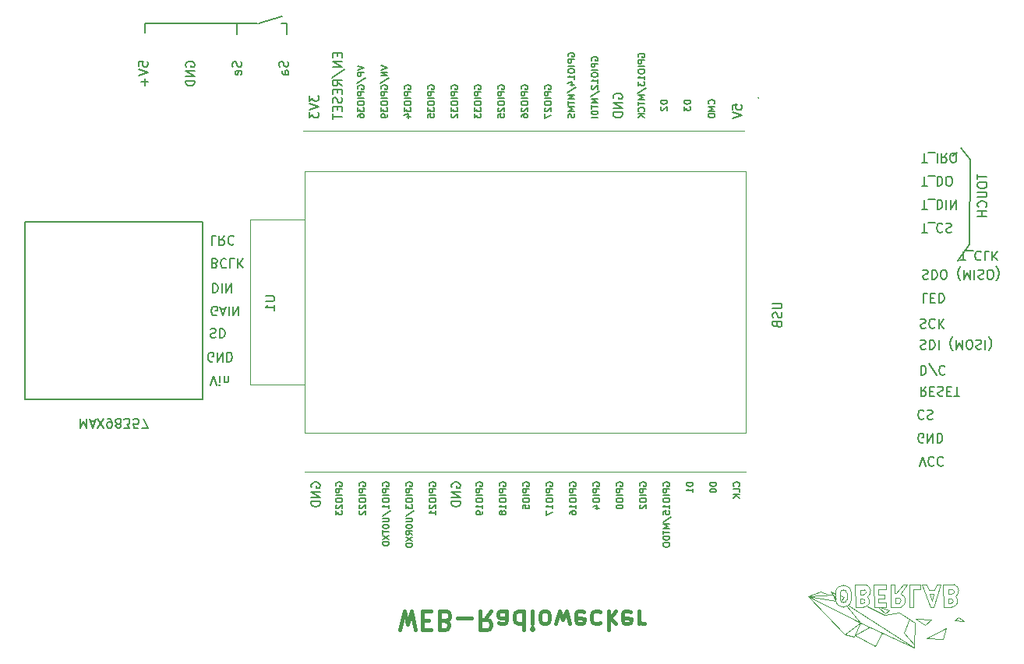
<source format=gbr>
%TF.GenerationSoftware,KiCad,Pcbnew,7.0.8*%
%TF.CreationDate,2024-09-26T17:13:04+02:00*%
%TF.ProjectId,ESP32_TFT2-8,45535033-325f-4544-9654-322d382e6b69,rev?*%
%TF.SameCoordinates,Original*%
%TF.FileFunction,Legend,Bot*%
%TF.FilePolarity,Positive*%
%FSLAX46Y46*%
G04 Gerber Fmt 4.6, Leading zero omitted, Abs format (unit mm)*
G04 Created by KiCad (PCBNEW 7.0.8) date 2024-09-26 17:13:04*
%MOMM*%
%LPD*%
G01*
G04 APERTURE LIST*
%ADD10C,0.150000*%
%ADD11C,0.400000*%
%ADD12C,0.050000*%
%ADD13C,0.120000*%
%ADD14C,0.010000*%
G04 APERTURE END LIST*
D10*
X117500000Y-76900000D02*
X127500000Y-76900000D01*
X206127500Y-90454500D02*
X207143500Y-91724500D01*
X117500000Y-77920000D02*
X117500000Y-76900000D01*
X207143500Y-91724500D02*
X207016500Y-100995500D01*
X104448000Y-98500000D02*
X123752000Y-98500000D01*
X123752000Y-117804000D01*
X104448000Y-117804000D01*
X104448000Y-98500000D01*
X132860000Y-76920000D02*
X132860000Y-78120000D01*
X127460000Y-76920000D02*
X127460000Y-78120000D01*
X129800000Y-76900000D02*
X132400000Y-76200000D01*
X132260000Y-76920000D02*
X132860000Y-76920000D01*
X127460000Y-76920000D02*
X129660000Y-76920000D01*
X207016500Y-100995500D02*
X205746500Y-102773500D01*
X202330207Y-116462180D02*
X201996874Y-116938371D01*
X201758779Y-116462180D02*
X201758779Y-117462180D01*
X201758779Y-117462180D02*
X202139731Y-117462180D01*
X202139731Y-117462180D02*
X202234969Y-117414561D01*
X202234969Y-117414561D02*
X202282588Y-117366942D01*
X202282588Y-117366942D02*
X202330207Y-117271704D01*
X202330207Y-117271704D02*
X202330207Y-117128847D01*
X202330207Y-117128847D02*
X202282588Y-117033609D01*
X202282588Y-117033609D02*
X202234969Y-116985990D01*
X202234969Y-116985990D02*
X202139731Y-116938371D01*
X202139731Y-116938371D02*
X201758779Y-116938371D01*
X202758779Y-116985990D02*
X203092112Y-116985990D01*
X203234969Y-116462180D02*
X202758779Y-116462180D01*
X202758779Y-116462180D02*
X202758779Y-117462180D01*
X202758779Y-117462180D02*
X203234969Y-117462180D01*
X203615922Y-116509800D02*
X203758779Y-116462180D01*
X203758779Y-116462180D02*
X203996874Y-116462180D01*
X203996874Y-116462180D02*
X204092112Y-116509800D01*
X204092112Y-116509800D02*
X204139731Y-116557419D01*
X204139731Y-116557419D02*
X204187350Y-116652657D01*
X204187350Y-116652657D02*
X204187350Y-116747895D01*
X204187350Y-116747895D02*
X204139731Y-116843133D01*
X204139731Y-116843133D02*
X204092112Y-116890752D01*
X204092112Y-116890752D02*
X203996874Y-116938371D01*
X203996874Y-116938371D02*
X203806398Y-116985990D01*
X203806398Y-116985990D02*
X203711160Y-117033609D01*
X203711160Y-117033609D02*
X203663541Y-117081228D01*
X203663541Y-117081228D02*
X203615922Y-117176466D01*
X203615922Y-117176466D02*
X203615922Y-117271704D01*
X203615922Y-117271704D02*
X203663541Y-117366942D01*
X203663541Y-117366942D02*
X203711160Y-117414561D01*
X203711160Y-117414561D02*
X203806398Y-117462180D01*
X203806398Y-117462180D02*
X204044493Y-117462180D01*
X204044493Y-117462180D02*
X204187350Y-117414561D01*
X204615922Y-116985990D02*
X204949255Y-116985990D01*
X205092112Y-116462180D02*
X204615922Y-116462180D01*
X204615922Y-116462180D02*
X204615922Y-117462180D01*
X204615922Y-117462180D02*
X205092112Y-117462180D01*
X205377827Y-117462180D02*
X205949255Y-117462180D01*
X205663541Y-116462180D02*
X205663541Y-117462180D01*
X201758779Y-114176180D02*
X201758779Y-115176180D01*
X201758779Y-115176180D02*
X201996874Y-115176180D01*
X201996874Y-115176180D02*
X202139731Y-115128561D01*
X202139731Y-115128561D02*
X202234969Y-115033323D01*
X202234969Y-115033323D02*
X202282588Y-114938085D01*
X202282588Y-114938085D02*
X202330207Y-114747609D01*
X202330207Y-114747609D02*
X202330207Y-114604752D01*
X202330207Y-114604752D02*
X202282588Y-114414276D01*
X202282588Y-114414276D02*
X202234969Y-114319038D01*
X202234969Y-114319038D02*
X202139731Y-114223800D01*
X202139731Y-114223800D02*
X201996874Y-114176180D01*
X201996874Y-114176180D02*
X201758779Y-114176180D01*
X203473064Y-115223800D02*
X202615922Y-113938085D01*
X204377826Y-114271419D02*
X204330207Y-114223800D01*
X204330207Y-114223800D02*
X204187350Y-114176180D01*
X204187350Y-114176180D02*
X204092112Y-114176180D01*
X204092112Y-114176180D02*
X203949255Y-114223800D01*
X203949255Y-114223800D02*
X203854017Y-114319038D01*
X203854017Y-114319038D02*
X203806398Y-114414276D01*
X203806398Y-114414276D02*
X203758779Y-114604752D01*
X203758779Y-114604752D02*
X203758779Y-114747609D01*
X203758779Y-114747609D02*
X203806398Y-114938085D01*
X203806398Y-114938085D02*
X203854017Y-115033323D01*
X203854017Y-115033323D02*
X203949255Y-115128561D01*
X203949255Y-115128561D02*
X204092112Y-115176180D01*
X204092112Y-115176180D02*
X204187350Y-115176180D01*
X204187350Y-115176180D02*
X204330207Y-115128561D01*
X204330207Y-115128561D02*
X204377826Y-115080942D01*
X124593922Y-116330180D02*
X124927255Y-115330180D01*
X124927255Y-115330180D02*
X125260588Y-116330180D01*
X125593922Y-115330180D02*
X125593922Y-115996847D01*
X125593922Y-116330180D02*
X125546303Y-116282561D01*
X125546303Y-116282561D02*
X125593922Y-116234942D01*
X125593922Y-116234942D02*
X125641541Y-116282561D01*
X125641541Y-116282561D02*
X125593922Y-116330180D01*
X125593922Y-116330180D02*
X125593922Y-116234942D01*
X126070112Y-115996847D02*
X126070112Y-115330180D01*
X126070112Y-115901609D02*
X126117731Y-115949228D01*
X126117731Y-115949228D02*
X126212969Y-115996847D01*
X126212969Y-115996847D02*
X126355826Y-115996847D01*
X126355826Y-115996847D02*
X126451064Y-115949228D01*
X126451064Y-115949228D02*
X126498683Y-115853990D01*
X126498683Y-115853990D02*
X126498683Y-115330180D01*
X201869922Y-94602180D02*
X202441350Y-94602180D01*
X202155636Y-93602180D02*
X202155636Y-94602180D01*
X202536589Y-93506942D02*
X203298493Y-93506942D01*
X203536589Y-93602180D02*
X203536589Y-94602180D01*
X203536589Y-94602180D02*
X203774684Y-94602180D01*
X203774684Y-94602180D02*
X203917541Y-94554561D01*
X203917541Y-94554561D02*
X204012779Y-94459323D01*
X204012779Y-94459323D02*
X204060398Y-94364085D01*
X204060398Y-94364085D02*
X204108017Y-94173609D01*
X204108017Y-94173609D02*
X204108017Y-94030752D01*
X204108017Y-94030752D02*
X204060398Y-93840276D01*
X204060398Y-93840276D02*
X204012779Y-93745038D01*
X204012779Y-93745038D02*
X203917541Y-93649800D01*
X203917541Y-93649800D02*
X203774684Y-93602180D01*
X203774684Y-93602180D02*
X203536589Y-93602180D01*
X204727065Y-94602180D02*
X204917541Y-94602180D01*
X204917541Y-94602180D02*
X205012779Y-94554561D01*
X205012779Y-94554561D02*
X205108017Y-94459323D01*
X205108017Y-94459323D02*
X205155636Y-94268847D01*
X205155636Y-94268847D02*
X205155636Y-93935514D01*
X205155636Y-93935514D02*
X205108017Y-93745038D01*
X205108017Y-93745038D02*
X205012779Y-93649800D01*
X205012779Y-93649800D02*
X204917541Y-93602180D01*
X204917541Y-93602180D02*
X204727065Y-93602180D01*
X204727065Y-93602180D02*
X204631827Y-93649800D01*
X204631827Y-93649800D02*
X204536589Y-93745038D01*
X204536589Y-93745038D02*
X204488970Y-93935514D01*
X204488970Y-93935514D02*
X204488970Y-94268847D01*
X204488970Y-94268847D02*
X204536589Y-94459323D01*
X204536589Y-94459323D02*
X204631827Y-94554561D01*
X204631827Y-94554561D02*
X204727065Y-94602180D01*
X202488969Y-106302180D02*
X202012779Y-106302180D01*
X202012779Y-106302180D02*
X202012779Y-107302180D01*
X202822303Y-106825990D02*
X203155636Y-106825990D01*
X203298493Y-106302180D02*
X202822303Y-106302180D01*
X202822303Y-106302180D02*
X202822303Y-107302180D01*
X202822303Y-107302180D02*
X203298493Y-107302180D01*
X203727065Y-106302180D02*
X203727065Y-107302180D01*
X203727065Y-107302180D02*
X203965160Y-107302180D01*
X203965160Y-107302180D02*
X204108017Y-107254561D01*
X204108017Y-107254561D02*
X204203255Y-107159323D01*
X204203255Y-107159323D02*
X204250874Y-107064085D01*
X204250874Y-107064085D02*
X204298493Y-106873609D01*
X204298493Y-106873609D02*
X204298493Y-106730752D01*
X204298493Y-106730752D02*
X204250874Y-106540276D01*
X204250874Y-106540276D02*
X204203255Y-106445038D01*
X204203255Y-106445038D02*
X204108017Y-106349800D01*
X204108017Y-106349800D02*
X203965160Y-106302180D01*
X203965160Y-106302180D02*
X203727065Y-106302180D01*
X124589160Y-110177800D02*
X124732017Y-110130180D01*
X124732017Y-110130180D02*
X124970112Y-110130180D01*
X124970112Y-110130180D02*
X125065350Y-110177800D01*
X125065350Y-110177800D02*
X125112969Y-110225419D01*
X125112969Y-110225419D02*
X125160588Y-110320657D01*
X125160588Y-110320657D02*
X125160588Y-110415895D01*
X125160588Y-110415895D02*
X125112969Y-110511133D01*
X125112969Y-110511133D02*
X125065350Y-110558752D01*
X125065350Y-110558752D02*
X124970112Y-110606371D01*
X124970112Y-110606371D02*
X124779636Y-110653990D01*
X124779636Y-110653990D02*
X124684398Y-110701609D01*
X124684398Y-110701609D02*
X124636779Y-110749228D01*
X124636779Y-110749228D02*
X124589160Y-110844466D01*
X124589160Y-110844466D02*
X124589160Y-110939704D01*
X124589160Y-110939704D02*
X124636779Y-111034942D01*
X124636779Y-111034942D02*
X124684398Y-111082561D01*
X124684398Y-111082561D02*
X124779636Y-111130180D01*
X124779636Y-111130180D02*
X125017731Y-111130180D01*
X125017731Y-111130180D02*
X125160588Y-111082561D01*
X125589160Y-110130180D02*
X125589160Y-111130180D01*
X125589160Y-111130180D02*
X125827255Y-111130180D01*
X125827255Y-111130180D02*
X125970112Y-111082561D01*
X125970112Y-111082561D02*
X126065350Y-110987323D01*
X126065350Y-110987323D02*
X126112969Y-110892085D01*
X126112969Y-110892085D02*
X126160588Y-110701609D01*
X126160588Y-110701609D02*
X126160588Y-110558752D01*
X126160588Y-110558752D02*
X126112969Y-110368276D01*
X126112969Y-110368276D02*
X126065350Y-110273038D01*
X126065350Y-110273038D02*
X125970112Y-110177800D01*
X125970112Y-110177800D02*
X125827255Y-110130180D01*
X125827255Y-110130180D02*
X125589160Y-110130180D01*
X124836779Y-105230180D02*
X124836779Y-106230180D01*
X124836779Y-106230180D02*
X125074874Y-106230180D01*
X125074874Y-106230180D02*
X125217731Y-106182561D01*
X125217731Y-106182561D02*
X125312969Y-106087323D01*
X125312969Y-106087323D02*
X125360588Y-105992085D01*
X125360588Y-105992085D02*
X125408207Y-105801609D01*
X125408207Y-105801609D02*
X125408207Y-105658752D01*
X125408207Y-105658752D02*
X125360588Y-105468276D01*
X125360588Y-105468276D02*
X125312969Y-105373038D01*
X125312969Y-105373038D02*
X125217731Y-105277800D01*
X125217731Y-105277800D02*
X125074874Y-105230180D01*
X125074874Y-105230180D02*
X124836779Y-105230180D01*
X125836779Y-105230180D02*
X125836779Y-106230180D01*
X126312969Y-105230180D02*
X126312969Y-106230180D01*
X126312969Y-106230180D02*
X126884397Y-105230180D01*
X126884397Y-105230180D02*
X126884397Y-106230180D01*
X201869922Y-99682180D02*
X202441350Y-99682180D01*
X202155636Y-98682180D02*
X202155636Y-99682180D01*
X202536589Y-98586942D02*
X203298493Y-98586942D01*
X204108017Y-98777419D02*
X204060398Y-98729800D01*
X204060398Y-98729800D02*
X203917541Y-98682180D01*
X203917541Y-98682180D02*
X203822303Y-98682180D01*
X203822303Y-98682180D02*
X203679446Y-98729800D01*
X203679446Y-98729800D02*
X203584208Y-98825038D01*
X203584208Y-98825038D02*
X203536589Y-98920276D01*
X203536589Y-98920276D02*
X203488970Y-99110752D01*
X203488970Y-99110752D02*
X203488970Y-99253609D01*
X203488970Y-99253609D02*
X203536589Y-99444085D01*
X203536589Y-99444085D02*
X203584208Y-99539323D01*
X203584208Y-99539323D02*
X203679446Y-99634561D01*
X203679446Y-99634561D02*
X203822303Y-99682180D01*
X203822303Y-99682180D02*
X203917541Y-99682180D01*
X203917541Y-99682180D02*
X204060398Y-99634561D01*
X204060398Y-99634561D02*
X204108017Y-99586942D01*
X204488970Y-98729800D02*
X204631827Y-98682180D01*
X204631827Y-98682180D02*
X204869922Y-98682180D01*
X204869922Y-98682180D02*
X204965160Y-98729800D01*
X204965160Y-98729800D02*
X205012779Y-98777419D01*
X205012779Y-98777419D02*
X205060398Y-98872657D01*
X205060398Y-98872657D02*
X205060398Y-98967895D01*
X205060398Y-98967895D02*
X205012779Y-99063133D01*
X205012779Y-99063133D02*
X204965160Y-99110752D01*
X204965160Y-99110752D02*
X204869922Y-99158371D01*
X204869922Y-99158371D02*
X204679446Y-99205990D01*
X204679446Y-99205990D02*
X204584208Y-99253609D01*
X204584208Y-99253609D02*
X204536589Y-99301228D01*
X204536589Y-99301228D02*
X204488970Y-99396466D01*
X204488970Y-99396466D02*
X204488970Y-99491704D01*
X204488970Y-99491704D02*
X204536589Y-99586942D01*
X204536589Y-99586942D02*
X204584208Y-99634561D01*
X204584208Y-99634561D02*
X204679446Y-99682180D01*
X204679446Y-99682180D02*
X204917541Y-99682180D01*
X204917541Y-99682180D02*
X205060398Y-99634561D01*
X202076207Y-119097419D02*
X202028588Y-119049800D01*
X202028588Y-119049800D02*
X201885731Y-119002180D01*
X201885731Y-119002180D02*
X201790493Y-119002180D01*
X201790493Y-119002180D02*
X201647636Y-119049800D01*
X201647636Y-119049800D02*
X201552398Y-119145038D01*
X201552398Y-119145038D02*
X201504779Y-119240276D01*
X201504779Y-119240276D02*
X201457160Y-119430752D01*
X201457160Y-119430752D02*
X201457160Y-119573609D01*
X201457160Y-119573609D02*
X201504779Y-119764085D01*
X201504779Y-119764085D02*
X201552398Y-119859323D01*
X201552398Y-119859323D02*
X201647636Y-119954561D01*
X201647636Y-119954561D02*
X201790493Y-120002180D01*
X201790493Y-120002180D02*
X201885731Y-120002180D01*
X201885731Y-120002180D02*
X202028588Y-119954561D01*
X202028588Y-119954561D02*
X202076207Y-119906942D01*
X202457160Y-119049800D02*
X202600017Y-119002180D01*
X202600017Y-119002180D02*
X202838112Y-119002180D01*
X202838112Y-119002180D02*
X202933350Y-119049800D01*
X202933350Y-119049800D02*
X202980969Y-119097419D01*
X202980969Y-119097419D02*
X203028588Y-119192657D01*
X203028588Y-119192657D02*
X203028588Y-119287895D01*
X203028588Y-119287895D02*
X202980969Y-119383133D01*
X202980969Y-119383133D02*
X202933350Y-119430752D01*
X202933350Y-119430752D02*
X202838112Y-119478371D01*
X202838112Y-119478371D02*
X202647636Y-119525990D01*
X202647636Y-119525990D02*
X202552398Y-119573609D01*
X202552398Y-119573609D02*
X202504779Y-119621228D01*
X202504779Y-119621228D02*
X202457160Y-119716466D01*
X202457160Y-119716466D02*
X202457160Y-119811704D01*
X202457160Y-119811704D02*
X202504779Y-119906942D01*
X202504779Y-119906942D02*
X202552398Y-119954561D01*
X202552398Y-119954561D02*
X202647636Y-120002180D01*
X202647636Y-120002180D02*
X202885731Y-120002180D01*
X202885731Y-120002180D02*
X203028588Y-119954561D01*
X201711160Y-109143800D02*
X201854017Y-109096180D01*
X201854017Y-109096180D02*
X202092112Y-109096180D01*
X202092112Y-109096180D02*
X202187350Y-109143800D01*
X202187350Y-109143800D02*
X202234969Y-109191419D01*
X202234969Y-109191419D02*
X202282588Y-109286657D01*
X202282588Y-109286657D02*
X202282588Y-109381895D01*
X202282588Y-109381895D02*
X202234969Y-109477133D01*
X202234969Y-109477133D02*
X202187350Y-109524752D01*
X202187350Y-109524752D02*
X202092112Y-109572371D01*
X202092112Y-109572371D02*
X201901636Y-109619990D01*
X201901636Y-109619990D02*
X201806398Y-109667609D01*
X201806398Y-109667609D02*
X201758779Y-109715228D01*
X201758779Y-109715228D02*
X201711160Y-109810466D01*
X201711160Y-109810466D02*
X201711160Y-109905704D01*
X201711160Y-109905704D02*
X201758779Y-110000942D01*
X201758779Y-110000942D02*
X201806398Y-110048561D01*
X201806398Y-110048561D02*
X201901636Y-110096180D01*
X201901636Y-110096180D02*
X202139731Y-110096180D01*
X202139731Y-110096180D02*
X202282588Y-110048561D01*
X203282588Y-109191419D02*
X203234969Y-109143800D01*
X203234969Y-109143800D02*
X203092112Y-109096180D01*
X203092112Y-109096180D02*
X202996874Y-109096180D01*
X202996874Y-109096180D02*
X202854017Y-109143800D01*
X202854017Y-109143800D02*
X202758779Y-109239038D01*
X202758779Y-109239038D02*
X202711160Y-109334276D01*
X202711160Y-109334276D02*
X202663541Y-109524752D01*
X202663541Y-109524752D02*
X202663541Y-109667609D01*
X202663541Y-109667609D02*
X202711160Y-109858085D01*
X202711160Y-109858085D02*
X202758779Y-109953323D01*
X202758779Y-109953323D02*
X202854017Y-110048561D01*
X202854017Y-110048561D02*
X202996874Y-110096180D01*
X202996874Y-110096180D02*
X203092112Y-110096180D01*
X203092112Y-110096180D02*
X203234969Y-110048561D01*
X203234969Y-110048561D02*
X203282588Y-110000942D01*
X203711160Y-109096180D02*
X203711160Y-110096180D01*
X204282588Y-109096180D02*
X203854017Y-109667609D01*
X204282588Y-110096180D02*
X203711160Y-109524752D01*
X201711160Y-111429800D02*
X201854017Y-111382180D01*
X201854017Y-111382180D02*
X202092112Y-111382180D01*
X202092112Y-111382180D02*
X202187350Y-111429800D01*
X202187350Y-111429800D02*
X202234969Y-111477419D01*
X202234969Y-111477419D02*
X202282588Y-111572657D01*
X202282588Y-111572657D02*
X202282588Y-111667895D01*
X202282588Y-111667895D02*
X202234969Y-111763133D01*
X202234969Y-111763133D02*
X202187350Y-111810752D01*
X202187350Y-111810752D02*
X202092112Y-111858371D01*
X202092112Y-111858371D02*
X201901636Y-111905990D01*
X201901636Y-111905990D02*
X201806398Y-111953609D01*
X201806398Y-111953609D02*
X201758779Y-112001228D01*
X201758779Y-112001228D02*
X201711160Y-112096466D01*
X201711160Y-112096466D02*
X201711160Y-112191704D01*
X201711160Y-112191704D02*
X201758779Y-112286942D01*
X201758779Y-112286942D02*
X201806398Y-112334561D01*
X201806398Y-112334561D02*
X201901636Y-112382180D01*
X201901636Y-112382180D02*
X202139731Y-112382180D01*
X202139731Y-112382180D02*
X202282588Y-112334561D01*
X202711160Y-111382180D02*
X202711160Y-112382180D01*
X202711160Y-112382180D02*
X202949255Y-112382180D01*
X202949255Y-112382180D02*
X203092112Y-112334561D01*
X203092112Y-112334561D02*
X203187350Y-112239323D01*
X203187350Y-112239323D02*
X203234969Y-112144085D01*
X203234969Y-112144085D02*
X203282588Y-111953609D01*
X203282588Y-111953609D02*
X203282588Y-111810752D01*
X203282588Y-111810752D02*
X203234969Y-111620276D01*
X203234969Y-111620276D02*
X203187350Y-111525038D01*
X203187350Y-111525038D02*
X203092112Y-111429800D01*
X203092112Y-111429800D02*
X202949255Y-111382180D01*
X202949255Y-111382180D02*
X202711160Y-111382180D01*
X203711160Y-111382180D02*
X203711160Y-112382180D01*
X205234969Y-111001228D02*
X205187350Y-111048847D01*
X205187350Y-111048847D02*
X205092112Y-111191704D01*
X205092112Y-111191704D02*
X205044493Y-111286942D01*
X205044493Y-111286942D02*
X204996874Y-111429800D01*
X204996874Y-111429800D02*
X204949255Y-111667895D01*
X204949255Y-111667895D02*
X204949255Y-111858371D01*
X204949255Y-111858371D02*
X204996874Y-112096466D01*
X204996874Y-112096466D02*
X205044493Y-112239323D01*
X205044493Y-112239323D02*
X205092112Y-112334561D01*
X205092112Y-112334561D02*
X205187350Y-112477419D01*
X205187350Y-112477419D02*
X205234969Y-112525038D01*
X205615922Y-111382180D02*
X205615922Y-112382180D01*
X205615922Y-112382180D02*
X205949255Y-111667895D01*
X205949255Y-111667895D02*
X206282588Y-112382180D01*
X206282588Y-112382180D02*
X206282588Y-111382180D01*
X206949255Y-112382180D02*
X207139731Y-112382180D01*
X207139731Y-112382180D02*
X207234969Y-112334561D01*
X207234969Y-112334561D02*
X207330207Y-112239323D01*
X207330207Y-112239323D02*
X207377826Y-112048847D01*
X207377826Y-112048847D02*
X207377826Y-111715514D01*
X207377826Y-111715514D02*
X207330207Y-111525038D01*
X207330207Y-111525038D02*
X207234969Y-111429800D01*
X207234969Y-111429800D02*
X207139731Y-111382180D01*
X207139731Y-111382180D02*
X206949255Y-111382180D01*
X206949255Y-111382180D02*
X206854017Y-111429800D01*
X206854017Y-111429800D02*
X206758779Y-111525038D01*
X206758779Y-111525038D02*
X206711160Y-111715514D01*
X206711160Y-111715514D02*
X206711160Y-112048847D01*
X206711160Y-112048847D02*
X206758779Y-112239323D01*
X206758779Y-112239323D02*
X206854017Y-112334561D01*
X206854017Y-112334561D02*
X206949255Y-112382180D01*
X207758779Y-111429800D02*
X207901636Y-111382180D01*
X207901636Y-111382180D02*
X208139731Y-111382180D01*
X208139731Y-111382180D02*
X208234969Y-111429800D01*
X208234969Y-111429800D02*
X208282588Y-111477419D01*
X208282588Y-111477419D02*
X208330207Y-111572657D01*
X208330207Y-111572657D02*
X208330207Y-111667895D01*
X208330207Y-111667895D02*
X208282588Y-111763133D01*
X208282588Y-111763133D02*
X208234969Y-111810752D01*
X208234969Y-111810752D02*
X208139731Y-111858371D01*
X208139731Y-111858371D02*
X207949255Y-111905990D01*
X207949255Y-111905990D02*
X207854017Y-111953609D01*
X207854017Y-111953609D02*
X207806398Y-112001228D01*
X207806398Y-112001228D02*
X207758779Y-112096466D01*
X207758779Y-112096466D02*
X207758779Y-112191704D01*
X207758779Y-112191704D02*
X207806398Y-112286942D01*
X207806398Y-112286942D02*
X207854017Y-112334561D01*
X207854017Y-112334561D02*
X207949255Y-112382180D01*
X207949255Y-112382180D02*
X208187350Y-112382180D01*
X208187350Y-112382180D02*
X208330207Y-112334561D01*
X208758779Y-111382180D02*
X208758779Y-112382180D01*
X209139731Y-111001228D02*
X209187350Y-111048847D01*
X209187350Y-111048847D02*
X209282588Y-111191704D01*
X209282588Y-111191704D02*
X209330207Y-111286942D01*
X209330207Y-111286942D02*
X209377826Y-111429800D01*
X209377826Y-111429800D02*
X209425445Y-111667895D01*
X209425445Y-111667895D02*
X209425445Y-111858371D01*
X209425445Y-111858371D02*
X209377826Y-112096466D01*
X209377826Y-112096466D02*
X209330207Y-112239323D01*
X209330207Y-112239323D02*
X209282588Y-112334561D01*
X209282588Y-112334561D02*
X209187350Y-112477419D01*
X209187350Y-112477419D02*
X209139731Y-112525038D01*
X201615922Y-125082180D02*
X201949255Y-124082180D01*
X201949255Y-124082180D02*
X202282588Y-125082180D01*
X203187350Y-124177419D02*
X203139731Y-124129800D01*
X203139731Y-124129800D02*
X202996874Y-124082180D01*
X202996874Y-124082180D02*
X202901636Y-124082180D01*
X202901636Y-124082180D02*
X202758779Y-124129800D01*
X202758779Y-124129800D02*
X202663541Y-124225038D01*
X202663541Y-124225038D02*
X202615922Y-124320276D01*
X202615922Y-124320276D02*
X202568303Y-124510752D01*
X202568303Y-124510752D02*
X202568303Y-124653609D01*
X202568303Y-124653609D02*
X202615922Y-124844085D01*
X202615922Y-124844085D02*
X202663541Y-124939323D01*
X202663541Y-124939323D02*
X202758779Y-125034561D01*
X202758779Y-125034561D02*
X202901636Y-125082180D01*
X202901636Y-125082180D02*
X202996874Y-125082180D01*
X202996874Y-125082180D02*
X203139731Y-125034561D01*
X203139731Y-125034561D02*
X203187350Y-124986942D01*
X204187350Y-124177419D02*
X204139731Y-124129800D01*
X204139731Y-124129800D02*
X203996874Y-124082180D01*
X203996874Y-124082180D02*
X203901636Y-124082180D01*
X203901636Y-124082180D02*
X203758779Y-124129800D01*
X203758779Y-124129800D02*
X203663541Y-124225038D01*
X203663541Y-124225038D02*
X203615922Y-124320276D01*
X203615922Y-124320276D02*
X203568303Y-124510752D01*
X203568303Y-124510752D02*
X203568303Y-124653609D01*
X203568303Y-124653609D02*
X203615922Y-124844085D01*
X203615922Y-124844085D02*
X203663541Y-124939323D01*
X203663541Y-124939323D02*
X203758779Y-125034561D01*
X203758779Y-125034561D02*
X203901636Y-125082180D01*
X203901636Y-125082180D02*
X203996874Y-125082180D01*
X203996874Y-125082180D02*
X204139731Y-125034561D01*
X204139731Y-125034561D02*
X204187350Y-124986942D01*
X201965160Y-103809800D02*
X202108017Y-103762180D01*
X202108017Y-103762180D02*
X202346112Y-103762180D01*
X202346112Y-103762180D02*
X202441350Y-103809800D01*
X202441350Y-103809800D02*
X202488969Y-103857419D01*
X202488969Y-103857419D02*
X202536588Y-103952657D01*
X202536588Y-103952657D02*
X202536588Y-104047895D01*
X202536588Y-104047895D02*
X202488969Y-104143133D01*
X202488969Y-104143133D02*
X202441350Y-104190752D01*
X202441350Y-104190752D02*
X202346112Y-104238371D01*
X202346112Y-104238371D02*
X202155636Y-104285990D01*
X202155636Y-104285990D02*
X202060398Y-104333609D01*
X202060398Y-104333609D02*
X202012779Y-104381228D01*
X202012779Y-104381228D02*
X201965160Y-104476466D01*
X201965160Y-104476466D02*
X201965160Y-104571704D01*
X201965160Y-104571704D02*
X202012779Y-104666942D01*
X202012779Y-104666942D02*
X202060398Y-104714561D01*
X202060398Y-104714561D02*
X202155636Y-104762180D01*
X202155636Y-104762180D02*
X202393731Y-104762180D01*
X202393731Y-104762180D02*
X202536588Y-104714561D01*
X202965160Y-103762180D02*
X202965160Y-104762180D01*
X202965160Y-104762180D02*
X203203255Y-104762180D01*
X203203255Y-104762180D02*
X203346112Y-104714561D01*
X203346112Y-104714561D02*
X203441350Y-104619323D01*
X203441350Y-104619323D02*
X203488969Y-104524085D01*
X203488969Y-104524085D02*
X203536588Y-104333609D01*
X203536588Y-104333609D02*
X203536588Y-104190752D01*
X203536588Y-104190752D02*
X203488969Y-104000276D01*
X203488969Y-104000276D02*
X203441350Y-103905038D01*
X203441350Y-103905038D02*
X203346112Y-103809800D01*
X203346112Y-103809800D02*
X203203255Y-103762180D01*
X203203255Y-103762180D02*
X202965160Y-103762180D01*
X204155636Y-104762180D02*
X204346112Y-104762180D01*
X204346112Y-104762180D02*
X204441350Y-104714561D01*
X204441350Y-104714561D02*
X204536588Y-104619323D01*
X204536588Y-104619323D02*
X204584207Y-104428847D01*
X204584207Y-104428847D02*
X204584207Y-104095514D01*
X204584207Y-104095514D02*
X204536588Y-103905038D01*
X204536588Y-103905038D02*
X204441350Y-103809800D01*
X204441350Y-103809800D02*
X204346112Y-103762180D01*
X204346112Y-103762180D02*
X204155636Y-103762180D01*
X204155636Y-103762180D02*
X204060398Y-103809800D01*
X204060398Y-103809800D02*
X203965160Y-103905038D01*
X203965160Y-103905038D02*
X203917541Y-104095514D01*
X203917541Y-104095514D02*
X203917541Y-104428847D01*
X203917541Y-104428847D02*
X203965160Y-104619323D01*
X203965160Y-104619323D02*
X204060398Y-104714561D01*
X204060398Y-104714561D02*
X204155636Y-104762180D01*
X206060398Y-103381228D02*
X206012779Y-103428847D01*
X206012779Y-103428847D02*
X205917541Y-103571704D01*
X205917541Y-103571704D02*
X205869922Y-103666942D01*
X205869922Y-103666942D02*
X205822303Y-103809800D01*
X205822303Y-103809800D02*
X205774684Y-104047895D01*
X205774684Y-104047895D02*
X205774684Y-104238371D01*
X205774684Y-104238371D02*
X205822303Y-104476466D01*
X205822303Y-104476466D02*
X205869922Y-104619323D01*
X205869922Y-104619323D02*
X205917541Y-104714561D01*
X205917541Y-104714561D02*
X206012779Y-104857419D01*
X206012779Y-104857419D02*
X206060398Y-104905038D01*
X206441351Y-103762180D02*
X206441351Y-104762180D01*
X206441351Y-104762180D02*
X206774684Y-104047895D01*
X206774684Y-104047895D02*
X207108017Y-104762180D01*
X207108017Y-104762180D02*
X207108017Y-103762180D01*
X207584208Y-103762180D02*
X207584208Y-104762180D01*
X208012779Y-103809800D02*
X208155636Y-103762180D01*
X208155636Y-103762180D02*
X208393731Y-103762180D01*
X208393731Y-103762180D02*
X208488969Y-103809800D01*
X208488969Y-103809800D02*
X208536588Y-103857419D01*
X208536588Y-103857419D02*
X208584207Y-103952657D01*
X208584207Y-103952657D02*
X208584207Y-104047895D01*
X208584207Y-104047895D02*
X208536588Y-104143133D01*
X208536588Y-104143133D02*
X208488969Y-104190752D01*
X208488969Y-104190752D02*
X208393731Y-104238371D01*
X208393731Y-104238371D02*
X208203255Y-104285990D01*
X208203255Y-104285990D02*
X208108017Y-104333609D01*
X208108017Y-104333609D02*
X208060398Y-104381228D01*
X208060398Y-104381228D02*
X208012779Y-104476466D01*
X208012779Y-104476466D02*
X208012779Y-104571704D01*
X208012779Y-104571704D02*
X208060398Y-104666942D01*
X208060398Y-104666942D02*
X208108017Y-104714561D01*
X208108017Y-104714561D02*
X208203255Y-104762180D01*
X208203255Y-104762180D02*
X208441350Y-104762180D01*
X208441350Y-104762180D02*
X208584207Y-104714561D01*
X209203255Y-104762180D02*
X209393731Y-104762180D01*
X209393731Y-104762180D02*
X209488969Y-104714561D01*
X209488969Y-104714561D02*
X209584207Y-104619323D01*
X209584207Y-104619323D02*
X209631826Y-104428847D01*
X209631826Y-104428847D02*
X209631826Y-104095514D01*
X209631826Y-104095514D02*
X209584207Y-103905038D01*
X209584207Y-103905038D02*
X209488969Y-103809800D01*
X209488969Y-103809800D02*
X209393731Y-103762180D01*
X209393731Y-103762180D02*
X209203255Y-103762180D01*
X209203255Y-103762180D02*
X209108017Y-103809800D01*
X209108017Y-103809800D02*
X209012779Y-103905038D01*
X209012779Y-103905038D02*
X208965160Y-104095514D01*
X208965160Y-104095514D02*
X208965160Y-104428847D01*
X208965160Y-104428847D02*
X209012779Y-104619323D01*
X209012779Y-104619323D02*
X209108017Y-104714561D01*
X209108017Y-104714561D02*
X209203255Y-104762180D01*
X209965160Y-103381228D02*
X210012779Y-103428847D01*
X210012779Y-103428847D02*
X210108017Y-103571704D01*
X210108017Y-103571704D02*
X210155636Y-103666942D01*
X210155636Y-103666942D02*
X210203255Y-103809800D01*
X210203255Y-103809800D02*
X210250874Y-104047895D01*
X210250874Y-104047895D02*
X210250874Y-104238371D01*
X210250874Y-104238371D02*
X210203255Y-104476466D01*
X210203255Y-104476466D02*
X210155636Y-104619323D01*
X210155636Y-104619323D02*
X210108017Y-104714561D01*
X210108017Y-104714561D02*
X210012779Y-104857419D01*
X210012779Y-104857419D02*
X209965160Y-104905038D01*
X125070112Y-103053990D02*
X125212969Y-103006371D01*
X125212969Y-103006371D02*
X125260588Y-102958752D01*
X125260588Y-102958752D02*
X125308207Y-102863514D01*
X125308207Y-102863514D02*
X125308207Y-102720657D01*
X125308207Y-102720657D02*
X125260588Y-102625419D01*
X125260588Y-102625419D02*
X125212969Y-102577800D01*
X125212969Y-102577800D02*
X125117731Y-102530180D01*
X125117731Y-102530180D02*
X124736779Y-102530180D01*
X124736779Y-102530180D02*
X124736779Y-103530180D01*
X124736779Y-103530180D02*
X125070112Y-103530180D01*
X125070112Y-103530180D02*
X125165350Y-103482561D01*
X125165350Y-103482561D02*
X125212969Y-103434942D01*
X125212969Y-103434942D02*
X125260588Y-103339704D01*
X125260588Y-103339704D02*
X125260588Y-103244466D01*
X125260588Y-103244466D02*
X125212969Y-103149228D01*
X125212969Y-103149228D02*
X125165350Y-103101609D01*
X125165350Y-103101609D02*
X125070112Y-103053990D01*
X125070112Y-103053990D02*
X124736779Y-103053990D01*
X126308207Y-102625419D02*
X126260588Y-102577800D01*
X126260588Y-102577800D02*
X126117731Y-102530180D01*
X126117731Y-102530180D02*
X126022493Y-102530180D01*
X126022493Y-102530180D02*
X125879636Y-102577800D01*
X125879636Y-102577800D02*
X125784398Y-102673038D01*
X125784398Y-102673038D02*
X125736779Y-102768276D01*
X125736779Y-102768276D02*
X125689160Y-102958752D01*
X125689160Y-102958752D02*
X125689160Y-103101609D01*
X125689160Y-103101609D02*
X125736779Y-103292085D01*
X125736779Y-103292085D02*
X125784398Y-103387323D01*
X125784398Y-103387323D02*
X125879636Y-103482561D01*
X125879636Y-103482561D02*
X126022493Y-103530180D01*
X126022493Y-103530180D02*
X126117731Y-103530180D01*
X126117731Y-103530180D02*
X126260588Y-103482561D01*
X126260588Y-103482561D02*
X126308207Y-103434942D01*
X127212969Y-102530180D02*
X126736779Y-102530180D01*
X126736779Y-102530180D02*
X126736779Y-103530180D01*
X127546303Y-102530180D02*
X127546303Y-103530180D01*
X128117731Y-102530180D02*
X127689160Y-103101609D01*
X128117731Y-103530180D02*
X127546303Y-102958752D01*
X201869922Y-97142180D02*
X202441350Y-97142180D01*
X202155636Y-96142180D02*
X202155636Y-97142180D01*
X202536589Y-96046942D02*
X203298493Y-96046942D01*
X203536589Y-96142180D02*
X203536589Y-97142180D01*
X203536589Y-97142180D02*
X203774684Y-97142180D01*
X203774684Y-97142180D02*
X203917541Y-97094561D01*
X203917541Y-97094561D02*
X204012779Y-96999323D01*
X204012779Y-96999323D02*
X204060398Y-96904085D01*
X204060398Y-96904085D02*
X204108017Y-96713609D01*
X204108017Y-96713609D02*
X204108017Y-96570752D01*
X204108017Y-96570752D02*
X204060398Y-96380276D01*
X204060398Y-96380276D02*
X204012779Y-96285038D01*
X204012779Y-96285038D02*
X203917541Y-96189800D01*
X203917541Y-96189800D02*
X203774684Y-96142180D01*
X203774684Y-96142180D02*
X203536589Y-96142180D01*
X204536589Y-96142180D02*
X204536589Y-97142180D01*
X205012779Y-96142180D02*
X205012779Y-97142180D01*
X205012779Y-97142180D02*
X205584207Y-96142180D01*
X205584207Y-96142180D02*
X205584207Y-97142180D01*
X201869922Y-92062180D02*
X202441350Y-92062180D01*
X202155636Y-91062180D02*
X202155636Y-92062180D01*
X202536589Y-90966942D02*
X203298493Y-90966942D01*
X203536589Y-91062180D02*
X203536589Y-92062180D01*
X204584207Y-91062180D02*
X204250874Y-91538371D01*
X204012779Y-91062180D02*
X204012779Y-92062180D01*
X204012779Y-92062180D02*
X204393731Y-92062180D01*
X204393731Y-92062180D02*
X204488969Y-92014561D01*
X204488969Y-92014561D02*
X204536588Y-91966942D01*
X204536588Y-91966942D02*
X204584207Y-91871704D01*
X204584207Y-91871704D02*
X204584207Y-91728847D01*
X204584207Y-91728847D02*
X204536588Y-91633609D01*
X204536588Y-91633609D02*
X204488969Y-91585990D01*
X204488969Y-91585990D02*
X204393731Y-91538371D01*
X204393731Y-91538371D02*
X204012779Y-91538371D01*
X205679445Y-90966942D02*
X205584207Y-91014561D01*
X205584207Y-91014561D02*
X205488969Y-91109800D01*
X205488969Y-91109800D02*
X205346112Y-91252657D01*
X205346112Y-91252657D02*
X205250874Y-91300276D01*
X205250874Y-91300276D02*
X205155636Y-91300276D01*
X205203255Y-91062180D02*
X205108017Y-91109800D01*
X205108017Y-91109800D02*
X205012779Y-91205038D01*
X205012779Y-91205038D02*
X204965160Y-91395514D01*
X204965160Y-91395514D02*
X204965160Y-91728847D01*
X204965160Y-91728847D02*
X205012779Y-91919323D01*
X205012779Y-91919323D02*
X205108017Y-92014561D01*
X205108017Y-92014561D02*
X205203255Y-92062180D01*
X205203255Y-92062180D02*
X205393731Y-92062180D01*
X205393731Y-92062180D02*
X205488969Y-92014561D01*
X205488969Y-92014561D02*
X205584207Y-91919323D01*
X205584207Y-91919323D02*
X205631826Y-91728847D01*
X205631826Y-91728847D02*
X205631826Y-91395514D01*
X205631826Y-91395514D02*
X205584207Y-91205038D01*
X205584207Y-91205038D02*
X205488969Y-91109800D01*
X205488969Y-91109800D02*
X205393731Y-91062180D01*
X205393731Y-91062180D02*
X205203255Y-91062180D01*
X125212969Y-100030180D02*
X124736779Y-100030180D01*
X124736779Y-100030180D02*
X124736779Y-101030180D01*
X126117731Y-100030180D02*
X125784398Y-100506371D01*
X125546303Y-100030180D02*
X125546303Y-101030180D01*
X125546303Y-101030180D02*
X125927255Y-101030180D01*
X125927255Y-101030180D02*
X126022493Y-100982561D01*
X126022493Y-100982561D02*
X126070112Y-100934942D01*
X126070112Y-100934942D02*
X126117731Y-100839704D01*
X126117731Y-100839704D02*
X126117731Y-100696847D01*
X126117731Y-100696847D02*
X126070112Y-100601609D01*
X126070112Y-100601609D02*
X126022493Y-100553990D01*
X126022493Y-100553990D02*
X125927255Y-100506371D01*
X125927255Y-100506371D02*
X125546303Y-100506371D01*
X127117731Y-100125419D02*
X127070112Y-100077800D01*
X127070112Y-100077800D02*
X126927255Y-100030180D01*
X126927255Y-100030180D02*
X126832017Y-100030180D01*
X126832017Y-100030180D02*
X126689160Y-100077800D01*
X126689160Y-100077800D02*
X126593922Y-100173038D01*
X126593922Y-100173038D02*
X126546303Y-100268276D01*
X126546303Y-100268276D02*
X126498684Y-100458752D01*
X126498684Y-100458752D02*
X126498684Y-100601609D01*
X126498684Y-100601609D02*
X126546303Y-100792085D01*
X126546303Y-100792085D02*
X126593922Y-100887323D01*
X126593922Y-100887323D02*
X126689160Y-100982561D01*
X126689160Y-100982561D02*
X126832017Y-101030180D01*
X126832017Y-101030180D02*
X126927255Y-101030180D01*
X126927255Y-101030180D02*
X127070112Y-100982561D01*
X127070112Y-100982561D02*
X127117731Y-100934942D01*
X110436779Y-119930180D02*
X110436779Y-120930180D01*
X110436779Y-120930180D02*
X110770112Y-120215895D01*
X110770112Y-120215895D02*
X111103445Y-120930180D01*
X111103445Y-120930180D02*
X111103445Y-119930180D01*
X111532017Y-120215895D02*
X112008207Y-120215895D01*
X111436779Y-119930180D02*
X111770112Y-120930180D01*
X111770112Y-120930180D02*
X112103445Y-119930180D01*
X112341541Y-120930180D02*
X113008207Y-119930180D01*
X113008207Y-120930180D02*
X112341541Y-119930180D01*
X113436779Y-119930180D02*
X113627255Y-119930180D01*
X113627255Y-119930180D02*
X113722493Y-119977800D01*
X113722493Y-119977800D02*
X113770112Y-120025419D01*
X113770112Y-120025419D02*
X113865350Y-120168276D01*
X113865350Y-120168276D02*
X113912969Y-120358752D01*
X113912969Y-120358752D02*
X113912969Y-120739704D01*
X113912969Y-120739704D02*
X113865350Y-120834942D01*
X113865350Y-120834942D02*
X113817731Y-120882561D01*
X113817731Y-120882561D02*
X113722493Y-120930180D01*
X113722493Y-120930180D02*
X113532017Y-120930180D01*
X113532017Y-120930180D02*
X113436779Y-120882561D01*
X113436779Y-120882561D02*
X113389160Y-120834942D01*
X113389160Y-120834942D02*
X113341541Y-120739704D01*
X113341541Y-120739704D02*
X113341541Y-120501609D01*
X113341541Y-120501609D02*
X113389160Y-120406371D01*
X113389160Y-120406371D02*
X113436779Y-120358752D01*
X113436779Y-120358752D02*
X113532017Y-120311133D01*
X113532017Y-120311133D02*
X113722493Y-120311133D01*
X113722493Y-120311133D02*
X113817731Y-120358752D01*
X113817731Y-120358752D02*
X113865350Y-120406371D01*
X113865350Y-120406371D02*
X113912969Y-120501609D01*
X114484398Y-120501609D02*
X114389160Y-120549228D01*
X114389160Y-120549228D02*
X114341541Y-120596847D01*
X114341541Y-120596847D02*
X114293922Y-120692085D01*
X114293922Y-120692085D02*
X114293922Y-120739704D01*
X114293922Y-120739704D02*
X114341541Y-120834942D01*
X114341541Y-120834942D02*
X114389160Y-120882561D01*
X114389160Y-120882561D02*
X114484398Y-120930180D01*
X114484398Y-120930180D02*
X114674874Y-120930180D01*
X114674874Y-120930180D02*
X114770112Y-120882561D01*
X114770112Y-120882561D02*
X114817731Y-120834942D01*
X114817731Y-120834942D02*
X114865350Y-120739704D01*
X114865350Y-120739704D02*
X114865350Y-120692085D01*
X114865350Y-120692085D02*
X114817731Y-120596847D01*
X114817731Y-120596847D02*
X114770112Y-120549228D01*
X114770112Y-120549228D02*
X114674874Y-120501609D01*
X114674874Y-120501609D02*
X114484398Y-120501609D01*
X114484398Y-120501609D02*
X114389160Y-120453990D01*
X114389160Y-120453990D02*
X114341541Y-120406371D01*
X114341541Y-120406371D02*
X114293922Y-120311133D01*
X114293922Y-120311133D02*
X114293922Y-120120657D01*
X114293922Y-120120657D02*
X114341541Y-120025419D01*
X114341541Y-120025419D02*
X114389160Y-119977800D01*
X114389160Y-119977800D02*
X114484398Y-119930180D01*
X114484398Y-119930180D02*
X114674874Y-119930180D01*
X114674874Y-119930180D02*
X114770112Y-119977800D01*
X114770112Y-119977800D02*
X114817731Y-120025419D01*
X114817731Y-120025419D02*
X114865350Y-120120657D01*
X114865350Y-120120657D02*
X114865350Y-120311133D01*
X114865350Y-120311133D02*
X114817731Y-120406371D01*
X114817731Y-120406371D02*
X114770112Y-120453990D01*
X114770112Y-120453990D02*
X114674874Y-120501609D01*
X115198684Y-120930180D02*
X115817731Y-120930180D01*
X115817731Y-120930180D02*
X115484398Y-120549228D01*
X115484398Y-120549228D02*
X115627255Y-120549228D01*
X115627255Y-120549228D02*
X115722493Y-120501609D01*
X115722493Y-120501609D02*
X115770112Y-120453990D01*
X115770112Y-120453990D02*
X115817731Y-120358752D01*
X115817731Y-120358752D02*
X115817731Y-120120657D01*
X115817731Y-120120657D02*
X115770112Y-120025419D01*
X115770112Y-120025419D02*
X115722493Y-119977800D01*
X115722493Y-119977800D02*
X115627255Y-119930180D01*
X115627255Y-119930180D02*
X115341541Y-119930180D01*
X115341541Y-119930180D02*
X115246303Y-119977800D01*
X115246303Y-119977800D02*
X115198684Y-120025419D01*
X116722493Y-120930180D02*
X116246303Y-120930180D01*
X116246303Y-120930180D02*
X116198684Y-120453990D01*
X116198684Y-120453990D02*
X116246303Y-120501609D01*
X116246303Y-120501609D02*
X116341541Y-120549228D01*
X116341541Y-120549228D02*
X116579636Y-120549228D01*
X116579636Y-120549228D02*
X116674874Y-120501609D01*
X116674874Y-120501609D02*
X116722493Y-120453990D01*
X116722493Y-120453990D02*
X116770112Y-120358752D01*
X116770112Y-120358752D02*
X116770112Y-120120657D01*
X116770112Y-120120657D02*
X116722493Y-120025419D01*
X116722493Y-120025419D02*
X116674874Y-119977800D01*
X116674874Y-119977800D02*
X116579636Y-119930180D01*
X116579636Y-119930180D02*
X116341541Y-119930180D01*
X116341541Y-119930180D02*
X116246303Y-119977800D01*
X116246303Y-119977800D02*
X116198684Y-120025419D01*
X117103446Y-120930180D02*
X117770112Y-120930180D01*
X117770112Y-120930180D02*
X117341541Y-119930180D01*
X207934819Y-93332857D02*
X207934819Y-93904285D01*
X208934819Y-93618571D02*
X207934819Y-93618571D01*
X207934819Y-94428095D02*
X207934819Y-94618571D01*
X207934819Y-94618571D02*
X207982438Y-94713809D01*
X207982438Y-94713809D02*
X208077676Y-94809047D01*
X208077676Y-94809047D02*
X208268152Y-94856666D01*
X208268152Y-94856666D02*
X208601485Y-94856666D01*
X208601485Y-94856666D02*
X208791961Y-94809047D01*
X208791961Y-94809047D02*
X208887200Y-94713809D01*
X208887200Y-94713809D02*
X208934819Y-94618571D01*
X208934819Y-94618571D02*
X208934819Y-94428095D01*
X208934819Y-94428095D02*
X208887200Y-94332857D01*
X208887200Y-94332857D02*
X208791961Y-94237619D01*
X208791961Y-94237619D02*
X208601485Y-94190000D01*
X208601485Y-94190000D02*
X208268152Y-94190000D01*
X208268152Y-94190000D02*
X208077676Y-94237619D01*
X208077676Y-94237619D02*
X207982438Y-94332857D01*
X207982438Y-94332857D02*
X207934819Y-94428095D01*
X207934819Y-95285238D02*
X208744342Y-95285238D01*
X208744342Y-95285238D02*
X208839580Y-95332857D01*
X208839580Y-95332857D02*
X208887200Y-95380476D01*
X208887200Y-95380476D02*
X208934819Y-95475714D01*
X208934819Y-95475714D02*
X208934819Y-95666190D01*
X208934819Y-95666190D02*
X208887200Y-95761428D01*
X208887200Y-95761428D02*
X208839580Y-95809047D01*
X208839580Y-95809047D02*
X208744342Y-95856666D01*
X208744342Y-95856666D02*
X207934819Y-95856666D01*
X208839580Y-96904285D02*
X208887200Y-96856666D01*
X208887200Y-96856666D02*
X208934819Y-96713809D01*
X208934819Y-96713809D02*
X208934819Y-96618571D01*
X208934819Y-96618571D02*
X208887200Y-96475714D01*
X208887200Y-96475714D02*
X208791961Y-96380476D01*
X208791961Y-96380476D02*
X208696723Y-96332857D01*
X208696723Y-96332857D02*
X208506247Y-96285238D01*
X208506247Y-96285238D02*
X208363390Y-96285238D01*
X208363390Y-96285238D02*
X208172914Y-96332857D01*
X208172914Y-96332857D02*
X208077676Y-96380476D01*
X208077676Y-96380476D02*
X207982438Y-96475714D01*
X207982438Y-96475714D02*
X207934819Y-96618571D01*
X207934819Y-96618571D02*
X207934819Y-96713809D01*
X207934819Y-96713809D02*
X207982438Y-96856666D01*
X207982438Y-96856666D02*
X208030057Y-96904285D01*
X208934819Y-97332857D02*
X207934819Y-97332857D01*
X208411009Y-97332857D02*
X208411009Y-97904285D01*
X208934819Y-97904285D02*
X207934819Y-97904285D01*
X206053922Y-102720180D02*
X206625350Y-102720180D01*
X206339636Y-101720180D02*
X206339636Y-102720180D01*
X206720589Y-101624942D02*
X207482493Y-101624942D01*
X208292017Y-101815419D02*
X208244398Y-101767800D01*
X208244398Y-101767800D02*
X208101541Y-101720180D01*
X208101541Y-101720180D02*
X208006303Y-101720180D01*
X208006303Y-101720180D02*
X207863446Y-101767800D01*
X207863446Y-101767800D02*
X207768208Y-101863038D01*
X207768208Y-101863038D02*
X207720589Y-101958276D01*
X207720589Y-101958276D02*
X207672970Y-102148752D01*
X207672970Y-102148752D02*
X207672970Y-102291609D01*
X207672970Y-102291609D02*
X207720589Y-102482085D01*
X207720589Y-102482085D02*
X207768208Y-102577323D01*
X207768208Y-102577323D02*
X207863446Y-102672561D01*
X207863446Y-102672561D02*
X208006303Y-102720180D01*
X208006303Y-102720180D02*
X208101541Y-102720180D01*
X208101541Y-102720180D02*
X208244398Y-102672561D01*
X208244398Y-102672561D02*
X208292017Y-102624942D01*
X209196779Y-101720180D02*
X208720589Y-101720180D01*
X208720589Y-101720180D02*
X208720589Y-102720180D01*
X209530113Y-101720180D02*
X209530113Y-102720180D01*
X210101541Y-101720180D02*
X209672970Y-102291609D01*
X210101541Y-102720180D02*
X209530113Y-102148752D01*
X125260588Y-108682561D02*
X125165350Y-108730180D01*
X125165350Y-108730180D02*
X125022493Y-108730180D01*
X125022493Y-108730180D02*
X124879636Y-108682561D01*
X124879636Y-108682561D02*
X124784398Y-108587323D01*
X124784398Y-108587323D02*
X124736779Y-108492085D01*
X124736779Y-108492085D02*
X124689160Y-108301609D01*
X124689160Y-108301609D02*
X124689160Y-108158752D01*
X124689160Y-108158752D02*
X124736779Y-107968276D01*
X124736779Y-107968276D02*
X124784398Y-107873038D01*
X124784398Y-107873038D02*
X124879636Y-107777800D01*
X124879636Y-107777800D02*
X125022493Y-107730180D01*
X125022493Y-107730180D02*
X125117731Y-107730180D01*
X125117731Y-107730180D02*
X125260588Y-107777800D01*
X125260588Y-107777800D02*
X125308207Y-107825419D01*
X125308207Y-107825419D02*
X125308207Y-108158752D01*
X125308207Y-108158752D02*
X125117731Y-108158752D01*
X125689160Y-108015895D02*
X126165350Y-108015895D01*
X125593922Y-107730180D02*
X125927255Y-108730180D01*
X125927255Y-108730180D02*
X126260588Y-107730180D01*
X126593922Y-107730180D02*
X126593922Y-108730180D01*
X127070112Y-107730180D02*
X127070112Y-108730180D01*
X127070112Y-108730180D02*
X127641540Y-107730180D01*
X127641540Y-107730180D02*
X127641540Y-108730180D01*
D11*
X145148871Y-142865561D02*
X145625061Y-140865561D01*
X145625061Y-140865561D02*
X146006014Y-142294133D01*
X146006014Y-142294133D02*
X146386966Y-140865561D01*
X146386966Y-140865561D02*
X146863157Y-142865561D01*
X147625061Y-141913180D02*
X148291728Y-141913180D01*
X148577442Y-140865561D02*
X147625061Y-140865561D01*
X147625061Y-140865561D02*
X147625061Y-142865561D01*
X147625061Y-142865561D02*
X148577442Y-142865561D01*
X150101252Y-141913180D02*
X150386966Y-141817942D01*
X150386966Y-141817942D02*
X150482204Y-141722704D01*
X150482204Y-141722704D02*
X150577442Y-141532228D01*
X150577442Y-141532228D02*
X150577442Y-141246514D01*
X150577442Y-141246514D02*
X150482204Y-141056038D01*
X150482204Y-141056038D02*
X150386966Y-140960800D01*
X150386966Y-140960800D02*
X150196490Y-140865561D01*
X150196490Y-140865561D02*
X149434585Y-140865561D01*
X149434585Y-140865561D02*
X149434585Y-142865561D01*
X149434585Y-142865561D02*
X150101252Y-142865561D01*
X150101252Y-142865561D02*
X150291728Y-142770323D01*
X150291728Y-142770323D02*
X150386966Y-142675085D01*
X150386966Y-142675085D02*
X150482204Y-142484609D01*
X150482204Y-142484609D02*
X150482204Y-142294133D01*
X150482204Y-142294133D02*
X150386966Y-142103657D01*
X150386966Y-142103657D02*
X150291728Y-142008419D01*
X150291728Y-142008419D02*
X150101252Y-141913180D01*
X150101252Y-141913180D02*
X149434585Y-141913180D01*
X151434585Y-141627466D02*
X152958395Y-141627466D01*
X155053632Y-140865561D02*
X154386965Y-141817942D01*
X153910775Y-140865561D02*
X153910775Y-142865561D01*
X153910775Y-142865561D02*
X154672680Y-142865561D01*
X154672680Y-142865561D02*
X154863156Y-142770323D01*
X154863156Y-142770323D02*
X154958394Y-142675085D01*
X154958394Y-142675085D02*
X155053632Y-142484609D01*
X155053632Y-142484609D02*
X155053632Y-142198895D01*
X155053632Y-142198895D02*
X154958394Y-142008419D01*
X154958394Y-142008419D02*
X154863156Y-141913180D01*
X154863156Y-141913180D02*
X154672680Y-141817942D01*
X154672680Y-141817942D02*
X153910775Y-141817942D01*
X156767918Y-140865561D02*
X156767918Y-141913180D01*
X156767918Y-141913180D02*
X156672680Y-142103657D01*
X156672680Y-142103657D02*
X156482204Y-142198895D01*
X156482204Y-142198895D02*
X156101251Y-142198895D01*
X156101251Y-142198895D02*
X155910775Y-142103657D01*
X156767918Y-140960800D02*
X156577442Y-140865561D01*
X156577442Y-140865561D02*
X156101251Y-140865561D01*
X156101251Y-140865561D02*
X155910775Y-140960800D01*
X155910775Y-140960800D02*
X155815537Y-141151276D01*
X155815537Y-141151276D02*
X155815537Y-141341752D01*
X155815537Y-141341752D02*
X155910775Y-141532228D01*
X155910775Y-141532228D02*
X156101251Y-141627466D01*
X156101251Y-141627466D02*
X156577442Y-141627466D01*
X156577442Y-141627466D02*
X156767918Y-141722704D01*
X158577442Y-140865561D02*
X158577442Y-142865561D01*
X158577442Y-140960800D02*
X158386966Y-140865561D01*
X158386966Y-140865561D02*
X158006013Y-140865561D01*
X158006013Y-140865561D02*
X157815537Y-140960800D01*
X157815537Y-140960800D02*
X157720299Y-141056038D01*
X157720299Y-141056038D02*
X157625061Y-141246514D01*
X157625061Y-141246514D02*
X157625061Y-141817942D01*
X157625061Y-141817942D02*
X157720299Y-142008419D01*
X157720299Y-142008419D02*
X157815537Y-142103657D01*
X157815537Y-142103657D02*
X158006013Y-142198895D01*
X158006013Y-142198895D02*
X158386966Y-142198895D01*
X158386966Y-142198895D02*
X158577442Y-142103657D01*
X159529823Y-140865561D02*
X159529823Y-142198895D01*
X159529823Y-142865561D02*
X159434585Y-142770323D01*
X159434585Y-142770323D02*
X159529823Y-142675085D01*
X159529823Y-142675085D02*
X159625061Y-142770323D01*
X159625061Y-142770323D02*
X159529823Y-142865561D01*
X159529823Y-142865561D02*
X159529823Y-142675085D01*
X160767918Y-140865561D02*
X160577442Y-140960800D01*
X160577442Y-140960800D02*
X160482204Y-141056038D01*
X160482204Y-141056038D02*
X160386966Y-141246514D01*
X160386966Y-141246514D02*
X160386966Y-141817942D01*
X160386966Y-141817942D02*
X160482204Y-142008419D01*
X160482204Y-142008419D02*
X160577442Y-142103657D01*
X160577442Y-142103657D02*
X160767918Y-142198895D01*
X160767918Y-142198895D02*
X161053633Y-142198895D01*
X161053633Y-142198895D02*
X161244109Y-142103657D01*
X161244109Y-142103657D02*
X161339347Y-142008419D01*
X161339347Y-142008419D02*
X161434585Y-141817942D01*
X161434585Y-141817942D02*
X161434585Y-141246514D01*
X161434585Y-141246514D02*
X161339347Y-141056038D01*
X161339347Y-141056038D02*
X161244109Y-140960800D01*
X161244109Y-140960800D02*
X161053633Y-140865561D01*
X161053633Y-140865561D02*
X160767918Y-140865561D01*
X162101252Y-142198895D02*
X162482204Y-140865561D01*
X162482204Y-140865561D02*
X162863157Y-141817942D01*
X162863157Y-141817942D02*
X163244109Y-140865561D01*
X163244109Y-140865561D02*
X163625061Y-142198895D01*
X165148871Y-140960800D02*
X164958395Y-140865561D01*
X164958395Y-140865561D02*
X164577442Y-140865561D01*
X164577442Y-140865561D02*
X164386966Y-140960800D01*
X164386966Y-140960800D02*
X164291728Y-141151276D01*
X164291728Y-141151276D02*
X164291728Y-141913180D01*
X164291728Y-141913180D02*
X164386966Y-142103657D01*
X164386966Y-142103657D02*
X164577442Y-142198895D01*
X164577442Y-142198895D02*
X164958395Y-142198895D01*
X164958395Y-142198895D02*
X165148871Y-142103657D01*
X165148871Y-142103657D02*
X165244109Y-141913180D01*
X165244109Y-141913180D02*
X165244109Y-141722704D01*
X165244109Y-141722704D02*
X164291728Y-141532228D01*
X166958395Y-140960800D02*
X166767919Y-140865561D01*
X166767919Y-140865561D02*
X166386966Y-140865561D01*
X166386966Y-140865561D02*
X166196490Y-140960800D01*
X166196490Y-140960800D02*
X166101252Y-141056038D01*
X166101252Y-141056038D02*
X166006014Y-141246514D01*
X166006014Y-141246514D02*
X166006014Y-141817942D01*
X166006014Y-141817942D02*
X166101252Y-142008419D01*
X166101252Y-142008419D02*
X166196490Y-142103657D01*
X166196490Y-142103657D02*
X166386966Y-142198895D01*
X166386966Y-142198895D02*
X166767919Y-142198895D01*
X166767919Y-142198895D02*
X166958395Y-142103657D01*
X167815538Y-140865561D02*
X167815538Y-142865561D01*
X168006014Y-141627466D02*
X168577443Y-140865561D01*
X168577443Y-142198895D02*
X167815538Y-141436990D01*
X170196491Y-140960800D02*
X170006015Y-140865561D01*
X170006015Y-140865561D02*
X169625062Y-140865561D01*
X169625062Y-140865561D02*
X169434586Y-140960800D01*
X169434586Y-140960800D02*
X169339348Y-141151276D01*
X169339348Y-141151276D02*
X169339348Y-141913180D01*
X169339348Y-141913180D02*
X169434586Y-142103657D01*
X169434586Y-142103657D02*
X169625062Y-142198895D01*
X169625062Y-142198895D02*
X170006015Y-142198895D01*
X170006015Y-142198895D02*
X170196491Y-142103657D01*
X170196491Y-142103657D02*
X170291729Y-141913180D01*
X170291729Y-141913180D02*
X170291729Y-141722704D01*
X170291729Y-141722704D02*
X169339348Y-141532228D01*
X171148872Y-140865561D02*
X171148872Y-142198895D01*
X171148872Y-141817942D02*
X171244110Y-142008419D01*
X171244110Y-142008419D02*
X171339348Y-142103657D01*
X171339348Y-142103657D02*
X171529824Y-142198895D01*
X171529824Y-142198895D02*
X171720301Y-142198895D01*
D10*
X124860588Y-113682561D02*
X124765350Y-113730180D01*
X124765350Y-113730180D02*
X124622493Y-113730180D01*
X124622493Y-113730180D02*
X124479636Y-113682561D01*
X124479636Y-113682561D02*
X124384398Y-113587323D01*
X124384398Y-113587323D02*
X124336779Y-113492085D01*
X124336779Y-113492085D02*
X124289160Y-113301609D01*
X124289160Y-113301609D02*
X124289160Y-113158752D01*
X124289160Y-113158752D02*
X124336779Y-112968276D01*
X124336779Y-112968276D02*
X124384398Y-112873038D01*
X124384398Y-112873038D02*
X124479636Y-112777800D01*
X124479636Y-112777800D02*
X124622493Y-112730180D01*
X124622493Y-112730180D02*
X124717731Y-112730180D01*
X124717731Y-112730180D02*
X124860588Y-112777800D01*
X124860588Y-112777800D02*
X124908207Y-112825419D01*
X124908207Y-112825419D02*
X124908207Y-113158752D01*
X124908207Y-113158752D02*
X124717731Y-113158752D01*
X125336779Y-112730180D02*
X125336779Y-113730180D01*
X125336779Y-113730180D02*
X125908207Y-112730180D01*
X125908207Y-112730180D02*
X125908207Y-113730180D01*
X126384398Y-112730180D02*
X126384398Y-113730180D01*
X126384398Y-113730180D02*
X126622493Y-113730180D01*
X126622493Y-113730180D02*
X126765350Y-113682561D01*
X126765350Y-113682561D02*
X126860588Y-113587323D01*
X126860588Y-113587323D02*
X126908207Y-113492085D01*
X126908207Y-113492085D02*
X126955826Y-113301609D01*
X126955826Y-113301609D02*
X126955826Y-113158752D01*
X126955826Y-113158752D02*
X126908207Y-112968276D01*
X126908207Y-112968276D02*
X126860588Y-112873038D01*
X126860588Y-112873038D02*
X126765350Y-112777800D01*
X126765350Y-112777800D02*
X126622493Y-112730180D01*
X126622493Y-112730180D02*
X126384398Y-112730180D01*
X202028588Y-122494561D02*
X201933350Y-122542180D01*
X201933350Y-122542180D02*
X201790493Y-122542180D01*
X201790493Y-122542180D02*
X201647636Y-122494561D01*
X201647636Y-122494561D02*
X201552398Y-122399323D01*
X201552398Y-122399323D02*
X201504779Y-122304085D01*
X201504779Y-122304085D02*
X201457160Y-122113609D01*
X201457160Y-122113609D02*
X201457160Y-121970752D01*
X201457160Y-121970752D02*
X201504779Y-121780276D01*
X201504779Y-121780276D02*
X201552398Y-121685038D01*
X201552398Y-121685038D02*
X201647636Y-121589800D01*
X201647636Y-121589800D02*
X201790493Y-121542180D01*
X201790493Y-121542180D02*
X201885731Y-121542180D01*
X201885731Y-121542180D02*
X202028588Y-121589800D01*
X202028588Y-121589800D02*
X202076207Y-121637419D01*
X202076207Y-121637419D02*
X202076207Y-121970752D01*
X202076207Y-121970752D02*
X201885731Y-121970752D01*
X202504779Y-121542180D02*
X202504779Y-122542180D01*
X202504779Y-122542180D02*
X203076207Y-121542180D01*
X203076207Y-121542180D02*
X203076207Y-122542180D01*
X203552398Y-121542180D02*
X203552398Y-122542180D01*
X203552398Y-122542180D02*
X203790493Y-122542180D01*
X203790493Y-122542180D02*
X203933350Y-122494561D01*
X203933350Y-122494561D02*
X204028588Y-122399323D01*
X204028588Y-122399323D02*
X204076207Y-122304085D01*
X204076207Y-122304085D02*
X204123826Y-122113609D01*
X204123826Y-122113609D02*
X204123826Y-121970752D01*
X204123826Y-121970752D02*
X204076207Y-121780276D01*
X204076207Y-121780276D02*
X204028588Y-121685038D01*
X204028588Y-121685038D02*
X203933350Y-121589800D01*
X203933350Y-121589800D02*
X203790493Y-121542180D01*
X203790493Y-121542180D02*
X203552398Y-121542180D01*
X127927200Y-81125714D02*
X127974819Y-81268571D01*
X127974819Y-81268571D02*
X127974819Y-81506666D01*
X127974819Y-81506666D02*
X127927200Y-81601904D01*
X127927200Y-81601904D02*
X127879580Y-81649523D01*
X127879580Y-81649523D02*
X127784342Y-81697142D01*
X127784342Y-81697142D02*
X127689104Y-81697142D01*
X127689104Y-81697142D02*
X127593866Y-81649523D01*
X127593866Y-81649523D02*
X127546247Y-81601904D01*
X127546247Y-81601904D02*
X127498628Y-81506666D01*
X127498628Y-81506666D02*
X127451009Y-81316190D01*
X127451009Y-81316190D02*
X127403390Y-81220952D01*
X127403390Y-81220952D02*
X127355771Y-81173333D01*
X127355771Y-81173333D02*
X127260533Y-81125714D01*
X127260533Y-81125714D02*
X127165295Y-81125714D01*
X127165295Y-81125714D02*
X127070057Y-81173333D01*
X127070057Y-81173333D02*
X127022438Y-81220952D01*
X127022438Y-81220952D02*
X126974819Y-81316190D01*
X126974819Y-81316190D02*
X126974819Y-81554285D01*
X126974819Y-81554285D02*
X127022438Y-81697142D01*
X127927200Y-82506666D02*
X127974819Y-82411428D01*
X127974819Y-82411428D02*
X127974819Y-82220952D01*
X127974819Y-82220952D02*
X127927200Y-82125714D01*
X127927200Y-82125714D02*
X127831961Y-82078095D01*
X127831961Y-82078095D02*
X127451009Y-82078095D01*
X127451009Y-82078095D02*
X127355771Y-82125714D01*
X127355771Y-82125714D02*
X127308152Y-82220952D01*
X127308152Y-82220952D02*
X127308152Y-82411428D01*
X127308152Y-82411428D02*
X127355771Y-82506666D01*
X127355771Y-82506666D02*
X127451009Y-82554285D01*
X127451009Y-82554285D02*
X127546247Y-82554285D01*
X127546247Y-82554285D02*
X127641485Y-82078095D01*
X133007200Y-81101905D02*
X133054819Y-81244762D01*
X133054819Y-81244762D02*
X133054819Y-81482857D01*
X133054819Y-81482857D02*
X133007200Y-81578095D01*
X133007200Y-81578095D02*
X132959580Y-81625714D01*
X132959580Y-81625714D02*
X132864342Y-81673333D01*
X132864342Y-81673333D02*
X132769104Y-81673333D01*
X132769104Y-81673333D02*
X132673866Y-81625714D01*
X132673866Y-81625714D02*
X132626247Y-81578095D01*
X132626247Y-81578095D02*
X132578628Y-81482857D01*
X132578628Y-81482857D02*
X132531009Y-81292381D01*
X132531009Y-81292381D02*
X132483390Y-81197143D01*
X132483390Y-81197143D02*
X132435771Y-81149524D01*
X132435771Y-81149524D02*
X132340533Y-81101905D01*
X132340533Y-81101905D02*
X132245295Y-81101905D01*
X132245295Y-81101905D02*
X132150057Y-81149524D01*
X132150057Y-81149524D02*
X132102438Y-81197143D01*
X132102438Y-81197143D02*
X132054819Y-81292381D01*
X132054819Y-81292381D02*
X132054819Y-81530476D01*
X132054819Y-81530476D02*
X132102438Y-81673333D01*
X133054819Y-82530476D02*
X132531009Y-82530476D01*
X132531009Y-82530476D02*
X132435771Y-82482857D01*
X132435771Y-82482857D02*
X132388152Y-82387619D01*
X132388152Y-82387619D02*
X132388152Y-82197143D01*
X132388152Y-82197143D02*
X132435771Y-82101905D01*
X133007200Y-82530476D02*
X133054819Y-82435238D01*
X133054819Y-82435238D02*
X133054819Y-82197143D01*
X133054819Y-82197143D02*
X133007200Y-82101905D01*
X133007200Y-82101905D02*
X132911961Y-82054286D01*
X132911961Y-82054286D02*
X132816723Y-82054286D01*
X132816723Y-82054286D02*
X132721485Y-82101905D01*
X132721485Y-82101905D02*
X132673866Y-82197143D01*
X132673866Y-82197143D02*
X132673866Y-82435238D01*
X132673866Y-82435238D02*
X132626247Y-82530476D01*
X116814819Y-81598476D02*
X116814819Y-81122286D01*
X116814819Y-81122286D02*
X117291009Y-81074667D01*
X117291009Y-81074667D02*
X117243390Y-81122286D01*
X117243390Y-81122286D02*
X117195771Y-81217524D01*
X117195771Y-81217524D02*
X117195771Y-81455619D01*
X117195771Y-81455619D02*
X117243390Y-81550857D01*
X117243390Y-81550857D02*
X117291009Y-81598476D01*
X117291009Y-81598476D02*
X117386247Y-81646095D01*
X117386247Y-81646095D02*
X117624342Y-81646095D01*
X117624342Y-81646095D02*
X117719580Y-81598476D01*
X117719580Y-81598476D02*
X117767200Y-81550857D01*
X117767200Y-81550857D02*
X117814819Y-81455619D01*
X117814819Y-81455619D02*
X117814819Y-81217524D01*
X117814819Y-81217524D02*
X117767200Y-81122286D01*
X117767200Y-81122286D02*
X117719580Y-81074667D01*
X116814819Y-81931810D02*
X117814819Y-82265143D01*
X117814819Y-82265143D02*
X116814819Y-82598476D01*
X117433866Y-82931810D02*
X117433866Y-83693715D01*
X117814819Y-83312762D02*
X117052914Y-83312762D01*
X121942438Y-81646095D02*
X121894819Y-81550857D01*
X121894819Y-81550857D02*
X121894819Y-81408000D01*
X121894819Y-81408000D02*
X121942438Y-81265143D01*
X121942438Y-81265143D02*
X122037676Y-81169905D01*
X122037676Y-81169905D02*
X122132914Y-81122286D01*
X122132914Y-81122286D02*
X122323390Y-81074667D01*
X122323390Y-81074667D02*
X122466247Y-81074667D01*
X122466247Y-81074667D02*
X122656723Y-81122286D01*
X122656723Y-81122286D02*
X122751961Y-81169905D01*
X122751961Y-81169905D02*
X122847200Y-81265143D01*
X122847200Y-81265143D02*
X122894819Y-81408000D01*
X122894819Y-81408000D02*
X122894819Y-81503238D01*
X122894819Y-81503238D02*
X122847200Y-81646095D01*
X122847200Y-81646095D02*
X122799580Y-81693714D01*
X122799580Y-81693714D02*
X122466247Y-81693714D01*
X122466247Y-81693714D02*
X122466247Y-81503238D01*
X122894819Y-82122286D02*
X121894819Y-82122286D01*
X121894819Y-82122286D02*
X122894819Y-82693714D01*
X122894819Y-82693714D02*
X121894819Y-82693714D01*
X122894819Y-83169905D02*
X121894819Y-83169905D01*
X121894819Y-83169905D02*
X121894819Y-83408000D01*
X121894819Y-83408000D02*
X121942438Y-83550857D01*
X121942438Y-83550857D02*
X122037676Y-83646095D01*
X122037676Y-83646095D02*
X122132914Y-83693714D01*
X122132914Y-83693714D02*
X122323390Y-83741333D01*
X122323390Y-83741333D02*
X122466247Y-83741333D01*
X122466247Y-83741333D02*
X122656723Y-83693714D01*
X122656723Y-83693714D02*
X122751961Y-83646095D01*
X122751961Y-83646095D02*
X122847200Y-83550857D01*
X122847200Y-83550857D02*
X122894819Y-83408000D01*
X122894819Y-83408000D02*
X122894819Y-83169905D01*
X130554819Y-106588095D02*
X131364342Y-106588095D01*
X131364342Y-106588095D02*
X131459580Y-106635714D01*
X131459580Y-106635714D02*
X131507200Y-106683333D01*
X131507200Y-106683333D02*
X131554819Y-106778571D01*
X131554819Y-106778571D02*
X131554819Y-106969047D01*
X131554819Y-106969047D02*
X131507200Y-107064285D01*
X131507200Y-107064285D02*
X131459580Y-107111904D01*
X131459580Y-107111904D02*
X131364342Y-107159523D01*
X131364342Y-107159523D02*
X130554819Y-107159523D01*
X131554819Y-108159523D02*
X131554819Y-107588095D01*
X131554819Y-107873809D02*
X130554819Y-107873809D01*
X130554819Y-107873809D02*
X130697676Y-107778571D01*
X130697676Y-107778571D02*
X130792914Y-107683333D01*
X130792914Y-107683333D02*
X130840533Y-107588095D01*
X181300099Y-86300112D02*
X181300099Y-85823922D01*
X181300099Y-85823922D02*
X181776289Y-85776303D01*
X181776289Y-85776303D02*
X181728670Y-85823922D01*
X181728670Y-85823922D02*
X181681051Y-85919160D01*
X181681051Y-85919160D02*
X181681051Y-86157255D01*
X181681051Y-86157255D02*
X181728670Y-86252493D01*
X181728670Y-86252493D02*
X181776289Y-86300112D01*
X181776289Y-86300112D02*
X181871527Y-86347731D01*
X181871527Y-86347731D02*
X182109622Y-86347731D01*
X182109622Y-86347731D02*
X182204860Y-86300112D01*
X182204860Y-86300112D02*
X182252480Y-86252493D01*
X182252480Y-86252493D02*
X182300099Y-86157255D01*
X182300099Y-86157255D02*
X182300099Y-85919160D01*
X182300099Y-85919160D02*
X182252480Y-85823922D01*
X182252480Y-85823922D02*
X182204860Y-85776303D01*
X181300099Y-86633446D02*
X182300099Y-86966779D01*
X182300099Y-86966779D02*
X181300099Y-87300112D01*
X145859366Y-127247030D02*
X145826033Y-127180363D01*
X145826033Y-127180363D02*
X145826033Y-127080363D01*
X145826033Y-127080363D02*
X145859366Y-126980363D01*
X145859366Y-126980363D02*
X145926033Y-126913697D01*
X145926033Y-126913697D02*
X145992700Y-126880363D01*
X145992700Y-126880363D02*
X146126033Y-126847030D01*
X146126033Y-126847030D02*
X146226033Y-126847030D01*
X146226033Y-126847030D02*
X146359366Y-126880363D01*
X146359366Y-126880363D02*
X146426033Y-126913697D01*
X146426033Y-126913697D02*
X146492700Y-126980363D01*
X146492700Y-126980363D02*
X146526033Y-127080363D01*
X146526033Y-127080363D02*
X146526033Y-127147030D01*
X146526033Y-127147030D02*
X146492700Y-127247030D01*
X146492700Y-127247030D02*
X146459366Y-127280363D01*
X146459366Y-127280363D02*
X146226033Y-127280363D01*
X146226033Y-127280363D02*
X146226033Y-127147030D01*
X146526033Y-127580363D02*
X145826033Y-127580363D01*
X145826033Y-127580363D02*
X145826033Y-127847030D01*
X145826033Y-127847030D02*
X145859366Y-127913697D01*
X145859366Y-127913697D02*
X145892700Y-127947030D01*
X145892700Y-127947030D02*
X145959366Y-127980363D01*
X145959366Y-127980363D02*
X146059366Y-127980363D01*
X146059366Y-127980363D02*
X146126033Y-127947030D01*
X146126033Y-127947030D02*
X146159366Y-127913697D01*
X146159366Y-127913697D02*
X146192700Y-127847030D01*
X146192700Y-127847030D02*
X146192700Y-127580363D01*
X146526033Y-128280363D02*
X145826033Y-128280363D01*
X145826033Y-128747030D02*
X145826033Y-128880363D01*
X145826033Y-128880363D02*
X145859366Y-128947030D01*
X145859366Y-128947030D02*
X145926033Y-129013696D01*
X145926033Y-129013696D02*
X146059366Y-129047030D01*
X146059366Y-129047030D02*
X146292700Y-129047030D01*
X146292700Y-129047030D02*
X146426033Y-129013696D01*
X146426033Y-129013696D02*
X146492700Y-128947030D01*
X146492700Y-128947030D02*
X146526033Y-128880363D01*
X146526033Y-128880363D02*
X146526033Y-128747030D01*
X146526033Y-128747030D02*
X146492700Y-128680363D01*
X146492700Y-128680363D02*
X146426033Y-128613696D01*
X146426033Y-128613696D02*
X146292700Y-128580363D01*
X146292700Y-128580363D02*
X146059366Y-128580363D01*
X146059366Y-128580363D02*
X145926033Y-128613696D01*
X145926033Y-128613696D02*
X145859366Y-128680363D01*
X145859366Y-128680363D02*
X145826033Y-128747030D01*
X145826033Y-129280363D02*
X145826033Y-129713696D01*
X145826033Y-129713696D02*
X146092700Y-129480363D01*
X146092700Y-129480363D02*
X146092700Y-129580363D01*
X146092700Y-129580363D02*
X146126033Y-129647029D01*
X146126033Y-129647029D02*
X146159366Y-129680363D01*
X146159366Y-129680363D02*
X146226033Y-129713696D01*
X146226033Y-129713696D02*
X146392700Y-129713696D01*
X146392700Y-129713696D02*
X146459366Y-129680363D01*
X146459366Y-129680363D02*
X146492700Y-129647029D01*
X146492700Y-129647029D02*
X146526033Y-129580363D01*
X146526033Y-129580363D02*
X146526033Y-129380363D01*
X146526033Y-129380363D02*
X146492700Y-129313696D01*
X146492700Y-129313696D02*
X146459366Y-129280363D01*
X145792700Y-130513696D02*
X146692700Y-129913696D01*
X145826033Y-130747029D02*
X146392700Y-130747029D01*
X146392700Y-130747029D02*
X146459366Y-130780363D01*
X146459366Y-130780363D02*
X146492700Y-130813696D01*
X146492700Y-130813696D02*
X146526033Y-130880363D01*
X146526033Y-130880363D02*
X146526033Y-131013696D01*
X146526033Y-131013696D02*
X146492700Y-131080363D01*
X146492700Y-131080363D02*
X146459366Y-131113696D01*
X146459366Y-131113696D02*
X146392700Y-131147029D01*
X146392700Y-131147029D02*
X145826033Y-131147029D01*
X145826033Y-131613696D02*
X145826033Y-131680362D01*
X145826033Y-131680362D02*
X145859366Y-131747029D01*
X145859366Y-131747029D02*
X145892700Y-131780362D01*
X145892700Y-131780362D02*
X145959366Y-131813696D01*
X145959366Y-131813696D02*
X146092700Y-131847029D01*
X146092700Y-131847029D02*
X146259366Y-131847029D01*
X146259366Y-131847029D02*
X146392700Y-131813696D01*
X146392700Y-131813696D02*
X146459366Y-131780362D01*
X146459366Y-131780362D02*
X146492700Y-131747029D01*
X146492700Y-131747029D02*
X146526033Y-131680362D01*
X146526033Y-131680362D02*
X146526033Y-131613696D01*
X146526033Y-131613696D02*
X146492700Y-131547029D01*
X146492700Y-131547029D02*
X146459366Y-131513696D01*
X146459366Y-131513696D02*
X146392700Y-131480362D01*
X146392700Y-131480362D02*
X146259366Y-131447029D01*
X146259366Y-131447029D02*
X146092700Y-131447029D01*
X146092700Y-131447029D02*
X145959366Y-131480362D01*
X145959366Y-131480362D02*
X145892700Y-131513696D01*
X145892700Y-131513696D02*
X145859366Y-131547029D01*
X145859366Y-131547029D02*
X145826033Y-131613696D01*
X146526033Y-132547029D02*
X146192700Y-132313696D01*
X146526033Y-132147029D02*
X145826033Y-132147029D01*
X145826033Y-132147029D02*
X145826033Y-132413696D01*
X145826033Y-132413696D02*
X145859366Y-132480363D01*
X145859366Y-132480363D02*
X145892700Y-132513696D01*
X145892700Y-132513696D02*
X145959366Y-132547029D01*
X145959366Y-132547029D02*
X146059366Y-132547029D01*
X146059366Y-132547029D02*
X146126033Y-132513696D01*
X146126033Y-132513696D02*
X146159366Y-132480363D01*
X146159366Y-132480363D02*
X146192700Y-132413696D01*
X146192700Y-132413696D02*
X146192700Y-132147029D01*
X145826033Y-132780363D02*
X146526033Y-133247029D01*
X145826033Y-133247029D02*
X146526033Y-132780363D01*
X146526033Y-133513696D02*
X145826033Y-133513696D01*
X145826033Y-133513696D02*
X145826033Y-133680363D01*
X145826033Y-133680363D02*
X145859366Y-133780363D01*
X145859366Y-133780363D02*
X145926033Y-133847030D01*
X145926033Y-133847030D02*
X145992700Y-133880363D01*
X145992700Y-133880363D02*
X146126033Y-133913696D01*
X146126033Y-133913696D02*
X146226033Y-133913696D01*
X146226033Y-133913696D02*
X146359366Y-133880363D01*
X146359366Y-133880363D02*
X146426033Y-133847030D01*
X146426033Y-133847030D02*
X146492700Y-133780363D01*
X146492700Y-133780363D02*
X146526033Y-133680363D01*
X146526033Y-133680363D02*
X146526033Y-133513696D01*
X171259366Y-127247030D02*
X171226033Y-127180363D01*
X171226033Y-127180363D02*
X171226033Y-127080363D01*
X171226033Y-127080363D02*
X171259366Y-126980363D01*
X171259366Y-126980363D02*
X171326033Y-126913697D01*
X171326033Y-126913697D02*
X171392700Y-126880363D01*
X171392700Y-126880363D02*
X171526033Y-126847030D01*
X171526033Y-126847030D02*
X171626033Y-126847030D01*
X171626033Y-126847030D02*
X171759366Y-126880363D01*
X171759366Y-126880363D02*
X171826033Y-126913697D01*
X171826033Y-126913697D02*
X171892700Y-126980363D01*
X171892700Y-126980363D02*
X171926033Y-127080363D01*
X171926033Y-127080363D02*
X171926033Y-127147030D01*
X171926033Y-127147030D02*
X171892700Y-127247030D01*
X171892700Y-127247030D02*
X171859366Y-127280363D01*
X171859366Y-127280363D02*
X171626033Y-127280363D01*
X171626033Y-127280363D02*
X171626033Y-127147030D01*
X171926033Y-127580363D02*
X171226033Y-127580363D01*
X171226033Y-127580363D02*
X171226033Y-127847030D01*
X171226033Y-127847030D02*
X171259366Y-127913697D01*
X171259366Y-127913697D02*
X171292700Y-127947030D01*
X171292700Y-127947030D02*
X171359366Y-127980363D01*
X171359366Y-127980363D02*
X171459366Y-127980363D01*
X171459366Y-127980363D02*
X171526033Y-127947030D01*
X171526033Y-127947030D02*
X171559366Y-127913697D01*
X171559366Y-127913697D02*
X171592700Y-127847030D01*
X171592700Y-127847030D02*
X171592700Y-127580363D01*
X171926033Y-128280363D02*
X171226033Y-128280363D01*
X171226033Y-128747030D02*
X171226033Y-128880363D01*
X171226033Y-128880363D02*
X171259366Y-128947030D01*
X171259366Y-128947030D02*
X171326033Y-129013696D01*
X171326033Y-129013696D02*
X171459366Y-129047030D01*
X171459366Y-129047030D02*
X171692700Y-129047030D01*
X171692700Y-129047030D02*
X171826033Y-129013696D01*
X171826033Y-129013696D02*
X171892700Y-128947030D01*
X171892700Y-128947030D02*
X171926033Y-128880363D01*
X171926033Y-128880363D02*
X171926033Y-128747030D01*
X171926033Y-128747030D02*
X171892700Y-128680363D01*
X171892700Y-128680363D02*
X171826033Y-128613696D01*
X171826033Y-128613696D02*
X171692700Y-128580363D01*
X171692700Y-128580363D02*
X171459366Y-128580363D01*
X171459366Y-128580363D02*
X171326033Y-128613696D01*
X171326033Y-128613696D02*
X171259366Y-128680363D01*
X171259366Y-128680363D02*
X171226033Y-128747030D01*
X171292700Y-129313696D02*
X171259366Y-129347029D01*
X171259366Y-129347029D02*
X171226033Y-129413696D01*
X171226033Y-129413696D02*
X171226033Y-129580363D01*
X171226033Y-129580363D02*
X171259366Y-129647029D01*
X171259366Y-129647029D02*
X171292700Y-129680363D01*
X171292700Y-129680363D02*
X171359366Y-129713696D01*
X171359366Y-129713696D02*
X171426033Y-129713696D01*
X171426033Y-129713696D02*
X171526033Y-129680363D01*
X171526033Y-129680363D02*
X171926033Y-129280363D01*
X171926033Y-129280363D02*
X171926033Y-129713696D01*
X176730033Y-85335350D02*
X176030033Y-85335350D01*
X176030033Y-85335350D02*
X176030033Y-85502017D01*
X176030033Y-85502017D02*
X176063366Y-85602017D01*
X176063366Y-85602017D02*
X176130033Y-85668684D01*
X176130033Y-85668684D02*
X176196700Y-85702017D01*
X176196700Y-85702017D02*
X176330033Y-85735350D01*
X176330033Y-85735350D02*
X176430033Y-85735350D01*
X176430033Y-85735350D02*
X176563366Y-85702017D01*
X176563366Y-85702017D02*
X176630033Y-85668684D01*
X176630033Y-85668684D02*
X176696700Y-85602017D01*
X176696700Y-85602017D02*
X176730033Y-85502017D01*
X176730033Y-85502017D02*
X176730033Y-85335350D01*
X176030033Y-85968684D02*
X176030033Y-86402017D01*
X176030033Y-86402017D02*
X176296700Y-86168684D01*
X176296700Y-86168684D02*
X176296700Y-86268684D01*
X176296700Y-86268684D02*
X176330033Y-86335350D01*
X176330033Y-86335350D02*
X176363366Y-86368684D01*
X176363366Y-86368684D02*
X176430033Y-86402017D01*
X176430033Y-86402017D02*
X176596700Y-86402017D01*
X176596700Y-86402017D02*
X176663366Y-86368684D01*
X176663366Y-86368684D02*
X176696700Y-86335350D01*
X176696700Y-86335350D02*
X176730033Y-86268684D01*
X176730033Y-86268684D02*
X176730033Y-86068684D01*
X176730033Y-86068684D02*
X176696700Y-86002017D01*
X176696700Y-86002017D02*
X176663366Y-85968684D01*
X143110033Y-81535351D02*
X143810033Y-81768685D01*
X143810033Y-81768685D02*
X143110033Y-82002018D01*
X143810033Y-82235351D02*
X143110033Y-82235351D01*
X143110033Y-82235351D02*
X143810033Y-82635351D01*
X143810033Y-82635351D02*
X143110033Y-82635351D01*
X143076700Y-83468684D02*
X143976700Y-82868684D01*
X143143366Y-84068684D02*
X143110033Y-84002017D01*
X143110033Y-84002017D02*
X143110033Y-83902017D01*
X143110033Y-83902017D02*
X143143366Y-83802017D01*
X143143366Y-83802017D02*
X143210033Y-83735351D01*
X143210033Y-83735351D02*
X143276700Y-83702017D01*
X143276700Y-83702017D02*
X143410033Y-83668684D01*
X143410033Y-83668684D02*
X143510033Y-83668684D01*
X143510033Y-83668684D02*
X143643366Y-83702017D01*
X143643366Y-83702017D02*
X143710033Y-83735351D01*
X143710033Y-83735351D02*
X143776700Y-83802017D01*
X143776700Y-83802017D02*
X143810033Y-83902017D01*
X143810033Y-83902017D02*
X143810033Y-83968684D01*
X143810033Y-83968684D02*
X143776700Y-84068684D01*
X143776700Y-84068684D02*
X143743366Y-84102017D01*
X143743366Y-84102017D02*
X143510033Y-84102017D01*
X143510033Y-84102017D02*
X143510033Y-83968684D01*
X143810033Y-84402017D02*
X143110033Y-84402017D01*
X143110033Y-84402017D02*
X143110033Y-84668684D01*
X143110033Y-84668684D02*
X143143366Y-84735351D01*
X143143366Y-84735351D02*
X143176700Y-84768684D01*
X143176700Y-84768684D02*
X143243366Y-84802017D01*
X143243366Y-84802017D02*
X143343366Y-84802017D01*
X143343366Y-84802017D02*
X143410033Y-84768684D01*
X143410033Y-84768684D02*
X143443366Y-84735351D01*
X143443366Y-84735351D02*
X143476700Y-84668684D01*
X143476700Y-84668684D02*
X143476700Y-84402017D01*
X143810033Y-85102017D02*
X143110033Y-85102017D01*
X143110033Y-85568684D02*
X143110033Y-85702017D01*
X143110033Y-85702017D02*
X143143366Y-85768684D01*
X143143366Y-85768684D02*
X143210033Y-85835350D01*
X143210033Y-85835350D02*
X143343366Y-85868684D01*
X143343366Y-85868684D02*
X143576700Y-85868684D01*
X143576700Y-85868684D02*
X143710033Y-85835350D01*
X143710033Y-85835350D02*
X143776700Y-85768684D01*
X143776700Y-85768684D02*
X143810033Y-85702017D01*
X143810033Y-85702017D02*
X143810033Y-85568684D01*
X143810033Y-85568684D02*
X143776700Y-85502017D01*
X143776700Y-85502017D02*
X143710033Y-85435350D01*
X143710033Y-85435350D02*
X143576700Y-85402017D01*
X143576700Y-85402017D02*
X143343366Y-85402017D01*
X143343366Y-85402017D02*
X143210033Y-85435350D01*
X143210033Y-85435350D02*
X143143366Y-85502017D01*
X143143366Y-85502017D02*
X143110033Y-85568684D01*
X143110033Y-86102017D02*
X143110033Y-86535350D01*
X143110033Y-86535350D02*
X143376700Y-86302017D01*
X143376700Y-86302017D02*
X143376700Y-86402017D01*
X143376700Y-86402017D02*
X143410033Y-86468683D01*
X143410033Y-86468683D02*
X143443366Y-86502017D01*
X143443366Y-86502017D02*
X143510033Y-86535350D01*
X143510033Y-86535350D02*
X143676700Y-86535350D01*
X143676700Y-86535350D02*
X143743366Y-86502017D01*
X143743366Y-86502017D02*
X143776700Y-86468683D01*
X143776700Y-86468683D02*
X143810033Y-86402017D01*
X143810033Y-86402017D02*
X143810033Y-86202017D01*
X143810033Y-86202017D02*
X143776700Y-86135350D01*
X143776700Y-86135350D02*
X143743366Y-86102017D01*
X143810033Y-86868684D02*
X143810033Y-87002017D01*
X143810033Y-87002017D02*
X143776700Y-87068684D01*
X143776700Y-87068684D02*
X143743366Y-87102017D01*
X143743366Y-87102017D02*
X143643366Y-87168684D01*
X143643366Y-87168684D02*
X143510033Y-87202017D01*
X143510033Y-87202017D02*
X143243366Y-87202017D01*
X143243366Y-87202017D02*
X143176700Y-87168684D01*
X143176700Y-87168684D02*
X143143366Y-87135350D01*
X143143366Y-87135350D02*
X143110033Y-87068684D01*
X143110033Y-87068684D02*
X143110033Y-86935350D01*
X143110033Y-86935350D02*
X143143366Y-86868684D01*
X143143366Y-86868684D02*
X143176700Y-86835350D01*
X143176700Y-86835350D02*
X143243366Y-86802017D01*
X143243366Y-86802017D02*
X143410033Y-86802017D01*
X143410033Y-86802017D02*
X143476700Y-86835350D01*
X143476700Y-86835350D02*
X143510033Y-86868684D01*
X143510033Y-86868684D02*
X143543366Y-86935350D01*
X143543366Y-86935350D02*
X143543366Y-87068684D01*
X143543366Y-87068684D02*
X143510033Y-87135350D01*
X143510033Y-87135350D02*
X143476700Y-87168684D01*
X143476700Y-87168684D02*
X143410033Y-87202017D01*
X135328819Y-84776303D02*
X135328819Y-85395350D01*
X135328819Y-85395350D02*
X135709771Y-85062017D01*
X135709771Y-85062017D02*
X135709771Y-85204874D01*
X135709771Y-85204874D02*
X135757390Y-85300112D01*
X135757390Y-85300112D02*
X135805009Y-85347731D01*
X135805009Y-85347731D02*
X135900247Y-85395350D01*
X135900247Y-85395350D02*
X136138342Y-85395350D01*
X136138342Y-85395350D02*
X136233580Y-85347731D01*
X136233580Y-85347731D02*
X136281200Y-85300112D01*
X136281200Y-85300112D02*
X136328819Y-85204874D01*
X136328819Y-85204874D02*
X136328819Y-84919160D01*
X136328819Y-84919160D02*
X136281200Y-84823922D01*
X136281200Y-84823922D02*
X136233580Y-84776303D01*
X135328819Y-85681065D02*
X136328819Y-86014398D01*
X136328819Y-86014398D02*
X135328819Y-86347731D01*
X135328819Y-86585827D02*
X135328819Y-87204874D01*
X135328819Y-87204874D02*
X135709771Y-86871541D01*
X135709771Y-86871541D02*
X135709771Y-87014398D01*
X135709771Y-87014398D02*
X135757390Y-87109636D01*
X135757390Y-87109636D02*
X135805009Y-87157255D01*
X135805009Y-87157255D02*
X135900247Y-87204874D01*
X135900247Y-87204874D02*
X136138342Y-87204874D01*
X136138342Y-87204874D02*
X136233580Y-87157255D01*
X136233580Y-87157255D02*
X136281200Y-87109636D01*
X136281200Y-87109636D02*
X136328819Y-87014398D01*
X136328819Y-87014398D02*
X136328819Y-86728684D01*
X136328819Y-86728684D02*
X136281200Y-86633446D01*
X136281200Y-86633446D02*
X136233580Y-86585827D01*
X143319366Y-127247030D02*
X143286033Y-127180363D01*
X143286033Y-127180363D02*
X143286033Y-127080363D01*
X143286033Y-127080363D02*
X143319366Y-126980363D01*
X143319366Y-126980363D02*
X143386033Y-126913697D01*
X143386033Y-126913697D02*
X143452700Y-126880363D01*
X143452700Y-126880363D02*
X143586033Y-126847030D01*
X143586033Y-126847030D02*
X143686033Y-126847030D01*
X143686033Y-126847030D02*
X143819366Y-126880363D01*
X143819366Y-126880363D02*
X143886033Y-126913697D01*
X143886033Y-126913697D02*
X143952700Y-126980363D01*
X143952700Y-126980363D02*
X143986033Y-127080363D01*
X143986033Y-127080363D02*
X143986033Y-127147030D01*
X143986033Y-127147030D02*
X143952700Y-127247030D01*
X143952700Y-127247030D02*
X143919366Y-127280363D01*
X143919366Y-127280363D02*
X143686033Y-127280363D01*
X143686033Y-127280363D02*
X143686033Y-127147030D01*
X143986033Y-127580363D02*
X143286033Y-127580363D01*
X143286033Y-127580363D02*
X143286033Y-127847030D01*
X143286033Y-127847030D02*
X143319366Y-127913697D01*
X143319366Y-127913697D02*
X143352700Y-127947030D01*
X143352700Y-127947030D02*
X143419366Y-127980363D01*
X143419366Y-127980363D02*
X143519366Y-127980363D01*
X143519366Y-127980363D02*
X143586033Y-127947030D01*
X143586033Y-127947030D02*
X143619366Y-127913697D01*
X143619366Y-127913697D02*
X143652700Y-127847030D01*
X143652700Y-127847030D02*
X143652700Y-127580363D01*
X143986033Y-128280363D02*
X143286033Y-128280363D01*
X143286033Y-128747030D02*
X143286033Y-128880363D01*
X143286033Y-128880363D02*
X143319366Y-128947030D01*
X143319366Y-128947030D02*
X143386033Y-129013696D01*
X143386033Y-129013696D02*
X143519366Y-129047030D01*
X143519366Y-129047030D02*
X143752700Y-129047030D01*
X143752700Y-129047030D02*
X143886033Y-129013696D01*
X143886033Y-129013696D02*
X143952700Y-128947030D01*
X143952700Y-128947030D02*
X143986033Y-128880363D01*
X143986033Y-128880363D02*
X143986033Y-128747030D01*
X143986033Y-128747030D02*
X143952700Y-128680363D01*
X143952700Y-128680363D02*
X143886033Y-128613696D01*
X143886033Y-128613696D02*
X143752700Y-128580363D01*
X143752700Y-128580363D02*
X143519366Y-128580363D01*
X143519366Y-128580363D02*
X143386033Y-128613696D01*
X143386033Y-128613696D02*
X143319366Y-128680363D01*
X143319366Y-128680363D02*
X143286033Y-128747030D01*
X143986033Y-129713696D02*
X143986033Y-129313696D01*
X143986033Y-129513696D02*
X143286033Y-129513696D01*
X143286033Y-129513696D02*
X143386033Y-129447029D01*
X143386033Y-129447029D02*
X143452700Y-129380363D01*
X143452700Y-129380363D02*
X143486033Y-129313696D01*
X143252700Y-130513696D02*
X144152700Y-129913696D01*
X143286033Y-130747029D02*
X143852700Y-130747029D01*
X143852700Y-130747029D02*
X143919366Y-130780363D01*
X143919366Y-130780363D02*
X143952700Y-130813696D01*
X143952700Y-130813696D02*
X143986033Y-130880363D01*
X143986033Y-130880363D02*
X143986033Y-131013696D01*
X143986033Y-131013696D02*
X143952700Y-131080363D01*
X143952700Y-131080363D02*
X143919366Y-131113696D01*
X143919366Y-131113696D02*
X143852700Y-131147029D01*
X143852700Y-131147029D02*
X143286033Y-131147029D01*
X143286033Y-131613696D02*
X143286033Y-131680362D01*
X143286033Y-131680362D02*
X143319366Y-131747029D01*
X143319366Y-131747029D02*
X143352700Y-131780362D01*
X143352700Y-131780362D02*
X143419366Y-131813696D01*
X143419366Y-131813696D02*
X143552700Y-131847029D01*
X143552700Y-131847029D02*
X143719366Y-131847029D01*
X143719366Y-131847029D02*
X143852700Y-131813696D01*
X143852700Y-131813696D02*
X143919366Y-131780362D01*
X143919366Y-131780362D02*
X143952700Y-131747029D01*
X143952700Y-131747029D02*
X143986033Y-131680362D01*
X143986033Y-131680362D02*
X143986033Y-131613696D01*
X143986033Y-131613696D02*
X143952700Y-131547029D01*
X143952700Y-131547029D02*
X143919366Y-131513696D01*
X143919366Y-131513696D02*
X143852700Y-131480362D01*
X143852700Y-131480362D02*
X143719366Y-131447029D01*
X143719366Y-131447029D02*
X143552700Y-131447029D01*
X143552700Y-131447029D02*
X143419366Y-131480362D01*
X143419366Y-131480362D02*
X143352700Y-131513696D01*
X143352700Y-131513696D02*
X143319366Y-131547029D01*
X143319366Y-131547029D02*
X143286033Y-131613696D01*
X143286033Y-132047029D02*
X143286033Y-132447029D01*
X143986033Y-132247029D02*
X143286033Y-132247029D01*
X143286033Y-132613696D02*
X143986033Y-133080362D01*
X143286033Y-133080362D02*
X143986033Y-132613696D01*
X143986033Y-133347029D02*
X143286033Y-133347029D01*
X143286033Y-133347029D02*
X143286033Y-133513696D01*
X143286033Y-133513696D02*
X143319366Y-133613696D01*
X143319366Y-133613696D02*
X143386033Y-133680363D01*
X143386033Y-133680363D02*
X143452700Y-133713696D01*
X143452700Y-133713696D02*
X143586033Y-133747029D01*
X143586033Y-133747029D02*
X143686033Y-133747029D01*
X143686033Y-133747029D02*
X143819366Y-133713696D01*
X143819366Y-133713696D02*
X143886033Y-133680363D01*
X143886033Y-133680363D02*
X143952700Y-133613696D01*
X143952700Y-133613696D02*
X143986033Y-133513696D01*
X143986033Y-133513696D02*
X143986033Y-133347029D01*
X135552438Y-127415601D02*
X135504819Y-127320363D01*
X135504819Y-127320363D02*
X135504819Y-127177506D01*
X135504819Y-127177506D02*
X135552438Y-127034649D01*
X135552438Y-127034649D02*
X135647676Y-126939411D01*
X135647676Y-126939411D02*
X135742914Y-126891792D01*
X135742914Y-126891792D02*
X135933390Y-126844173D01*
X135933390Y-126844173D02*
X136076247Y-126844173D01*
X136076247Y-126844173D02*
X136266723Y-126891792D01*
X136266723Y-126891792D02*
X136361961Y-126939411D01*
X136361961Y-126939411D02*
X136457200Y-127034649D01*
X136457200Y-127034649D02*
X136504819Y-127177506D01*
X136504819Y-127177506D02*
X136504819Y-127272744D01*
X136504819Y-127272744D02*
X136457200Y-127415601D01*
X136457200Y-127415601D02*
X136409580Y-127463220D01*
X136409580Y-127463220D02*
X136076247Y-127463220D01*
X136076247Y-127463220D02*
X136076247Y-127272744D01*
X136504819Y-127891792D02*
X135504819Y-127891792D01*
X135504819Y-127891792D02*
X136504819Y-128463220D01*
X136504819Y-128463220D02*
X135504819Y-128463220D01*
X136504819Y-128939411D02*
X135504819Y-128939411D01*
X135504819Y-128939411D02*
X135504819Y-129177506D01*
X135504819Y-129177506D02*
X135552438Y-129320363D01*
X135552438Y-129320363D02*
X135647676Y-129415601D01*
X135647676Y-129415601D02*
X135742914Y-129463220D01*
X135742914Y-129463220D02*
X135933390Y-129510839D01*
X135933390Y-129510839D02*
X136076247Y-129510839D01*
X136076247Y-129510839D02*
X136266723Y-129463220D01*
X136266723Y-129463220D02*
X136361961Y-129415601D01*
X136361961Y-129415601D02*
X136457200Y-129320363D01*
X136457200Y-129320363D02*
X136504819Y-129177506D01*
X136504819Y-129177506D02*
X136504819Y-128939411D01*
X138342289Y-80162268D02*
X138342289Y-80495601D01*
X138866099Y-80638458D02*
X138866099Y-80162268D01*
X138866099Y-80162268D02*
X137866099Y-80162268D01*
X137866099Y-80162268D02*
X137866099Y-80638458D01*
X138866099Y-81067030D02*
X137866099Y-81067030D01*
X137866099Y-81067030D02*
X138866099Y-81638458D01*
X138866099Y-81638458D02*
X137866099Y-81638458D01*
X137818480Y-82828934D02*
X139104194Y-81971792D01*
X138866099Y-83733696D02*
X138389908Y-83400363D01*
X138866099Y-83162268D02*
X137866099Y-83162268D01*
X137866099Y-83162268D02*
X137866099Y-83543220D01*
X137866099Y-83543220D02*
X137913718Y-83638458D01*
X137913718Y-83638458D02*
X137961337Y-83686077D01*
X137961337Y-83686077D02*
X138056575Y-83733696D01*
X138056575Y-83733696D02*
X138199432Y-83733696D01*
X138199432Y-83733696D02*
X138294670Y-83686077D01*
X138294670Y-83686077D02*
X138342289Y-83638458D01*
X138342289Y-83638458D02*
X138389908Y-83543220D01*
X138389908Y-83543220D02*
X138389908Y-83162268D01*
X138342289Y-84162268D02*
X138342289Y-84495601D01*
X138866099Y-84638458D02*
X138866099Y-84162268D01*
X138866099Y-84162268D02*
X137866099Y-84162268D01*
X137866099Y-84162268D02*
X137866099Y-84638458D01*
X138818480Y-85019411D02*
X138866099Y-85162268D01*
X138866099Y-85162268D02*
X138866099Y-85400363D01*
X138866099Y-85400363D02*
X138818480Y-85495601D01*
X138818480Y-85495601D02*
X138770860Y-85543220D01*
X138770860Y-85543220D02*
X138675622Y-85590839D01*
X138675622Y-85590839D02*
X138580384Y-85590839D01*
X138580384Y-85590839D02*
X138485146Y-85543220D01*
X138485146Y-85543220D02*
X138437527Y-85495601D01*
X138437527Y-85495601D02*
X138389908Y-85400363D01*
X138389908Y-85400363D02*
X138342289Y-85209887D01*
X138342289Y-85209887D02*
X138294670Y-85114649D01*
X138294670Y-85114649D02*
X138247051Y-85067030D01*
X138247051Y-85067030D02*
X138151813Y-85019411D01*
X138151813Y-85019411D02*
X138056575Y-85019411D01*
X138056575Y-85019411D02*
X137961337Y-85067030D01*
X137961337Y-85067030D02*
X137913718Y-85114649D01*
X137913718Y-85114649D02*
X137866099Y-85209887D01*
X137866099Y-85209887D02*
X137866099Y-85447982D01*
X137866099Y-85447982D02*
X137913718Y-85590839D01*
X138342289Y-86019411D02*
X138342289Y-86352744D01*
X138866099Y-86495601D02*
X138866099Y-86019411D01*
X138866099Y-86019411D02*
X137866099Y-86019411D01*
X137866099Y-86019411D02*
X137866099Y-86495601D01*
X137866099Y-86781316D02*
X137866099Y-87352744D01*
X138866099Y-87067030D02*
X137866099Y-87067030D01*
X173799366Y-127247030D02*
X173766033Y-127180363D01*
X173766033Y-127180363D02*
X173766033Y-127080363D01*
X173766033Y-127080363D02*
X173799366Y-126980363D01*
X173799366Y-126980363D02*
X173866033Y-126913697D01*
X173866033Y-126913697D02*
X173932700Y-126880363D01*
X173932700Y-126880363D02*
X174066033Y-126847030D01*
X174066033Y-126847030D02*
X174166033Y-126847030D01*
X174166033Y-126847030D02*
X174299366Y-126880363D01*
X174299366Y-126880363D02*
X174366033Y-126913697D01*
X174366033Y-126913697D02*
X174432700Y-126980363D01*
X174432700Y-126980363D02*
X174466033Y-127080363D01*
X174466033Y-127080363D02*
X174466033Y-127147030D01*
X174466033Y-127147030D02*
X174432700Y-127247030D01*
X174432700Y-127247030D02*
X174399366Y-127280363D01*
X174399366Y-127280363D02*
X174166033Y-127280363D01*
X174166033Y-127280363D02*
X174166033Y-127147030D01*
X174466033Y-127580363D02*
X173766033Y-127580363D01*
X173766033Y-127580363D02*
X173766033Y-127847030D01*
X173766033Y-127847030D02*
X173799366Y-127913697D01*
X173799366Y-127913697D02*
X173832700Y-127947030D01*
X173832700Y-127947030D02*
X173899366Y-127980363D01*
X173899366Y-127980363D02*
X173999366Y-127980363D01*
X173999366Y-127980363D02*
X174066033Y-127947030D01*
X174066033Y-127947030D02*
X174099366Y-127913697D01*
X174099366Y-127913697D02*
X174132700Y-127847030D01*
X174132700Y-127847030D02*
X174132700Y-127580363D01*
X174466033Y-128280363D02*
X173766033Y-128280363D01*
X173766033Y-128747030D02*
X173766033Y-128880363D01*
X173766033Y-128880363D02*
X173799366Y-128947030D01*
X173799366Y-128947030D02*
X173866033Y-129013696D01*
X173866033Y-129013696D02*
X173999366Y-129047030D01*
X173999366Y-129047030D02*
X174232700Y-129047030D01*
X174232700Y-129047030D02*
X174366033Y-129013696D01*
X174366033Y-129013696D02*
X174432700Y-128947030D01*
X174432700Y-128947030D02*
X174466033Y-128880363D01*
X174466033Y-128880363D02*
X174466033Y-128747030D01*
X174466033Y-128747030D02*
X174432700Y-128680363D01*
X174432700Y-128680363D02*
X174366033Y-128613696D01*
X174366033Y-128613696D02*
X174232700Y-128580363D01*
X174232700Y-128580363D02*
X173999366Y-128580363D01*
X173999366Y-128580363D02*
X173866033Y-128613696D01*
X173866033Y-128613696D02*
X173799366Y-128680363D01*
X173799366Y-128680363D02*
X173766033Y-128747030D01*
X174466033Y-129713696D02*
X174466033Y-129313696D01*
X174466033Y-129513696D02*
X173766033Y-129513696D01*
X173766033Y-129513696D02*
X173866033Y-129447029D01*
X173866033Y-129447029D02*
X173932700Y-129380363D01*
X173932700Y-129380363D02*
X173966033Y-129313696D01*
X173766033Y-130347030D02*
X173766033Y-130013696D01*
X173766033Y-130013696D02*
X174099366Y-129980363D01*
X174099366Y-129980363D02*
X174066033Y-130013696D01*
X174066033Y-130013696D02*
X174032700Y-130080363D01*
X174032700Y-130080363D02*
X174032700Y-130247030D01*
X174032700Y-130247030D02*
X174066033Y-130313696D01*
X174066033Y-130313696D02*
X174099366Y-130347030D01*
X174099366Y-130347030D02*
X174166033Y-130380363D01*
X174166033Y-130380363D02*
X174332700Y-130380363D01*
X174332700Y-130380363D02*
X174399366Y-130347030D01*
X174399366Y-130347030D02*
X174432700Y-130313696D01*
X174432700Y-130313696D02*
X174466033Y-130247030D01*
X174466033Y-130247030D02*
X174466033Y-130080363D01*
X174466033Y-130080363D02*
X174432700Y-130013696D01*
X174432700Y-130013696D02*
X174399366Y-129980363D01*
X173732700Y-131180363D02*
X174632700Y-130580363D01*
X174466033Y-131413696D02*
X173766033Y-131413696D01*
X173766033Y-131413696D02*
X174266033Y-131647030D01*
X174266033Y-131647030D02*
X173766033Y-131880363D01*
X173766033Y-131880363D02*
X174466033Y-131880363D01*
X173766033Y-132113696D02*
X173766033Y-132513696D01*
X174466033Y-132313696D02*
X173766033Y-132313696D01*
X174466033Y-132747029D02*
X173766033Y-132747029D01*
X173766033Y-132747029D02*
X173766033Y-132913696D01*
X173766033Y-132913696D02*
X173799366Y-133013696D01*
X173799366Y-133013696D02*
X173866033Y-133080363D01*
X173866033Y-133080363D02*
X173932700Y-133113696D01*
X173932700Y-133113696D02*
X174066033Y-133147029D01*
X174066033Y-133147029D02*
X174166033Y-133147029D01*
X174166033Y-133147029D02*
X174299366Y-133113696D01*
X174299366Y-133113696D02*
X174366033Y-133080363D01*
X174366033Y-133080363D02*
X174432700Y-133013696D01*
X174432700Y-133013696D02*
X174466033Y-132913696D01*
X174466033Y-132913696D02*
X174466033Y-132747029D01*
X173766033Y-133580363D02*
X173766033Y-133713696D01*
X173766033Y-133713696D02*
X173799366Y-133780363D01*
X173799366Y-133780363D02*
X173866033Y-133847029D01*
X173866033Y-133847029D02*
X173999366Y-133880363D01*
X173999366Y-133880363D02*
X174232700Y-133880363D01*
X174232700Y-133880363D02*
X174366033Y-133847029D01*
X174366033Y-133847029D02*
X174432700Y-133780363D01*
X174432700Y-133780363D02*
X174466033Y-133713696D01*
X174466033Y-133713696D02*
X174466033Y-133580363D01*
X174466033Y-133580363D02*
X174432700Y-133513696D01*
X174432700Y-133513696D02*
X174366033Y-133447029D01*
X174366033Y-133447029D02*
X174232700Y-133413696D01*
X174232700Y-133413696D02*
X173999366Y-133413696D01*
X173999366Y-133413696D02*
X173866033Y-133447029D01*
X173866033Y-133447029D02*
X173799366Y-133513696D01*
X173799366Y-133513696D02*
X173766033Y-133580363D01*
X168719366Y-127247030D02*
X168686033Y-127180363D01*
X168686033Y-127180363D02*
X168686033Y-127080363D01*
X168686033Y-127080363D02*
X168719366Y-126980363D01*
X168719366Y-126980363D02*
X168786033Y-126913697D01*
X168786033Y-126913697D02*
X168852700Y-126880363D01*
X168852700Y-126880363D02*
X168986033Y-126847030D01*
X168986033Y-126847030D02*
X169086033Y-126847030D01*
X169086033Y-126847030D02*
X169219366Y-126880363D01*
X169219366Y-126880363D02*
X169286033Y-126913697D01*
X169286033Y-126913697D02*
X169352700Y-126980363D01*
X169352700Y-126980363D02*
X169386033Y-127080363D01*
X169386033Y-127080363D02*
X169386033Y-127147030D01*
X169386033Y-127147030D02*
X169352700Y-127247030D01*
X169352700Y-127247030D02*
X169319366Y-127280363D01*
X169319366Y-127280363D02*
X169086033Y-127280363D01*
X169086033Y-127280363D02*
X169086033Y-127147030D01*
X169386033Y-127580363D02*
X168686033Y-127580363D01*
X168686033Y-127580363D02*
X168686033Y-127847030D01*
X168686033Y-127847030D02*
X168719366Y-127913697D01*
X168719366Y-127913697D02*
X168752700Y-127947030D01*
X168752700Y-127947030D02*
X168819366Y-127980363D01*
X168819366Y-127980363D02*
X168919366Y-127980363D01*
X168919366Y-127980363D02*
X168986033Y-127947030D01*
X168986033Y-127947030D02*
X169019366Y-127913697D01*
X169019366Y-127913697D02*
X169052700Y-127847030D01*
X169052700Y-127847030D02*
X169052700Y-127580363D01*
X169386033Y-128280363D02*
X168686033Y-128280363D01*
X168686033Y-128747030D02*
X168686033Y-128880363D01*
X168686033Y-128880363D02*
X168719366Y-128947030D01*
X168719366Y-128947030D02*
X168786033Y-129013696D01*
X168786033Y-129013696D02*
X168919366Y-129047030D01*
X168919366Y-129047030D02*
X169152700Y-129047030D01*
X169152700Y-129047030D02*
X169286033Y-129013696D01*
X169286033Y-129013696D02*
X169352700Y-128947030D01*
X169352700Y-128947030D02*
X169386033Y-128880363D01*
X169386033Y-128880363D02*
X169386033Y-128747030D01*
X169386033Y-128747030D02*
X169352700Y-128680363D01*
X169352700Y-128680363D02*
X169286033Y-128613696D01*
X169286033Y-128613696D02*
X169152700Y-128580363D01*
X169152700Y-128580363D02*
X168919366Y-128580363D01*
X168919366Y-128580363D02*
X168786033Y-128613696D01*
X168786033Y-128613696D02*
X168719366Y-128680363D01*
X168719366Y-128680363D02*
X168686033Y-128747030D01*
X168686033Y-129480363D02*
X168686033Y-129547029D01*
X168686033Y-129547029D02*
X168719366Y-129613696D01*
X168719366Y-129613696D02*
X168752700Y-129647029D01*
X168752700Y-129647029D02*
X168819366Y-129680363D01*
X168819366Y-129680363D02*
X168952700Y-129713696D01*
X168952700Y-129713696D02*
X169119366Y-129713696D01*
X169119366Y-129713696D02*
X169252700Y-129680363D01*
X169252700Y-129680363D02*
X169319366Y-129647029D01*
X169319366Y-129647029D02*
X169352700Y-129613696D01*
X169352700Y-129613696D02*
X169386033Y-129547029D01*
X169386033Y-129547029D02*
X169386033Y-129480363D01*
X169386033Y-129480363D02*
X169352700Y-129413696D01*
X169352700Y-129413696D02*
X169319366Y-129380363D01*
X169319366Y-129380363D02*
X169252700Y-129347029D01*
X169252700Y-129347029D02*
X169119366Y-129313696D01*
X169119366Y-129313696D02*
X168952700Y-129313696D01*
X168952700Y-129313696D02*
X168819366Y-129347029D01*
X168819366Y-129347029D02*
X168752700Y-129380363D01*
X168752700Y-129380363D02*
X168719366Y-129413696D01*
X168719366Y-129413696D02*
X168686033Y-129480363D01*
X171083366Y-80602018D02*
X171050033Y-80535351D01*
X171050033Y-80535351D02*
X171050033Y-80435351D01*
X171050033Y-80435351D02*
X171083366Y-80335351D01*
X171083366Y-80335351D02*
X171150033Y-80268685D01*
X171150033Y-80268685D02*
X171216700Y-80235351D01*
X171216700Y-80235351D02*
X171350033Y-80202018D01*
X171350033Y-80202018D02*
X171450033Y-80202018D01*
X171450033Y-80202018D02*
X171583366Y-80235351D01*
X171583366Y-80235351D02*
X171650033Y-80268685D01*
X171650033Y-80268685D02*
X171716700Y-80335351D01*
X171716700Y-80335351D02*
X171750033Y-80435351D01*
X171750033Y-80435351D02*
X171750033Y-80502018D01*
X171750033Y-80502018D02*
X171716700Y-80602018D01*
X171716700Y-80602018D02*
X171683366Y-80635351D01*
X171683366Y-80635351D02*
X171450033Y-80635351D01*
X171450033Y-80635351D02*
X171450033Y-80502018D01*
X171750033Y-80935351D02*
X171050033Y-80935351D01*
X171050033Y-80935351D02*
X171050033Y-81202018D01*
X171050033Y-81202018D02*
X171083366Y-81268685D01*
X171083366Y-81268685D02*
X171116700Y-81302018D01*
X171116700Y-81302018D02*
X171183366Y-81335351D01*
X171183366Y-81335351D02*
X171283366Y-81335351D01*
X171283366Y-81335351D02*
X171350033Y-81302018D01*
X171350033Y-81302018D02*
X171383366Y-81268685D01*
X171383366Y-81268685D02*
X171416700Y-81202018D01*
X171416700Y-81202018D02*
X171416700Y-80935351D01*
X171750033Y-81635351D02*
X171050033Y-81635351D01*
X171050033Y-82102018D02*
X171050033Y-82235351D01*
X171050033Y-82235351D02*
X171083366Y-82302018D01*
X171083366Y-82302018D02*
X171150033Y-82368684D01*
X171150033Y-82368684D02*
X171283366Y-82402018D01*
X171283366Y-82402018D02*
X171516700Y-82402018D01*
X171516700Y-82402018D02*
X171650033Y-82368684D01*
X171650033Y-82368684D02*
X171716700Y-82302018D01*
X171716700Y-82302018D02*
X171750033Y-82235351D01*
X171750033Y-82235351D02*
X171750033Y-82102018D01*
X171750033Y-82102018D02*
X171716700Y-82035351D01*
X171716700Y-82035351D02*
X171650033Y-81968684D01*
X171650033Y-81968684D02*
X171516700Y-81935351D01*
X171516700Y-81935351D02*
X171283366Y-81935351D01*
X171283366Y-81935351D02*
X171150033Y-81968684D01*
X171150033Y-81968684D02*
X171083366Y-82035351D01*
X171083366Y-82035351D02*
X171050033Y-82102018D01*
X171750033Y-83068684D02*
X171750033Y-82668684D01*
X171750033Y-82868684D02*
X171050033Y-82868684D01*
X171050033Y-82868684D02*
X171150033Y-82802017D01*
X171150033Y-82802017D02*
X171216700Y-82735351D01*
X171216700Y-82735351D02*
X171250033Y-82668684D01*
X171050033Y-83302018D02*
X171050033Y-83735351D01*
X171050033Y-83735351D02*
X171316700Y-83502018D01*
X171316700Y-83502018D02*
X171316700Y-83602018D01*
X171316700Y-83602018D02*
X171350033Y-83668684D01*
X171350033Y-83668684D02*
X171383366Y-83702018D01*
X171383366Y-83702018D02*
X171450033Y-83735351D01*
X171450033Y-83735351D02*
X171616700Y-83735351D01*
X171616700Y-83735351D02*
X171683366Y-83702018D01*
X171683366Y-83702018D02*
X171716700Y-83668684D01*
X171716700Y-83668684D02*
X171750033Y-83602018D01*
X171750033Y-83602018D02*
X171750033Y-83402018D01*
X171750033Y-83402018D02*
X171716700Y-83335351D01*
X171716700Y-83335351D02*
X171683366Y-83302018D01*
X171016700Y-84535351D02*
X171916700Y-83935351D01*
X171750033Y-84768684D02*
X171050033Y-84768684D01*
X171050033Y-84768684D02*
X171550033Y-85002018D01*
X171550033Y-85002018D02*
X171050033Y-85235351D01*
X171050033Y-85235351D02*
X171750033Y-85235351D01*
X171050033Y-85468684D02*
X171050033Y-85868684D01*
X171750033Y-85668684D02*
X171050033Y-85668684D01*
X171683366Y-86502017D02*
X171716700Y-86468684D01*
X171716700Y-86468684D02*
X171750033Y-86368684D01*
X171750033Y-86368684D02*
X171750033Y-86302017D01*
X171750033Y-86302017D02*
X171716700Y-86202017D01*
X171716700Y-86202017D02*
X171650033Y-86135351D01*
X171650033Y-86135351D02*
X171583366Y-86102017D01*
X171583366Y-86102017D02*
X171450033Y-86068684D01*
X171450033Y-86068684D02*
X171350033Y-86068684D01*
X171350033Y-86068684D02*
X171216700Y-86102017D01*
X171216700Y-86102017D02*
X171150033Y-86135351D01*
X171150033Y-86135351D02*
X171083366Y-86202017D01*
X171083366Y-86202017D02*
X171050033Y-86302017D01*
X171050033Y-86302017D02*
X171050033Y-86368684D01*
X171050033Y-86368684D02*
X171083366Y-86468684D01*
X171083366Y-86468684D02*
X171116700Y-86502017D01*
X171750033Y-86802017D02*
X171050033Y-86802017D01*
X171750033Y-87202017D02*
X171350033Y-86902017D01*
X171050033Y-87202017D02*
X171450033Y-86802017D01*
X163463366Y-80535351D02*
X163430033Y-80468684D01*
X163430033Y-80468684D02*
X163430033Y-80368684D01*
X163430033Y-80368684D02*
X163463366Y-80268684D01*
X163463366Y-80268684D02*
X163530033Y-80202018D01*
X163530033Y-80202018D02*
X163596700Y-80168684D01*
X163596700Y-80168684D02*
X163730033Y-80135351D01*
X163730033Y-80135351D02*
X163830033Y-80135351D01*
X163830033Y-80135351D02*
X163963366Y-80168684D01*
X163963366Y-80168684D02*
X164030033Y-80202018D01*
X164030033Y-80202018D02*
X164096700Y-80268684D01*
X164096700Y-80268684D02*
X164130033Y-80368684D01*
X164130033Y-80368684D02*
X164130033Y-80435351D01*
X164130033Y-80435351D02*
X164096700Y-80535351D01*
X164096700Y-80535351D02*
X164063366Y-80568684D01*
X164063366Y-80568684D02*
X163830033Y-80568684D01*
X163830033Y-80568684D02*
X163830033Y-80435351D01*
X164130033Y-80868684D02*
X163430033Y-80868684D01*
X163430033Y-80868684D02*
X163430033Y-81135351D01*
X163430033Y-81135351D02*
X163463366Y-81202018D01*
X163463366Y-81202018D02*
X163496700Y-81235351D01*
X163496700Y-81235351D02*
X163563366Y-81268684D01*
X163563366Y-81268684D02*
X163663366Y-81268684D01*
X163663366Y-81268684D02*
X163730033Y-81235351D01*
X163730033Y-81235351D02*
X163763366Y-81202018D01*
X163763366Y-81202018D02*
X163796700Y-81135351D01*
X163796700Y-81135351D02*
X163796700Y-80868684D01*
X164130033Y-81568684D02*
X163430033Y-81568684D01*
X163430033Y-82035351D02*
X163430033Y-82168684D01*
X163430033Y-82168684D02*
X163463366Y-82235351D01*
X163463366Y-82235351D02*
X163530033Y-82302017D01*
X163530033Y-82302017D02*
X163663366Y-82335351D01*
X163663366Y-82335351D02*
X163896700Y-82335351D01*
X163896700Y-82335351D02*
X164030033Y-82302017D01*
X164030033Y-82302017D02*
X164096700Y-82235351D01*
X164096700Y-82235351D02*
X164130033Y-82168684D01*
X164130033Y-82168684D02*
X164130033Y-82035351D01*
X164130033Y-82035351D02*
X164096700Y-81968684D01*
X164096700Y-81968684D02*
X164030033Y-81902017D01*
X164030033Y-81902017D02*
X163896700Y-81868684D01*
X163896700Y-81868684D02*
X163663366Y-81868684D01*
X163663366Y-81868684D02*
X163530033Y-81902017D01*
X163530033Y-81902017D02*
X163463366Y-81968684D01*
X163463366Y-81968684D02*
X163430033Y-82035351D01*
X164130033Y-83002017D02*
X164130033Y-82602017D01*
X164130033Y-82802017D02*
X163430033Y-82802017D01*
X163430033Y-82802017D02*
X163530033Y-82735350D01*
X163530033Y-82735350D02*
X163596700Y-82668684D01*
X163596700Y-82668684D02*
X163630033Y-82602017D01*
X163663366Y-83602017D02*
X164130033Y-83602017D01*
X163396700Y-83435351D02*
X163896700Y-83268684D01*
X163896700Y-83268684D02*
X163896700Y-83702017D01*
X163396700Y-84468684D02*
X164296700Y-83868684D01*
X164130033Y-84702017D02*
X163430033Y-84702017D01*
X163430033Y-84702017D02*
X163930033Y-84935351D01*
X163930033Y-84935351D02*
X163430033Y-85168684D01*
X163430033Y-85168684D02*
X164130033Y-85168684D01*
X163430033Y-85402017D02*
X163430033Y-85802017D01*
X164130033Y-85602017D02*
X163430033Y-85602017D01*
X164130033Y-86035350D02*
X163430033Y-86035350D01*
X163430033Y-86035350D02*
X163930033Y-86268684D01*
X163930033Y-86268684D02*
X163430033Y-86502017D01*
X163430033Y-86502017D02*
X164130033Y-86502017D01*
X164096700Y-86802017D02*
X164130033Y-86902017D01*
X164130033Y-86902017D02*
X164130033Y-87068684D01*
X164130033Y-87068684D02*
X164096700Y-87135350D01*
X164096700Y-87135350D02*
X164063366Y-87168684D01*
X164063366Y-87168684D02*
X163996700Y-87202017D01*
X163996700Y-87202017D02*
X163930033Y-87202017D01*
X163930033Y-87202017D02*
X163863366Y-87168684D01*
X163863366Y-87168684D02*
X163830033Y-87135350D01*
X163830033Y-87135350D02*
X163796700Y-87068684D01*
X163796700Y-87068684D02*
X163763366Y-86935350D01*
X163763366Y-86935350D02*
X163730033Y-86868684D01*
X163730033Y-86868684D02*
X163696700Y-86835350D01*
X163696700Y-86835350D02*
X163630033Y-86802017D01*
X163630033Y-86802017D02*
X163563366Y-86802017D01*
X163563366Y-86802017D02*
X163496700Y-86835350D01*
X163496700Y-86835350D02*
X163463366Y-86868684D01*
X163463366Y-86868684D02*
X163430033Y-86935350D01*
X163430033Y-86935350D02*
X163430033Y-87102017D01*
X163430033Y-87102017D02*
X163463366Y-87202017D01*
X150763366Y-84068684D02*
X150730033Y-84002017D01*
X150730033Y-84002017D02*
X150730033Y-83902017D01*
X150730033Y-83902017D02*
X150763366Y-83802017D01*
X150763366Y-83802017D02*
X150830033Y-83735351D01*
X150830033Y-83735351D02*
X150896700Y-83702017D01*
X150896700Y-83702017D02*
X151030033Y-83668684D01*
X151030033Y-83668684D02*
X151130033Y-83668684D01*
X151130033Y-83668684D02*
X151263366Y-83702017D01*
X151263366Y-83702017D02*
X151330033Y-83735351D01*
X151330033Y-83735351D02*
X151396700Y-83802017D01*
X151396700Y-83802017D02*
X151430033Y-83902017D01*
X151430033Y-83902017D02*
X151430033Y-83968684D01*
X151430033Y-83968684D02*
X151396700Y-84068684D01*
X151396700Y-84068684D02*
X151363366Y-84102017D01*
X151363366Y-84102017D02*
X151130033Y-84102017D01*
X151130033Y-84102017D02*
X151130033Y-83968684D01*
X151430033Y-84402017D02*
X150730033Y-84402017D01*
X150730033Y-84402017D02*
X150730033Y-84668684D01*
X150730033Y-84668684D02*
X150763366Y-84735351D01*
X150763366Y-84735351D02*
X150796700Y-84768684D01*
X150796700Y-84768684D02*
X150863366Y-84802017D01*
X150863366Y-84802017D02*
X150963366Y-84802017D01*
X150963366Y-84802017D02*
X151030033Y-84768684D01*
X151030033Y-84768684D02*
X151063366Y-84735351D01*
X151063366Y-84735351D02*
X151096700Y-84668684D01*
X151096700Y-84668684D02*
X151096700Y-84402017D01*
X151430033Y-85102017D02*
X150730033Y-85102017D01*
X150730033Y-85568684D02*
X150730033Y-85702017D01*
X150730033Y-85702017D02*
X150763366Y-85768684D01*
X150763366Y-85768684D02*
X150830033Y-85835350D01*
X150830033Y-85835350D02*
X150963366Y-85868684D01*
X150963366Y-85868684D02*
X151196700Y-85868684D01*
X151196700Y-85868684D02*
X151330033Y-85835350D01*
X151330033Y-85835350D02*
X151396700Y-85768684D01*
X151396700Y-85768684D02*
X151430033Y-85702017D01*
X151430033Y-85702017D02*
X151430033Y-85568684D01*
X151430033Y-85568684D02*
X151396700Y-85502017D01*
X151396700Y-85502017D02*
X151330033Y-85435350D01*
X151330033Y-85435350D02*
X151196700Y-85402017D01*
X151196700Y-85402017D02*
X150963366Y-85402017D01*
X150963366Y-85402017D02*
X150830033Y-85435350D01*
X150830033Y-85435350D02*
X150763366Y-85502017D01*
X150763366Y-85502017D02*
X150730033Y-85568684D01*
X150730033Y-86102017D02*
X150730033Y-86535350D01*
X150730033Y-86535350D02*
X150996700Y-86302017D01*
X150996700Y-86302017D02*
X150996700Y-86402017D01*
X150996700Y-86402017D02*
X151030033Y-86468683D01*
X151030033Y-86468683D02*
X151063366Y-86502017D01*
X151063366Y-86502017D02*
X151130033Y-86535350D01*
X151130033Y-86535350D02*
X151296700Y-86535350D01*
X151296700Y-86535350D02*
X151363366Y-86502017D01*
X151363366Y-86502017D02*
X151396700Y-86468683D01*
X151396700Y-86468683D02*
X151430033Y-86402017D01*
X151430033Y-86402017D02*
X151430033Y-86202017D01*
X151430033Y-86202017D02*
X151396700Y-86135350D01*
X151396700Y-86135350D02*
X151363366Y-86102017D01*
X150796700Y-86802017D02*
X150763366Y-86835350D01*
X150763366Y-86835350D02*
X150730033Y-86902017D01*
X150730033Y-86902017D02*
X150730033Y-87068684D01*
X150730033Y-87068684D02*
X150763366Y-87135350D01*
X150763366Y-87135350D02*
X150796700Y-87168684D01*
X150796700Y-87168684D02*
X150863366Y-87202017D01*
X150863366Y-87202017D02*
X150930033Y-87202017D01*
X150930033Y-87202017D02*
X151030033Y-87168684D01*
X151030033Y-87168684D02*
X151430033Y-86768684D01*
X151430033Y-86768684D02*
X151430033Y-87202017D01*
X140570033Y-81568684D02*
X141270033Y-81802018D01*
X141270033Y-81802018D02*
X140570033Y-82035351D01*
X141270033Y-82268684D02*
X140570033Y-82268684D01*
X140570033Y-82268684D02*
X140570033Y-82535351D01*
X140570033Y-82535351D02*
X140603366Y-82602018D01*
X140603366Y-82602018D02*
X140636700Y-82635351D01*
X140636700Y-82635351D02*
X140703366Y-82668684D01*
X140703366Y-82668684D02*
X140803366Y-82668684D01*
X140803366Y-82668684D02*
X140870033Y-82635351D01*
X140870033Y-82635351D02*
X140903366Y-82602018D01*
X140903366Y-82602018D02*
X140936700Y-82535351D01*
X140936700Y-82535351D02*
X140936700Y-82268684D01*
X140536700Y-83468684D02*
X141436700Y-82868684D01*
X140603366Y-84068684D02*
X140570033Y-84002017D01*
X140570033Y-84002017D02*
X140570033Y-83902017D01*
X140570033Y-83902017D02*
X140603366Y-83802017D01*
X140603366Y-83802017D02*
X140670033Y-83735351D01*
X140670033Y-83735351D02*
X140736700Y-83702017D01*
X140736700Y-83702017D02*
X140870033Y-83668684D01*
X140870033Y-83668684D02*
X140970033Y-83668684D01*
X140970033Y-83668684D02*
X141103366Y-83702017D01*
X141103366Y-83702017D02*
X141170033Y-83735351D01*
X141170033Y-83735351D02*
X141236700Y-83802017D01*
X141236700Y-83802017D02*
X141270033Y-83902017D01*
X141270033Y-83902017D02*
X141270033Y-83968684D01*
X141270033Y-83968684D02*
X141236700Y-84068684D01*
X141236700Y-84068684D02*
X141203366Y-84102017D01*
X141203366Y-84102017D02*
X140970033Y-84102017D01*
X140970033Y-84102017D02*
X140970033Y-83968684D01*
X141270033Y-84402017D02*
X140570033Y-84402017D01*
X140570033Y-84402017D02*
X140570033Y-84668684D01*
X140570033Y-84668684D02*
X140603366Y-84735351D01*
X140603366Y-84735351D02*
X140636700Y-84768684D01*
X140636700Y-84768684D02*
X140703366Y-84802017D01*
X140703366Y-84802017D02*
X140803366Y-84802017D01*
X140803366Y-84802017D02*
X140870033Y-84768684D01*
X140870033Y-84768684D02*
X140903366Y-84735351D01*
X140903366Y-84735351D02*
X140936700Y-84668684D01*
X140936700Y-84668684D02*
X140936700Y-84402017D01*
X141270033Y-85102017D02*
X140570033Y-85102017D01*
X140570033Y-85568684D02*
X140570033Y-85702017D01*
X140570033Y-85702017D02*
X140603366Y-85768684D01*
X140603366Y-85768684D02*
X140670033Y-85835350D01*
X140670033Y-85835350D02*
X140803366Y-85868684D01*
X140803366Y-85868684D02*
X141036700Y-85868684D01*
X141036700Y-85868684D02*
X141170033Y-85835350D01*
X141170033Y-85835350D02*
X141236700Y-85768684D01*
X141236700Y-85768684D02*
X141270033Y-85702017D01*
X141270033Y-85702017D02*
X141270033Y-85568684D01*
X141270033Y-85568684D02*
X141236700Y-85502017D01*
X141236700Y-85502017D02*
X141170033Y-85435350D01*
X141170033Y-85435350D02*
X141036700Y-85402017D01*
X141036700Y-85402017D02*
X140803366Y-85402017D01*
X140803366Y-85402017D02*
X140670033Y-85435350D01*
X140670033Y-85435350D02*
X140603366Y-85502017D01*
X140603366Y-85502017D02*
X140570033Y-85568684D01*
X140570033Y-86102017D02*
X140570033Y-86535350D01*
X140570033Y-86535350D02*
X140836700Y-86302017D01*
X140836700Y-86302017D02*
X140836700Y-86402017D01*
X140836700Y-86402017D02*
X140870033Y-86468683D01*
X140870033Y-86468683D02*
X140903366Y-86502017D01*
X140903366Y-86502017D02*
X140970033Y-86535350D01*
X140970033Y-86535350D02*
X141136700Y-86535350D01*
X141136700Y-86535350D02*
X141203366Y-86502017D01*
X141203366Y-86502017D02*
X141236700Y-86468683D01*
X141236700Y-86468683D02*
X141270033Y-86402017D01*
X141270033Y-86402017D02*
X141270033Y-86202017D01*
X141270033Y-86202017D02*
X141236700Y-86135350D01*
X141236700Y-86135350D02*
X141203366Y-86102017D01*
X140570033Y-87135350D02*
X140570033Y-87002017D01*
X140570033Y-87002017D02*
X140603366Y-86935350D01*
X140603366Y-86935350D02*
X140636700Y-86902017D01*
X140636700Y-86902017D02*
X140736700Y-86835350D01*
X140736700Y-86835350D02*
X140870033Y-86802017D01*
X140870033Y-86802017D02*
X141136700Y-86802017D01*
X141136700Y-86802017D02*
X141203366Y-86835350D01*
X141203366Y-86835350D02*
X141236700Y-86868684D01*
X141236700Y-86868684D02*
X141270033Y-86935350D01*
X141270033Y-86935350D02*
X141270033Y-87068684D01*
X141270033Y-87068684D02*
X141236700Y-87135350D01*
X141236700Y-87135350D02*
X141203366Y-87168684D01*
X141203366Y-87168684D02*
X141136700Y-87202017D01*
X141136700Y-87202017D02*
X140970033Y-87202017D01*
X140970033Y-87202017D02*
X140903366Y-87168684D01*
X140903366Y-87168684D02*
X140870033Y-87135350D01*
X140870033Y-87135350D02*
X140836700Y-87068684D01*
X140836700Y-87068684D02*
X140836700Y-86935350D01*
X140836700Y-86935350D02*
X140870033Y-86868684D01*
X140870033Y-86868684D02*
X140903366Y-86835350D01*
X140903366Y-86835350D02*
X140970033Y-86802017D01*
X166003366Y-80968685D02*
X165970033Y-80902018D01*
X165970033Y-80902018D02*
X165970033Y-80802018D01*
X165970033Y-80802018D02*
X166003366Y-80702018D01*
X166003366Y-80702018D02*
X166070033Y-80635352D01*
X166070033Y-80635352D02*
X166136700Y-80602018D01*
X166136700Y-80602018D02*
X166270033Y-80568685D01*
X166270033Y-80568685D02*
X166370033Y-80568685D01*
X166370033Y-80568685D02*
X166503366Y-80602018D01*
X166503366Y-80602018D02*
X166570033Y-80635352D01*
X166570033Y-80635352D02*
X166636700Y-80702018D01*
X166636700Y-80702018D02*
X166670033Y-80802018D01*
X166670033Y-80802018D02*
X166670033Y-80868685D01*
X166670033Y-80868685D02*
X166636700Y-80968685D01*
X166636700Y-80968685D02*
X166603366Y-81002018D01*
X166603366Y-81002018D02*
X166370033Y-81002018D01*
X166370033Y-81002018D02*
X166370033Y-80868685D01*
X166670033Y-81302018D02*
X165970033Y-81302018D01*
X165970033Y-81302018D02*
X165970033Y-81568685D01*
X165970033Y-81568685D02*
X166003366Y-81635352D01*
X166003366Y-81635352D02*
X166036700Y-81668685D01*
X166036700Y-81668685D02*
X166103366Y-81702018D01*
X166103366Y-81702018D02*
X166203366Y-81702018D01*
X166203366Y-81702018D02*
X166270033Y-81668685D01*
X166270033Y-81668685D02*
X166303366Y-81635352D01*
X166303366Y-81635352D02*
X166336700Y-81568685D01*
X166336700Y-81568685D02*
X166336700Y-81302018D01*
X166670033Y-82002018D02*
X165970033Y-82002018D01*
X165970033Y-82468685D02*
X165970033Y-82602018D01*
X165970033Y-82602018D02*
X166003366Y-82668685D01*
X166003366Y-82668685D02*
X166070033Y-82735351D01*
X166070033Y-82735351D02*
X166203366Y-82768685D01*
X166203366Y-82768685D02*
X166436700Y-82768685D01*
X166436700Y-82768685D02*
X166570033Y-82735351D01*
X166570033Y-82735351D02*
X166636700Y-82668685D01*
X166636700Y-82668685D02*
X166670033Y-82602018D01*
X166670033Y-82602018D02*
X166670033Y-82468685D01*
X166670033Y-82468685D02*
X166636700Y-82402018D01*
X166636700Y-82402018D02*
X166570033Y-82335351D01*
X166570033Y-82335351D02*
X166436700Y-82302018D01*
X166436700Y-82302018D02*
X166203366Y-82302018D01*
X166203366Y-82302018D02*
X166070033Y-82335351D01*
X166070033Y-82335351D02*
X166003366Y-82402018D01*
X166003366Y-82402018D02*
X165970033Y-82468685D01*
X166670033Y-83435351D02*
X166670033Y-83035351D01*
X166670033Y-83235351D02*
X165970033Y-83235351D01*
X165970033Y-83235351D02*
X166070033Y-83168684D01*
X166070033Y-83168684D02*
X166136700Y-83102018D01*
X166136700Y-83102018D02*
X166170033Y-83035351D01*
X166036700Y-83702018D02*
X166003366Y-83735351D01*
X166003366Y-83735351D02*
X165970033Y-83802018D01*
X165970033Y-83802018D02*
X165970033Y-83968685D01*
X165970033Y-83968685D02*
X166003366Y-84035351D01*
X166003366Y-84035351D02*
X166036700Y-84068685D01*
X166036700Y-84068685D02*
X166103366Y-84102018D01*
X166103366Y-84102018D02*
X166170033Y-84102018D01*
X166170033Y-84102018D02*
X166270033Y-84068685D01*
X166270033Y-84068685D02*
X166670033Y-83668685D01*
X166670033Y-83668685D02*
X166670033Y-84102018D01*
X165936700Y-84902018D02*
X166836700Y-84302018D01*
X166670033Y-85135351D02*
X165970033Y-85135351D01*
X165970033Y-85135351D02*
X166470033Y-85368685D01*
X166470033Y-85368685D02*
X165970033Y-85602018D01*
X165970033Y-85602018D02*
X166670033Y-85602018D01*
X165970033Y-85835351D02*
X165970033Y-86235351D01*
X166670033Y-86035351D02*
X165970033Y-86035351D01*
X166670033Y-86468684D02*
X165970033Y-86468684D01*
X165970033Y-86468684D02*
X165970033Y-86635351D01*
X165970033Y-86635351D02*
X166003366Y-86735351D01*
X166003366Y-86735351D02*
X166070033Y-86802018D01*
X166070033Y-86802018D02*
X166136700Y-86835351D01*
X166136700Y-86835351D02*
X166270033Y-86868684D01*
X166270033Y-86868684D02*
X166370033Y-86868684D01*
X166370033Y-86868684D02*
X166503366Y-86835351D01*
X166503366Y-86835351D02*
X166570033Y-86802018D01*
X166570033Y-86802018D02*
X166636700Y-86735351D01*
X166636700Y-86735351D02*
X166670033Y-86635351D01*
X166670033Y-86635351D02*
X166670033Y-86468684D01*
X166670033Y-87168684D02*
X165970033Y-87168684D01*
X185669819Y-107386779D02*
X186479342Y-107386779D01*
X186479342Y-107386779D02*
X186574580Y-107434398D01*
X186574580Y-107434398D02*
X186622200Y-107482017D01*
X186622200Y-107482017D02*
X186669819Y-107577255D01*
X186669819Y-107577255D02*
X186669819Y-107767731D01*
X186669819Y-107767731D02*
X186622200Y-107862969D01*
X186622200Y-107862969D02*
X186574580Y-107910588D01*
X186574580Y-107910588D02*
X186479342Y-107958207D01*
X186479342Y-107958207D02*
X185669819Y-107958207D01*
X186622200Y-108386779D02*
X186669819Y-108529636D01*
X186669819Y-108529636D02*
X186669819Y-108767731D01*
X186669819Y-108767731D02*
X186622200Y-108862969D01*
X186622200Y-108862969D02*
X186574580Y-108910588D01*
X186574580Y-108910588D02*
X186479342Y-108958207D01*
X186479342Y-108958207D02*
X186384104Y-108958207D01*
X186384104Y-108958207D02*
X186288866Y-108910588D01*
X186288866Y-108910588D02*
X186241247Y-108862969D01*
X186241247Y-108862969D02*
X186193628Y-108767731D01*
X186193628Y-108767731D02*
X186146009Y-108577255D01*
X186146009Y-108577255D02*
X186098390Y-108482017D01*
X186098390Y-108482017D02*
X186050771Y-108434398D01*
X186050771Y-108434398D02*
X185955533Y-108386779D01*
X185955533Y-108386779D02*
X185860295Y-108386779D01*
X185860295Y-108386779D02*
X185765057Y-108434398D01*
X185765057Y-108434398D02*
X185717438Y-108482017D01*
X185717438Y-108482017D02*
X185669819Y-108577255D01*
X185669819Y-108577255D02*
X185669819Y-108815350D01*
X185669819Y-108815350D02*
X185717438Y-108958207D01*
X186146009Y-109720112D02*
X186193628Y-109862969D01*
X186193628Y-109862969D02*
X186241247Y-109910588D01*
X186241247Y-109910588D02*
X186336485Y-109958207D01*
X186336485Y-109958207D02*
X186479342Y-109958207D01*
X186479342Y-109958207D02*
X186574580Y-109910588D01*
X186574580Y-109910588D02*
X186622200Y-109862969D01*
X186622200Y-109862969D02*
X186669819Y-109767731D01*
X186669819Y-109767731D02*
X186669819Y-109386779D01*
X186669819Y-109386779D02*
X185669819Y-109386779D01*
X185669819Y-109386779D02*
X185669819Y-109720112D01*
X185669819Y-109720112D02*
X185717438Y-109815350D01*
X185717438Y-109815350D02*
X185765057Y-109862969D01*
X185765057Y-109862969D02*
X185860295Y-109910588D01*
X185860295Y-109910588D02*
X185955533Y-109910588D01*
X185955533Y-109910588D02*
X186050771Y-109862969D01*
X186050771Y-109862969D02*
X186098390Y-109815350D01*
X186098390Y-109815350D02*
X186146009Y-109720112D01*
X186146009Y-109720112D02*
X186146009Y-109386779D01*
X155843366Y-84068684D02*
X155810033Y-84002017D01*
X155810033Y-84002017D02*
X155810033Y-83902017D01*
X155810033Y-83902017D02*
X155843366Y-83802017D01*
X155843366Y-83802017D02*
X155910033Y-83735351D01*
X155910033Y-83735351D02*
X155976700Y-83702017D01*
X155976700Y-83702017D02*
X156110033Y-83668684D01*
X156110033Y-83668684D02*
X156210033Y-83668684D01*
X156210033Y-83668684D02*
X156343366Y-83702017D01*
X156343366Y-83702017D02*
X156410033Y-83735351D01*
X156410033Y-83735351D02*
X156476700Y-83802017D01*
X156476700Y-83802017D02*
X156510033Y-83902017D01*
X156510033Y-83902017D02*
X156510033Y-83968684D01*
X156510033Y-83968684D02*
X156476700Y-84068684D01*
X156476700Y-84068684D02*
X156443366Y-84102017D01*
X156443366Y-84102017D02*
X156210033Y-84102017D01*
X156210033Y-84102017D02*
X156210033Y-83968684D01*
X156510033Y-84402017D02*
X155810033Y-84402017D01*
X155810033Y-84402017D02*
X155810033Y-84668684D01*
X155810033Y-84668684D02*
X155843366Y-84735351D01*
X155843366Y-84735351D02*
X155876700Y-84768684D01*
X155876700Y-84768684D02*
X155943366Y-84802017D01*
X155943366Y-84802017D02*
X156043366Y-84802017D01*
X156043366Y-84802017D02*
X156110033Y-84768684D01*
X156110033Y-84768684D02*
X156143366Y-84735351D01*
X156143366Y-84735351D02*
X156176700Y-84668684D01*
X156176700Y-84668684D02*
X156176700Y-84402017D01*
X156510033Y-85102017D02*
X155810033Y-85102017D01*
X155810033Y-85568684D02*
X155810033Y-85702017D01*
X155810033Y-85702017D02*
X155843366Y-85768684D01*
X155843366Y-85768684D02*
X155910033Y-85835350D01*
X155910033Y-85835350D02*
X156043366Y-85868684D01*
X156043366Y-85868684D02*
X156276700Y-85868684D01*
X156276700Y-85868684D02*
X156410033Y-85835350D01*
X156410033Y-85835350D02*
X156476700Y-85768684D01*
X156476700Y-85768684D02*
X156510033Y-85702017D01*
X156510033Y-85702017D02*
X156510033Y-85568684D01*
X156510033Y-85568684D02*
X156476700Y-85502017D01*
X156476700Y-85502017D02*
X156410033Y-85435350D01*
X156410033Y-85435350D02*
X156276700Y-85402017D01*
X156276700Y-85402017D02*
X156043366Y-85402017D01*
X156043366Y-85402017D02*
X155910033Y-85435350D01*
X155910033Y-85435350D02*
X155843366Y-85502017D01*
X155843366Y-85502017D02*
X155810033Y-85568684D01*
X155876700Y-86135350D02*
X155843366Y-86168683D01*
X155843366Y-86168683D02*
X155810033Y-86235350D01*
X155810033Y-86235350D02*
X155810033Y-86402017D01*
X155810033Y-86402017D02*
X155843366Y-86468683D01*
X155843366Y-86468683D02*
X155876700Y-86502017D01*
X155876700Y-86502017D02*
X155943366Y-86535350D01*
X155943366Y-86535350D02*
X156010033Y-86535350D01*
X156010033Y-86535350D02*
X156110033Y-86502017D01*
X156110033Y-86502017D02*
X156510033Y-86102017D01*
X156510033Y-86102017D02*
X156510033Y-86535350D01*
X155810033Y-87168684D02*
X155810033Y-86835350D01*
X155810033Y-86835350D02*
X156143366Y-86802017D01*
X156143366Y-86802017D02*
X156110033Y-86835350D01*
X156110033Y-86835350D02*
X156076700Y-86902017D01*
X156076700Y-86902017D02*
X156076700Y-87068684D01*
X156076700Y-87068684D02*
X156110033Y-87135350D01*
X156110033Y-87135350D02*
X156143366Y-87168684D01*
X156143366Y-87168684D02*
X156210033Y-87202017D01*
X156210033Y-87202017D02*
X156376700Y-87202017D01*
X156376700Y-87202017D02*
X156443366Y-87168684D01*
X156443366Y-87168684D02*
X156476700Y-87135350D01*
X156476700Y-87135350D02*
X156510033Y-87068684D01*
X156510033Y-87068684D02*
X156510033Y-86902017D01*
X156510033Y-86902017D02*
X156476700Y-86835350D01*
X156476700Y-86835350D02*
X156443366Y-86802017D01*
X140779366Y-127247030D02*
X140746033Y-127180363D01*
X140746033Y-127180363D02*
X140746033Y-127080363D01*
X140746033Y-127080363D02*
X140779366Y-126980363D01*
X140779366Y-126980363D02*
X140846033Y-126913697D01*
X140846033Y-126913697D02*
X140912700Y-126880363D01*
X140912700Y-126880363D02*
X141046033Y-126847030D01*
X141046033Y-126847030D02*
X141146033Y-126847030D01*
X141146033Y-126847030D02*
X141279366Y-126880363D01*
X141279366Y-126880363D02*
X141346033Y-126913697D01*
X141346033Y-126913697D02*
X141412700Y-126980363D01*
X141412700Y-126980363D02*
X141446033Y-127080363D01*
X141446033Y-127080363D02*
X141446033Y-127147030D01*
X141446033Y-127147030D02*
X141412700Y-127247030D01*
X141412700Y-127247030D02*
X141379366Y-127280363D01*
X141379366Y-127280363D02*
X141146033Y-127280363D01*
X141146033Y-127280363D02*
X141146033Y-127147030D01*
X141446033Y-127580363D02*
X140746033Y-127580363D01*
X140746033Y-127580363D02*
X140746033Y-127847030D01*
X140746033Y-127847030D02*
X140779366Y-127913697D01*
X140779366Y-127913697D02*
X140812700Y-127947030D01*
X140812700Y-127947030D02*
X140879366Y-127980363D01*
X140879366Y-127980363D02*
X140979366Y-127980363D01*
X140979366Y-127980363D02*
X141046033Y-127947030D01*
X141046033Y-127947030D02*
X141079366Y-127913697D01*
X141079366Y-127913697D02*
X141112700Y-127847030D01*
X141112700Y-127847030D02*
X141112700Y-127580363D01*
X141446033Y-128280363D02*
X140746033Y-128280363D01*
X140746033Y-128747030D02*
X140746033Y-128880363D01*
X140746033Y-128880363D02*
X140779366Y-128947030D01*
X140779366Y-128947030D02*
X140846033Y-129013696D01*
X140846033Y-129013696D02*
X140979366Y-129047030D01*
X140979366Y-129047030D02*
X141212700Y-129047030D01*
X141212700Y-129047030D02*
X141346033Y-129013696D01*
X141346033Y-129013696D02*
X141412700Y-128947030D01*
X141412700Y-128947030D02*
X141446033Y-128880363D01*
X141446033Y-128880363D02*
X141446033Y-128747030D01*
X141446033Y-128747030D02*
X141412700Y-128680363D01*
X141412700Y-128680363D02*
X141346033Y-128613696D01*
X141346033Y-128613696D02*
X141212700Y-128580363D01*
X141212700Y-128580363D02*
X140979366Y-128580363D01*
X140979366Y-128580363D02*
X140846033Y-128613696D01*
X140846033Y-128613696D02*
X140779366Y-128680363D01*
X140779366Y-128680363D02*
X140746033Y-128747030D01*
X140812700Y-129313696D02*
X140779366Y-129347029D01*
X140779366Y-129347029D02*
X140746033Y-129413696D01*
X140746033Y-129413696D02*
X140746033Y-129580363D01*
X140746033Y-129580363D02*
X140779366Y-129647029D01*
X140779366Y-129647029D02*
X140812700Y-129680363D01*
X140812700Y-129680363D02*
X140879366Y-129713696D01*
X140879366Y-129713696D02*
X140946033Y-129713696D01*
X140946033Y-129713696D02*
X141046033Y-129680363D01*
X141046033Y-129680363D02*
X141446033Y-129280363D01*
X141446033Y-129280363D02*
X141446033Y-129713696D01*
X140812700Y-129980363D02*
X140779366Y-130013696D01*
X140779366Y-130013696D02*
X140746033Y-130080363D01*
X140746033Y-130080363D02*
X140746033Y-130247030D01*
X140746033Y-130247030D02*
X140779366Y-130313696D01*
X140779366Y-130313696D02*
X140812700Y-130347030D01*
X140812700Y-130347030D02*
X140879366Y-130380363D01*
X140879366Y-130380363D02*
X140946033Y-130380363D01*
X140946033Y-130380363D02*
X141046033Y-130347030D01*
X141046033Y-130347030D02*
X141446033Y-129947030D01*
X141446033Y-129947030D02*
X141446033Y-130380363D01*
X156019366Y-127247030D02*
X155986033Y-127180363D01*
X155986033Y-127180363D02*
X155986033Y-127080363D01*
X155986033Y-127080363D02*
X156019366Y-126980363D01*
X156019366Y-126980363D02*
X156086033Y-126913697D01*
X156086033Y-126913697D02*
X156152700Y-126880363D01*
X156152700Y-126880363D02*
X156286033Y-126847030D01*
X156286033Y-126847030D02*
X156386033Y-126847030D01*
X156386033Y-126847030D02*
X156519366Y-126880363D01*
X156519366Y-126880363D02*
X156586033Y-126913697D01*
X156586033Y-126913697D02*
X156652700Y-126980363D01*
X156652700Y-126980363D02*
X156686033Y-127080363D01*
X156686033Y-127080363D02*
X156686033Y-127147030D01*
X156686033Y-127147030D02*
X156652700Y-127247030D01*
X156652700Y-127247030D02*
X156619366Y-127280363D01*
X156619366Y-127280363D02*
X156386033Y-127280363D01*
X156386033Y-127280363D02*
X156386033Y-127147030D01*
X156686033Y-127580363D02*
X155986033Y-127580363D01*
X155986033Y-127580363D02*
X155986033Y-127847030D01*
X155986033Y-127847030D02*
X156019366Y-127913697D01*
X156019366Y-127913697D02*
X156052700Y-127947030D01*
X156052700Y-127947030D02*
X156119366Y-127980363D01*
X156119366Y-127980363D02*
X156219366Y-127980363D01*
X156219366Y-127980363D02*
X156286033Y-127947030D01*
X156286033Y-127947030D02*
X156319366Y-127913697D01*
X156319366Y-127913697D02*
X156352700Y-127847030D01*
X156352700Y-127847030D02*
X156352700Y-127580363D01*
X156686033Y-128280363D02*
X155986033Y-128280363D01*
X155986033Y-128747030D02*
X155986033Y-128880363D01*
X155986033Y-128880363D02*
X156019366Y-128947030D01*
X156019366Y-128947030D02*
X156086033Y-129013696D01*
X156086033Y-129013696D02*
X156219366Y-129047030D01*
X156219366Y-129047030D02*
X156452700Y-129047030D01*
X156452700Y-129047030D02*
X156586033Y-129013696D01*
X156586033Y-129013696D02*
X156652700Y-128947030D01*
X156652700Y-128947030D02*
X156686033Y-128880363D01*
X156686033Y-128880363D02*
X156686033Y-128747030D01*
X156686033Y-128747030D02*
X156652700Y-128680363D01*
X156652700Y-128680363D02*
X156586033Y-128613696D01*
X156586033Y-128613696D02*
X156452700Y-128580363D01*
X156452700Y-128580363D02*
X156219366Y-128580363D01*
X156219366Y-128580363D02*
X156086033Y-128613696D01*
X156086033Y-128613696D02*
X156019366Y-128680363D01*
X156019366Y-128680363D02*
X155986033Y-128747030D01*
X156686033Y-129713696D02*
X156686033Y-129313696D01*
X156686033Y-129513696D02*
X155986033Y-129513696D01*
X155986033Y-129513696D02*
X156086033Y-129447029D01*
X156086033Y-129447029D02*
X156152700Y-129380363D01*
X156152700Y-129380363D02*
X156186033Y-129313696D01*
X156286033Y-130113696D02*
X156252700Y-130047030D01*
X156252700Y-130047030D02*
X156219366Y-130013696D01*
X156219366Y-130013696D02*
X156152700Y-129980363D01*
X156152700Y-129980363D02*
X156119366Y-129980363D01*
X156119366Y-129980363D02*
X156052700Y-130013696D01*
X156052700Y-130013696D02*
X156019366Y-130047030D01*
X156019366Y-130047030D02*
X155986033Y-130113696D01*
X155986033Y-130113696D02*
X155986033Y-130247030D01*
X155986033Y-130247030D02*
X156019366Y-130313696D01*
X156019366Y-130313696D02*
X156052700Y-130347030D01*
X156052700Y-130347030D02*
X156119366Y-130380363D01*
X156119366Y-130380363D02*
X156152700Y-130380363D01*
X156152700Y-130380363D02*
X156219366Y-130347030D01*
X156219366Y-130347030D02*
X156252700Y-130313696D01*
X156252700Y-130313696D02*
X156286033Y-130247030D01*
X156286033Y-130247030D02*
X156286033Y-130113696D01*
X156286033Y-130113696D02*
X156319366Y-130047030D01*
X156319366Y-130047030D02*
X156352700Y-130013696D01*
X156352700Y-130013696D02*
X156419366Y-129980363D01*
X156419366Y-129980363D02*
X156552700Y-129980363D01*
X156552700Y-129980363D02*
X156619366Y-130013696D01*
X156619366Y-130013696D02*
X156652700Y-130047030D01*
X156652700Y-130047030D02*
X156686033Y-130113696D01*
X156686033Y-130113696D02*
X156686033Y-130247030D01*
X156686033Y-130247030D02*
X156652700Y-130313696D01*
X156652700Y-130313696D02*
X156619366Y-130347030D01*
X156619366Y-130347030D02*
X156552700Y-130380363D01*
X156552700Y-130380363D02*
X156419366Y-130380363D01*
X156419366Y-130380363D02*
X156352700Y-130347030D01*
X156352700Y-130347030D02*
X156319366Y-130313696D01*
X156319366Y-130313696D02*
X156286033Y-130247030D01*
X153303366Y-84068684D02*
X153270033Y-84002017D01*
X153270033Y-84002017D02*
X153270033Y-83902017D01*
X153270033Y-83902017D02*
X153303366Y-83802017D01*
X153303366Y-83802017D02*
X153370033Y-83735351D01*
X153370033Y-83735351D02*
X153436700Y-83702017D01*
X153436700Y-83702017D02*
X153570033Y-83668684D01*
X153570033Y-83668684D02*
X153670033Y-83668684D01*
X153670033Y-83668684D02*
X153803366Y-83702017D01*
X153803366Y-83702017D02*
X153870033Y-83735351D01*
X153870033Y-83735351D02*
X153936700Y-83802017D01*
X153936700Y-83802017D02*
X153970033Y-83902017D01*
X153970033Y-83902017D02*
X153970033Y-83968684D01*
X153970033Y-83968684D02*
X153936700Y-84068684D01*
X153936700Y-84068684D02*
X153903366Y-84102017D01*
X153903366Y-84102017D02*
X153670033Y-84102017D01*
X153670033Y-84102017D02*
X153670033Y-83968684D01*
X153970033Y-84402017D02*
X153270033Y-84402017D01*
X153270033Y-84402017D02*
X153270033Y-84668684D01*
X153270033Y-84668684D02*
X153303366Y-84735351D01*
X153303366Y-84735351D02*
X153336700Y-84768684D01*
X153336700Y-84768684D02*
X153403366Y-84802017D01*
X153403366Y-84802017D02*
X153503366Y-84802017D01*
X153503366Y-84802017D02*
X153570033Y-84768684D01*
X153570033Y-84768684D02*
X153603366Y-84735351D01*
X153603366Y-84735351D02*
X153636700Y-84668684D01*
X153636700Y-84668684D02*
X153636700Y-84402017D01*
X153970033Y-85102017D02*
X153270033Y-85102017D01*
X153270033Y-85568684D02*
X153270033Y-85702017D01*
X153270033Y-85702017D02*
X153303366Y-85768684D01*
X153303366Y-85768684D02*
X153370033Y-85835350D01*
X153370033Y-85835350D02*
X153503366Y-85868684D01*
X153503366Y-85868684D02*
X153736700Y-85868684D01*
X153736700Y-85868684D02*
X153870033Y-85835350D01*
X153870033Y-85835350D02*
X153936700Y-85768684D01*
X153936700Y-85768684D02*
X153970033Y-85702017D01*
X153970033Y-85702017D02*
X153970033Y-85568684D01*
X153970033Y-85568684D02*
X153936700Y-85502017D01*
X153936700Y-85502017D02*
X153870033Y-85435350D01*
X153870033Y-85435350D02*
X153736700Y-85402017D01*
X153736700Y-85402017D02*
X153503366Y-85402017D01*
X153503366Y-85402017D02*
X153370033Y-85435350D01*
X153370033Y-85435350D02*
X153303366Y-85502017D01*
X153303366Y-85502017D02*
X153270033Y-85568684D01*
X153270033Y-86102017D02*
X153270033Y-86535350D01*
X153270033Y-86535350D02*
X153536700Y-86302017D01*
X153536700Y-86302017D02*
X153536700Y-86402017D01*
X153536700Y-86402017D02*
X153570033Y-86468683D01*
X153570033Y-86468683D02*
X153603366Y-86502017D01*
X153603366Y-86502017D02*
X153670033Y-86535350D01*
X153670033Y-86535350D02*
X153836700Y-86535350D01*
X153836700Y-86535350D02*
X153903366Y-86502017D01*
X153903366Y-86502017D02*
X153936700Y-86468683D01*
X153936700Y-86468683D02*
X153970033Y-86402017D01*
X153970033Y-86402017D02*
X153970033Y-86202017D01*
X153970033Y-86202017D02*
X153936700Y-86135350D01*
X153936700Y-86135350D02*
X153903366Y-86102017D01*
X153270033Y-86768684D02*
X153270033Y-87202017D01*
X153270033Y-87202017D02*
X153536700Y-86968684D01*
X153536700Y-86968684D02*
X153536700Y-87068684D01*
X153536700Y-87068684D02*
X153570033Y-87135350D01*
X153570033Y-87135350D02*
X153603366Y-87168684D01*
X153603366Y-87168684D02*
X153670033Y-87202017D01*
X153670033Y-87202017D02*
X153836700Y-87202017D01*
X153836700Y-87202017D02*
X153903366Y-87168684D01*
X153903366Y-87168684D02*
X153936700Y-87135350D01*
X153936700Y-87135350D02*
X153970033Y-87068684D01*
X153970033Y-87068684D02*
X153970033Y-86868684D01*
X153970033Y-86868684D02*
X153936700Y-86802017D01*
X153936700Y-86802017D02*
X153903366Y-86768684D01*
X158383366Y-84068684D02*
X158350033Y-84002017D01*
X158350033Y-84002017D02*
X158350033Y-83902017D01*
X158350033Y-83902017D02*
X158383366Y-83802017D01*
X158383366Y-83802017D02*
X158450033Y-83735351D01*
X158450033Y-83735351D02*
X158516700Y-83702017D01*
X158516700Y-83702017D02*
X158650033Y-83668684D01*
X158650033Y-83668684D02*
X158750033Y-83668684D01*
X158750033Y-83668684D02*
X158883366Y-83702017D01*
X158883366Y-83702017D02*
X158950033Y-83735351D01*
X158950033Y-83735351D02*
X159016700Y-83802017D01*
X159016700Y-83802017D02*
X159050033Y-83902017D01*
X159050033Y-83902017D02*
X159050033Y-83968684D01*
X159050033Y-83968684D02*
X159016700Y-84068684D01*
X159016700Y-84068684D02*
X158983366Y-84102017D01*
X158983366Y-84102017D02*
X158750033Y-84102017D01*
X158750033Y-84102017D02*
X158750033Y-83968684D01*
X159050033Y-84402017D02*
X158350033Y-84402017D01*
X158350033Y-84402017D02*
X158350033Y-84668684D01*
X158350033Y-84668684D02*
X158383366Y-84735351D01*
X158383366Y-84735351D02*
X158416700Y-84768684D01*
X158416700Y-84768684D02*
X158483366Y-84802017D01*
X158483366Y-84802017D02*
X158583366Y-84802017D01*
X158583366Y-84802017D02*
X158650033Y-84768684D01*
X158650033Y-84768684D02*
X158683366Y-84735351D01*
X158683366Y-84735351D02*
X158716700Y-84668684D01*
X158716700Y-84668684D02*
X158716700Y-84402017D01*
X159050033Y-85102017D02*
X158350033Y-85102017D01*
X158350033Y-85568684D02*
X158350033Y-85702017D01*
X158350033Y-85702017D02*
X158383366Y-85768684D01*
X158383366Y-85768684D02*
X158450033Y-85835350D01*
X158450033Y-85835350D02*
X158583366Y-85868684D01*
X158583366Y-85868684D02*
X158816700Y-85868684D01*
X158816700Y-85868684D02*
X158950033Y-85835350D01*
X158950033Y-85835350D02*
X159016700Y-85768684D01*
X159016700Y-85768684D02*
X159050033Y-85702017D01*
X159050033Y-85702017D02*
X159050033Y-85568684D01*
X159050033Y-85568684D02*
X159016700Y-85502017D01*
X159016700Y-85502017D02*
X158950033Y-85435350D01*
X158950033Y-85435350D02*
X158816700Y-85402017D01*
X158816700Y-85402017D02*
X158583366Y-85402017D01*
X158583366Y-85402017D02*
X158450033Y-85435350D01*
X158450033Y-85435350D02*
X158383366Y-85502017D01*
X158383366Y-85502017D02*
X158350033Y-85568684D01*
X158416700Y-86135350D02*
X158383366Y-86168683D01*
X158383366Y-86168683D02*
X158350033Y-86235350D01*
X158350033Y-86235350D02*
X158350033Y-86402017D01*
X158350033Y-86402017D02*
X158383366Y-86468683D01*
X158383366Y-86468683D02*
X158416700Y-86502017D01*
X158416700Y-86502017D02*
X158483366Y-86535350D01*
X158483366Y-86535350D02*
X158550033Y-86535350D01*
X158550033Y-86535350D02*
X158650033Y-86502017D01*
X158650033Y-86502017D02*
X159050033Y-86102017D01*
X159050033Y-86102017D02*
X159050033Y-86535350D01*
X158350033Y-87135350D02*
X158350033Y-87002017D01*
X158350033Y-87002017D02*
X158383366Y-86935350D01*
X158383366Y-86935350D02*
X158416700Y-86902017D01*
X158416700Y-86902017D02*
X158516700Y-86835350D01*
X158516700Y-86835350D02*
X158650033Y-86802017D01*
X158650033Y-86802017D02*
X158916700Y-86802017D01*
X158916700Y-86802017D02*
X158983366Y-86835350D01*
X158983366Y-86835350D02*
X159016700Y-86868684D01*
X159016700Y-86868684D02*
X159050033Y-86935350D01*
X159050033Y-86935350D02*
X159050033Y-87068684D01*
X159050033Y-87068684D02*
X159016700Y-87135350D01*
X159016700Y-87135350D02*
X158983366Y-87168684D01*
X158983366Y-87168684D02*
X158916700Y-87202017D01*
X158916700Y-87202017D02*
X158750033Y-87202017D01*
X158750033Y-87202017D02*
X158683366Y-87168684D01*
X158683366Y-87168684D02*
X158650033Y-87135350D01*
X158650033Y-87135350D02*
X158616700Y-87068684D01*
X158616700Y-87068684D02*
X158616700Y-86935350D01*
X158616700Y-86935350D02*
X158650033Y-86868684D01*
X158650033Y-86868684D02*
X158683366Y-86835350D01*
X158683366Y-86835350D02*
X158750033Y-86802017D01*
X163639366Y-127247030D02*
X163606033Y-127180363D01*
X163606033Y-127180363D02*
X163606033Y-127080363D01*
X163606033Y-127080363D02*
X163639366Y-126980363D01*
X163639366Y-126980363D02*
X163706033Y-126913697D01*
X163706033Y-126913697D02*
X163772700Y-126880363D01*
X163772700Y-126880363D02*
X163906033Y-126847030D01*
X163906033Y-126847030D02*
X164006033Y-126847030D01*
X164006033Y-126847030D02*
X164139366Y-126880363D01*
X164139366Y-126880363D02*
X164206033Y-126913697D01*
X164206033Y-126913697D02*
X164272700Y-126980363D01*
X164272700Y-126980363D02*
X164306033Y-127080363D01*
X164306033Y-127080363D02*
X164306033Y-127147030D01*
X164306033Y-127147030D02*
X164272700Y-127247030D01*
X164272700Y-127247030D02*
X164239366Y-127280363D01*
X164239366Y-127280363D02*
X164006033Y-127280363D01*
X164006033Y-127280363D02*
X164006033Y-127147030D01*
X164306033Y-127580363D02*
X163606033Y-127580363D01*
X163606033Y-127580363D02*
X163606033Y-127847030D01*
X163606033Y-127847030D02*
X163639366Y-127913697D01*
X163639366Y-127913697D02*
X163672700Y-127947030D01*
X163672700Y-127947030D02*
X163739366Y-127980363D01*
X163739366Y-127980363D02*
X163839366Y-127980363D01*
X163839366Y-127980363D02*
X163906033Y-127947030D01*
X163906033Y-127947030D02*
X163939366Y-127913697D01*
X163939366Y-127913697D02*
X163972700Y-127847030D01*
X163972700Y-127847030D02*
X163972700Y-127580363D01*
X164306033Y-128280363D02*
X163606033Y-128280363D01*
X163606033Y-128747030D02*
X163606033Y-128880363D01*
X163606033Y-128880363D02*
X163639366Y-128947030D01*
X163639366Y-128947030D02*
X163706033Y-129013696D01*
X163706033Y-129013696D02*
X163839366Y-129047030D01*
X163839366Y-129047030D02*
X164072700Y-129047030D01*
X164072700Y-129047030D02*
X164206033Y-129013696D01*
X164206033Y-129013696D02*
X164272700Y-128947030D01*
X164272700Y-128947030D02*
X164306033Y-128880363D01*
X164306033Y-128880363D02*
X164306033Y-128747030D01*
X164306033Y-128747030D02*
X164272700Y-128680363D01*
X164272700Y-128680363D02*
X164206033Y-128613696D01*
X164206033Y-128613696D02*
X164072700Y-128580363D01*
X164072700Y-128580363D02*
X163839366Y-128580363D01*
X163839366Y-128580363D02*
X163706033Y-128613696D01*
X163706033Y-128613696D02*
X163639366Y-128680363D01*
X163639366Y-128680363D02*
X163606033Y-128747030D01*
X164306033Y-129713696D02*
X164306033Y-129313696D01*
X164306033Y-129513696D02*
X163606033Y-129513696D01*
X163606033Y-129513696D02*
X163706033Y-129447029D01*
X163706033Y-129447029D02*
X163772700Y-129380363D01*
X163772700Y-129380363D02*
X163806033Y-129313696D01*
X163606033Y-130313696D02*
X163606033Y-130180363D01*
X163606033Y-130180363D02*
X163639366Y-130113696D01*
X163639366Y-130113696D02*
X163672700Y-130080363D01*
X163672700Y-130080363D02*
X163772700Y-130013696D01*
X163772700Y-130013696D02*
X163906033Y-129980363D01*
X163906033Y-129980363D02*
X164172700Y-129980363D01*
X164172700Y-129980363D02*
X164239366Y-130013696D01*
X164239366Y-130013696D02*
X164272700Y-130047030D01*
X164272700Y-130047030D02*
X164306033Y-130113696D01*
X164306033Y-130113696D02*
X164306033Y-130247030D01*
X164306033Y-130247030D02*
X164272700Y-130313696D01*
X164272700Y-130313696D02*
X164239366Y-130347030D01*
X164239366Y-130347030D02*
X164172700Y-130380363D01*
X164172700Y-130380363D02*
X164006033Y-130380363D01*
X164006033Y-130380363D02*
X163939366Y-130347030D01*
X163939366Y-130347030D02*
X163906033Y-130313696D01*
X163906033Y-130313696D02*
X163872700Y-130247030D01*
X163872700Y-130247030D02*
X163872700Y-130113696D01*
X163872700Y-130113696D02*
X163906033Y-130047030D01*
X163906033Y-130047030D02*
X163939366Y-130013696D01*
X163939366Y-130013696D02*
X164006033Y-129980363D01*
X179546033Y-126880363D02*
X178846033Y-126880363D01*
X178846033Y-126880363D02*
X178846033Y-127047030D01*
X178846033Y-127047030D02*
X178879366Y-127147030D01*
X178879366Y-127147030D02*
X178946033Y-127213697D01*
X178946033Y-127213697D02*
X179012700Y-127247030D01*
X179012700Y-127247030D02*
X179146033Y-127280363D01*
X179146033Y-127280363D02*
X179246033Y-127280363D01*
X179246033Y-127280363D02*
X179379366Y-127247030D01*
X179379366Y-127247030D02*
X179446033Y-127213697D01*
X179446033Y-127213697D02*
X179512700Y-127147030D01*
X179512700Y-127147030D02*
X179546033Y-127047030D01*
X179546033Y-127047030D02*
X179546033Y-126880363D01*
X178846033Y-127713697D02*
X178846033Y-127780363D01*
X178846033Y-127780363D02*
X178879366Y-127847030D01*
X178879366Y-127847030D02*
X178912700Y-127880363D01*
X178912700Y-127880363D02*
X178979366Y-127913697D01*
X178979366Y-127913697D02*
X179112700Y-127947030D01*
X179112700Y-127947030D02*
X179279366Y-127947030D01*
X179279366Y-127947030D02*
X179412700Y-127913697D01*
X179412700Y-127913697D02*
X179479366Y-127880363D01*
X179479366Y-127880363D02*
X179512700Y-127847030D01*
X179512700Y-127847030D02*
X179546033Y-127780363D01*
X179546033Y-127780363D02*
X179546033Y-127713697D01*
X179546033Y-127713697D02*
X179512700Y-127647030D01*
X179512700Y-127647030D02*
X179479366Y-127613697D01*
X179479366Y-127613697D02*
X179412700Y-127580363D01*
X179412700Y-127580363D02*
X179279366Y-127547030D01*
X179279366Y-127547030D02*
X179112700Y-127547030D01*
X179112700Y-127547030D02*
X178979366Y-127580363D01*
X178979366Y-127580363D02*
X178912700Y-127613697D01*
X178912700Y-127613697D02*
X178879366Y-127647030D01*
X178879366Y-127647030D02*
X178846033Y-127713697D01*
X145683366Y-84068684D02*
X145650033Y-84002017D01*
X145650033Y-84002017D02*
X145650033Y-83902017D01*
X145650033Y-83902017D02*
X145683366Y-83802017D01*
X145683366Y-83802017D02*
X145750033Y-83735351D01*
X145750033Y-83735351D02*
X145816700Y-83702017D01*
X145816700Y-83702017D02*
X145950033Y-83668684D01*
X145950033Y-83668684D02*
X146050033Y-83668684D01*
X146050033Y-83668684D02*
X146183366Y-83702017D01*
X146183366Y-83702017D02*
X146250033Y-83735351D01*
X146250033Y-83735351D02*
X146316700Y-83802017D01*
X146316700Y-83802017D02*
X146350033Y-83902017D01*
X146350033Y-83902017D02*
X146350033Y-83968684D01*
X146350033Y-83968684D02*
X146316700Y-84068684D01*
X146316700Y-84068684D02*
X146283366Y-84102017D01*
X146283366Y-84102017D02*
X146050033Y-84102017D01*
X146050033Y-84102017D02*
X146050033Y-83968684D01*
X146350033Y-84402017D02*
X145650033Y-84402017D01*
X145650033Y-84402017D02*
X145650033Y-84668684D01*
X145650033Y-84668684D02*
X145683366Y-84735351D01*
X145683366Y-84735351D02*
X145716700Y-84768684D01*
X145716700Y-84768684D02*
X145783366Y-84802017D01*
X145783366Y-84802017D02*
X145883366Y-84802017D01*
X145883366Y-84802017D02*
X145950033Y-84768684D01*
X145950033Y-84768684D02*
X145983366Y-84735351D01*
X145983366Y-84735351D02*
X146016700Y-84668684D01*
X146016700Y-84668684D02*
X146016700Y-84402017D01*
X146350033Y-85102017D02*
X145650033Y-85102017D01*
X145650033Y-85568684D02*
X145650033Y-85702017D01*
X145650033Y-85702017D02*
X145683366Y-85768684D01*
X145683366Y-85768684D02*
X145750033Y-85835350D01*
X145750033Y-85835350D02*
X145883366Y-85868684D01*
X145883366Y-85868684D02*
X146116700Y-85868684D01*
X146116700Y-85868684D02*
X146250033Y-85835350D01*
X146250033Y-85835350D02*
X146316700Y-85768684D01*
X146316700Y-85768684D02*
X146350033Y-85702017D01*
X146350033Y-85702017D02*
X146350033Y-85568684D01*
X146350033Y-85568684D02*
X146316700Y-85502017D01*
X146316700Y-85502017D02*
X146250033Y-85435350D01*
X146250033Y-85435350D02*
X146116700Y-85402017D01*
X146116700Y-85402017D02*
X145883366Y-85402017D01*
X145883366Y-85402017D02*
X145750033Y-85435350D01*
X145750033Y-85435350D02*
X145683366Y-85502017D01*
X145683366Y-85502017D02*
X145650033Y-85568684D01*
X145650033Y-86102017D02*
X145650033Y-86535350D01*
X145650033Y-86535350D02*
X145916700Y-86302017D01*
X145916700Y-86302017D02*
X145916700Y-86402017D01*
X145916700Y-86402017D02*
X145950033Y-86468683D01*
X145950033Y-86468683D02*
X145983366Y-86502017D01*
X145983366Y-86502017D02*
X146050033Y-86535350D01*
X146050033Y-86535350D02*
X146216700Y-86535350D01*
X146216700Y-86535350D02*
X146283366Y-86502017D01*
X146283366Y-86502017D02*
X146316700Y-86468683D01*
X146316700Y-86468683D02*
X146350033Y-86402017D01*
X146350033Y-86402017D02*
X146350033Y-86202017D01*
X146350033Y-86202017D02*
X146316700Y-86135350D01*
X146316700Y-86135350D02*
X146283366Y-86102017D01*
X145883366Y-87135350D02*
X146350033Y-87135350D01*
X145616700Y-86968684D02*
X146116700Y-86802017D01*
X146116700Y-86802017D02*
X146116700Y-87235350D01*
X179303366Y-85702017D02*
X179336700Y-85668684D01*
X179336700Y-85668684D02*
X179370033Y-85568684D01*
X179370033Y-85568684D02*
X179370033Y-85502017D01*
X179370033Y-85502017D02*
X179336700Y-85402017D01*
X179336700Y-85402017D02*
X179270033Y-85335351D01*
X179270033Y-85335351D02*
X179203366Y-85302017D01*
X179203366Y-85302017D02*
X179070033Y-85268684D01*
X179070033Y-85268684D02*
X178970033Y-85268684D01*
X178970033Y-85268684D02*
X178836700Y-85302017D01*
X178836700Y-85302017D02*
X178770033Y-85335351D01*
X178770033Y-85335351D02*
X178703366Y-85402017D01*
X178703366Y-85402017D02*
X178670033Y-85502017D01*
X178670033Y-85502017D02*
X178670033Y-85568684D01*
X178670033Y-85568684D02*
X178703366Y-85668684D01*
X178703366Y-85668684D02*
X178736700Y-85702017D01*
X179370033Y-86002017D02*
X178670033Y-86002017D01*
X178670033Y-86002017D02*
X179170033Y-86235351D01*
X179170033Y-86235351D02*
X178670033Y-86468684D01*
X178670033Y-86468684D02*
X179370033Y-86468684D01*
X179370033Y-86802017D02*
X178670033Y-86802017D01*
X178670033Y-86802017D02*
X178670033Y-86968684D01*
X178670033Y-86968684D02*
X178703366Y-87068684D01*
X178703366Y-87068684D02*
X178770033Y-87135351D01*
X178770033Y-87135351D02*
X178836700Y-87168684D01*
X178836700Y-87168684D02*
X178970033Y-87202017D01*
X178970033Y-87202017D02*
X179070033Y-87202017D01*
X179070033Y-87202017D02*
X179203366Y-87168684D01*
X179203366Y-87168684D02*
X179270033Y-87135351D01*
X179270033Y-87135351D02*
X179336700Y-87068684D01*
X179336700Y-87068684D02*
X179370033Y-86968684D01*
X179370033Y-86968684D02*
X179370033Y-86802017D01*
X166179366Y-127247030D02*
X166146033Y-127180363D01*
X166146033Y-127180363D02*
X166146033Y-127080363D01*
X166146033Y-127080363D02*
X166179366Y-126980363D01*
X166179366Y-126980363D02*
X166246033Y-126913697D01*
X166246033Y-126913697D02*
X166312700Y-126880363D01*
X166312700Y-126880363D02*
X166446033Y-126847030D01*
X166446033Y-126847030D02*
X166546033Y-126847030D01*
X166546033Y-126847030D02*
X166679366Y-126880363D01*
X166679366Y-126880363D02*
X166746033Y-126913697D01*
X166746033Y-126913697D02*
X166812700Y-126980363D01*
X166812700Y-126980363D02*
X166846033Y-127080363D01*
X166846033Y-127080363D02*
X166846033Y-127147030D01*
X166846033Y-127147030D02*
X166812700Y-127247030D01*
X166812700Y-127247030D02*
X166779366Y-127280363D01*
X166779366Y-127280363D02*
X166546033Y-127280363D01*
X166546033Y-127280363D02*
X166546033Y-127147030D01*
X166846033Y-127580363D02*
X166146033Y-127580363D01*
X166146033Y-127580363D02*
X166146033Y-127847030D01*
X166146033Y-127847030D02*
X166179366Y-127913697D01*
X166179366Y-127913697D02*
X166212700Y-127947030D01*
X166212700Y-127947030D02*
X166279366Y-127980363D01*
X166279366Y-127980363D02*
X166379366Y-127980363D01*
X166379366Y-127980363D02*
X166446033Y-127947030D01*
X166446033Y-127947030D02*
X166479366Y-127913697D01*
X166479366Y-127913697D02*
X166512700Y-127847030D01*
X166512700Y-127847030D02*
X166512700Y-127580363D01*
X166846033Y-128280363D02*
X166146033Y-128280363D01*
X166146033Y-128747030D02*
X166146033Y-128880363D01*
X166146033Y-128880363D02*
X166179366Y-128947030D01*
X166179366Y-128947030D02*
X166246033Y-129013696D01*
X166246033Y-129013696D02*
X166379366Y-129047030D01*
X166379366Y-129047030D02*
X166612700Y-129047030D01*
X166612700Y-129047030D02*
X166746033Y-129013696D01*
X166746033Y-129013696D02*
X166812700Y-128947030D01*
X166812700Y-128947030D02*
X166846033Y-128880363D01*
X166846033Y-128880363D02*
X166846033Y-128747030D01*
X166846033Y-128747030D02*
X166812700Y-128680363D01*
X166812700Y-128680363D02*
X166746033Y-128613696D01*
X166746033Y-128613696D02*
X166612700Y-128580363D01*
X166612700Y-128580363D02*
X166379366Y-128580363D01*
X166379366Y-128580363D02*
X166246033Y-128613696D01*
X166246033Y-128613696D02*
X166179366Y-128680363D01*
X166179366Y-128680363D02*
X166146033Y-128747030D01*
X166379366Y-129647029D02*
X166846033Y-129647029D01*
X166112700Y-129480363D02*
X166612700Y-129313696D01*
X166612700Y-129313696D02*
X166612700Y-129747029D01*
X182019366Y-127280363D02*
X182052700Y-127247030D01*
X182052700Y-127247030D02*
X182086033Y-127147030D01*
X182086033Y-127147030D02*
X182086033Y-127080363D01*
X182086033Y-127080363D02*
X182052700Y-126980363D01*
X182052700Y-126980363D02*
X181986033Y-126913697D01*
X181986033Y-126913697D02*
X181919366Y-126880363D01*
X181919366Y-126880363D02*
X181786033Y-126847030D01*
X181786033Y-126847030D02*
X181686033Y-126847030D01*
X181686033Y-126847030D02*
X181552700Y-126880363D01*
X181552700Y-126880363D02*
X181486033Y-126913697D01*
X181486033Y-126913697D02*
X181419366Y-126980363D01*
X181419366Y-126980363D02*
X181386033Y-127080363D01*
X181386033Y-127080363D02*
X181386033Y-127147030D01*
X181386033Y-127147030D02*
X181419366Y-127247030D01*
X181419366Y-127247030D02*
X181452700Y-127280363D01*
X182086033Y-127913697D02*
X182086033Y-127580363D01*
X182086033Y-127580363D02*
X181386033Y-127580363D01*
X182086033Y-128147030D02*
X181386033Y-128147030D01*
X182086033Y-128547030D02*
X181686033Y-128247030D01*
X181386033Y-128547030D02*
X181786033Y-128147030D01*
X158559366Y-127247030D02*
X158526033Y-127180363D01*
X158526033Y-127180363D02*
X158526033Y-127080363D01*
X158526033Y-127080363D02*
X158559366Y-126980363D01*
X158559366Y-126980363D02*
X158626033Y-126913697D01*
X158626033Y-126913697D02*
X158692700Y-126880363D01*
X158692700Y-126880363D02*
X158826033Y-126847030D01*
X158826033Y-126847030D02*
X158926033Y-126847030D01*
X158926033Y-126847030D02*
X159059366Y-126880363D01*
X159059366Y-126880363D02*
X159126033Y-126913697D01*
X159126033Y-126913697D02*
X159192700Y-126980363D01*
X159192700Y-126980363D02*
X159226033Y-127080363D01*
X159226033Y-127080363D02*
X159226033Y-127147030D01*
X159226033Y-127147030D02*
X159192700Y-127247030D01*
X159192700Y-127247030D02*
X159159366Y-127280363D01*
X159159366Y-127280363D02*
X158926033Y-127280363D01*
X158926033Y-127280363D02*
X158926033Y-127147030D01*
X159226033Y-127580363D02*
X158526033Y-127580363D01*
X158526033Y-127580363D02*
X158526033Y-127847030D01*
X158526033Y-127847030D02*
X158559366Y-127913697D01*
X158559366Y-127913697D02*
X158592700Y-127947030D01*
X158592700Y-127947030D02*
X158659366Y-127980363D01*
X158659366Y-127980363D02*
X158759366Y-127980363D01*
X158759366Y-127980363D02*
X158826033Y-127947030D01*
X158826033Y-127947030D02*
X158859366Y-127913697D01*
X158859366Y-127913697D02*
X158892700Y-127847030D01*
X158892700Y-127847030D02*
X158892700Y-127580363D01*
X159226033Y-128280363D02*
X158526033Y-128280363D01*
X158526033Y-128747030D02*
X158526033Y-128880363D01*
X158526033Y-128880363D02*
X158559366Y-128947030D01*
X158559366Y-128947030D02*
X158626033Y-129013696D01*
X158626033Y-129013696D02*
X158759366Y-129047030D01*
X158759366Y-129047030D02*
X158992700Y-129047030D01*
X158992700Y-129047030D02*
X159126033Y-129013696D01*
X159126033Y-129013696D02*
X159192700Y-128947030D01*
X159192700Y-128947030D02*
X159226033Y-128880363D01*
X159226033Y-128880363D02*
X159226033Y-128747030D01*
X159226033Y-128747030D02*
X159192700Y-128680363D01*
X159192700Y-128680363D02*
X159126033Y-128613696D01*
X159126033Y-128613696D02*
X158992700Y-128580363D01*
X158992700Y-128580363D02*
X158759366Y-128580363D01*
X158759366Y-128580363D02*
X158626033Y-128613696D01*
X158626033Y-128613696D02*
X158559366Y-128680363D01*
X158559366Y-128680363D02*
X158526033Y-128747030D01*
X158526033Y-129680363D02*
X158526033Y-129347029D01*
X158526033Y-129347029D02*
X158859366Y-129313696D01*
X158859366Y-129313696D02*
X158826033Y-129347029D01*
X158826033Y-129347029D02*
X158792700Y-129413696D01*
X158792700Y-129413696D02*
X158792700Y-129580363D01*
X158792700Y-129580363D02*
X158826033Y-129647029D01*
X158826033Y-129647029D02*
X158859366Y-129680363D01*
X158859366Y-129680363D02*
X158926033Y-129713696D01*
X158926033Y-129713696D02*
X159092700Y-129713696D01*
X159092700Y-129713696D02*
X159159366Y-129680363D01*
X159159366Y-129680363D02*
X159192700Y-129647029D01*
X159192700Y-129647029D02*
X159226033Y-129580363D01*
X159226033Y-129580363D02*
X159226033Y-129413696D01*
X159226033Y-129413696D02*
X159192700Y-129347029D01*
X159192700Y-129347029D02*
X159159366Y-129313696D01*
X160923366Y-84068684D02*
X160890033Y-84002017D01*
X160890033Y-84002017D02*
X160890033Y-83902017D01*
X160890033Y-83902017D02*
X160923366Y-83802017D01*
X160923366Y-83802017D02*
X160990033Y-83735351D01*
X160990033Y-83735351D02*
X161056700Y-83702017D01*
X161056700Y-83702017D02*
X161190033Y-83668684D01*
X161190033Y-83668684D02*
X161290033Y-83668684D01*
X161290033Y-83668684D02*
X161423366Y-83702017D01*
X161423366Y-83702017D02*
X161490033Y-83735351D01*
X161490033Y-83735351D02*
X161556700Y-83802017D01*
X161556700Y-83802017D02*
X161590033Y-83902017D01*
X161590033Y-83902017D02*
X161590033Y-83968684D01*
X161590033Y-83968684D02*
X161556700Y-84068684D01*
X161556700Y-84068684D02*
X161523366Y-84102017D01*
X161523366Y-84102017D02*
X161290033Y-84102017D01*
X161290033Y-84102017D02*
X161290033Y-83968684D01*
X161590033Y-84402017D02*
X160890033Y-84402017D01*
X160890033Y-84402017D02*
X160890033Y-84668684D01*
X160890033Y-84668684D02*
X160923366Y-84735351D01*
X160923366Y-84735351D02*
X160956700Y-84768684D01*
X160956700Y-84768684D02*
X161023366Y-84802017D01*
X161023366Y-84802017D02*
X161123366Y-84802017D01*
X161123366Y-84802017D02*
X161190033Y-84768684D01*
X161190033Y-84768684D02*
X161223366Y-84735351D01*
X161223366Y-84735351D02*
X161256700Y-84668684D01*
X161256700Y-84668684D02*
X161256700Y-84402017D01*
X161590033Y-85102017D02*
X160890033Y-85102017D01*
X160890033Y-85568684D02*
X160890033Y-85702017D01*
X160890033Y-85702017D02*
X160923366Y-85768684D01*
X160923366Y-85768684D02*
X160990033Y-85835350D01*
X160990033Y-85835350D02*
X161123366Y-85868684D01*
X161123366Y-85868684D02*
X161356700Y-85868684D01*
X161356700Y-85868684D02*
X161490033Y-85835350D01*
X161490033Y-85835350D02*
X161556700Y-85768684D01*
X161556700Y-85768684D02*
X161590033Y-85702017D01*
X161590033Y-85702017D02*
X161590033Y-85568684D01*
X161590033Y-85568684D02*
X161556700Y-85502017D01*
X161556700Y-85502017D02*
X161490033Y-85435350D01*
X161490033Y-85435350D02*
X161356700Y-85402017D01*
X161356700Y-85402017D02*
X161123366Y-85402017D01*
X161123366Y-85402017D02*
X160990033Y-85435350D01*
X160990033Y-85435350D02*
X160923366Y-85502017D01*
X160923366Y-85502017D02*
X160890033Y-85568684D01*
X160956700Y-86135350D02*
X160923366Y-86168683D01*
X160923366Y-86168683D02*
X160890033Y-86235350D01*
X160890033Y-86235350D02*
X160890033Y-86402017D01*
X160890033Y-86402017D02*
X160923366Y-86468683D01*
X160923366Y-86468683D02*
X160956700Y-86502017D01*
X160956700Y-86502017D02*
X161023366Y-86535350D01*
X161023366Y-86535350D02*
X161090033Y-86535350D01*
X161090033Y-86535350D02*
X161190033Y-86502017D01*
X161190033Y-86502017D02*
X161590033Y-86102017D01*
X161590033Y-86102017D02*
X161590033Y-86535350D01*
X160890033Y-86768684D02*
X160890033Y-87235350D01*
X160890033Y-87235350D02*
X161590033Y-86935350D01*
X138239366Y-127247030D02*
X138206033Y-127180363D01*
X138206033Y-127180363D02*
X138206033Y-127080363D01*
X138206033Y-127080363D02*
X138239366Y-126980363D01*
X138239366Y-126980363D02*
X138306033Y-126913697D01*
X138306033Y-126913697D02*
X138372700Y-126880363D01*
X138372700Y-126880363D02*
X138506033Y-126847030D01*
X138506033Y-126847030D02*
X138606033Y-126847030D01*
X138606033Y-126847030D02*
X138739366Y-126880363D01*
X138739366Y-126880363D02*
X138806033Y-126913697D01*
X138806033Y-126913697D02*
X138872700Y-126980363D01*
X138872700Y-126980363D02*
X138906033Y-127080363D01*
X138906033Y-127080363D02*
X138906033Y-127147030D01*
X138906033Y-127147030D02*
X138872700Y-127247030D01*
X138872700Y-127247030D02*
X138839366Y-127280363D01*
X138839366Y-127280363D02*
X138606033Y-127280363D01*
X138606033Y-127280363D02*
X138606033Y-127147030D01*
X138906033Y-127580363D02*
X138206033Y-127580363D01*
X138206033Y-127580363D02*
X138206033Y-127847030D01*
X138206033Y-127847030D02*
X138239366Y-127913697D01*
X138239366Y-127913697D02*
X138272700Y-127947030D01*
X138272700Y-127947030D02*
X138339366Y-127980363D01*
X138339366Y-127980363D02*
X138439366Y-127980363D01*
X138439366Y-127980363D02*
X138506033Y-127947030D01*
X138506033Y-127947030D02*
X138539366Y-127913697D01*
X138539366Y-127913697D02*
X138572700Y-127847030D01*
X138572700Y-127847030D02*
X138572700Y-127580363D01*
X138906033Y-128280363D02*
X138206033Y-128280363D01*
X138206033Y-128747030D02*
X138206033Y-128880363D01*
X138206033Y-128880363D02*
X138239366Y-128947030D01*
X138239366Y-128947030D02*
X138306033Y-129013696D01*
X138306033Y-129013696D02*
X138439366Y-129047030D01*
X138439366Y-129047030D02*
X138672700Y-129047030D01*
X138672700Y-129047030D02*
X138806033Y-129013696D01*
X138806033Y-129013696D02*
X138872700Y-128947030D01*
X138872700Y-128947030D02*
X138906033Y-128880363D01*
X138906033Y-128880363D02*
X138906033Y-128747030D01*
X138906033Y-128747030D02*
X138872700Y-128680363D01*
X138872700Y-128680363D02*
X138806033Y-128613696D01*
X138806033Y-128613696D02*
X138672700Y-128580363D01*
X138672700Y-128580363D02*
X138439366Y-128580363D01*
X138439366Y-128580363D02*
X138306033Y-128613696D01*
X138306033Y-128613696D02*
X138239366Y-128680363D01*
X138239366Y-128680363D02*
X138206033Y-128747030D01*
X138272700Y-129313696D02*
X138239366Y-129347029D01*
X138239366Y-129347029D02*
X138206033Y-129413696D01*
X138206033Y-129413696D02*
X138206033Y-129580363D01*
X138206033Y-129580363D02*
X138239366Y-129647029D01*
X138239366Y-129647029D02*
X138272700Y-129680363D01*
X138272700Y-129680363D02*
X138339366Y-129713696D01*
X138339366Y-129713696D02*
X138406033Y-129713696D01*
X138406033Y-129713696D02*
X138506033Y-129680363D01*
X138506033Y-129680363D02*
X138906033Y-129280363D01*
X138906033Y-129280363D02*
X138906033Y-129713696D01*
X138206033Y-129947030D02*
X138206033Y-130380363D01*
X138206033Y-130380363D02*
X138472700Y-130147030D01*
X138472700Y-130147030D02*
X138472700Y-130247030D01*
X138472700Y-130247030D02*
X138506033Y-130313696D01*
X138506033Y-130313696D02*
X138539366Y-130347030D01*
X138539366Y-130347030D02*
X138606033Y-130380363D01*
X138606033Y-130380363D02*
X138772700Y-130380363D01*
X138772700Y-130380363D02*
X138839366Y-130347030D01*
X138839366Y-130347030D02*
X138872700Y-130313696D01*
X138872700Y-130313696D02*
X138906033Y-130247030D01*
X138906033Y-130247030D02*
X138906033Y-130047030D01*
X138906033Y-130047030D02*
X138872700Y-129980363D01*
X138872700Y-129980363D02*
X138839366Y-129947030D01*
X150792438Y-127415601D02*
X150744819Y-127320363D01*
X150744819Y-127320363D02*
X150744819Y-127177506D01*
X150744819Y-127177506D02*
X150792438Y-127034649D01*
X150792438Y-127034649D02*
X150887676Y-126939411D01*
X150887676Y-126939411D02*
X150982914Y-126891792D01*
X150982914Y-126891792D02*
X151173390Y-126844173D01*
X151173390Y-126844173D02*
X151316247Y-126844173D01*
X151316247Y-126844173D02*
X151506723Y-126891792D01*
X151506723Y-126891792D02*
X151601961Y-126939411D01*
X151601961Y-126939411D02*
X151697200Y-127034649D01*
X151697200Y-127034649D02*
X151744819Y-127177506D01*
X151744819Y-127177506D02*
X151744819Y-127272744D01*
X151744819Y-127272744D02*
X151697200Y-127415601D01*
X151697200Y-127415601D02*
X151649580Y-127463220D01*
X151649580Y-127463220D02*
X151316247Y-127463220D01*
X151316247Y-127463220D02*
X151316247Y-127272744D01*
X151744819Y-127891792D02*
X150744819Y-127891792D01*
X150744819Y-127891792D02*
X151744819Y-128463220D01*
X151744819Y-128463220D02*
X150744819Y-128463220D01*
X151744819Y-128939411D02*
X150744819Y-128939411D01*
X150744819Y-128939411D02*
X150744819Y-129177506D01*
X150744819Y-129177506D02*
X150792438Y-129320363D01*
X150792438Y-129320363D02*
X150887676Y-129415601D01*
X150887676Y-129415601D02*
X150982914Y-129463220D01*
X150982914Y-129463220D02*
X151173390Y-129510839D01*
X151173390Y-129510839D02*
X151316247Y-129510839D01*
X151316247Y-129510839D02*
X151506723Y-129463220D01*
X151506723Y-129463220D02*
X151601961Y-129415601D01*
X151601961Y-129415601D02*
X151697200Y-129320363D01*
X151697200Y-129320363D02*
X151744819Y-129177506D01*
X151744819Y-129177506D02*
X151744819Y-128939411D01*
X161099366Y-127247030D02*
X161066033Y-127180363D01*
X161066033Y-127180363D02*
X161066033Y-127080363D01*
X161066033Y-127080363D02*
X161099366Y-126980363D01*
X161099366Y-126980363D02*
X161166033Y-126913697D01*
X161166033Y-126913697D02*
X161232700Y-126880363D01*
X161232700Y-126880363D02*
X161366033Y-126847030D01*
X161366033Y-126847030D02*
X161466033Y-126847030D01*
X161466033Y-126847030D02*
X161599366Y-126880363D01*
X161599366Y-126880363D02*
X161666033Y-126913697D01*
X161666033Y-126913697D02*
X161732700Y-126980363D01*
X161732700Y-126980363D02*
X161766033Y-127080363D01*
X161766033Y-127080363D02*
X161766033Y-127147030D01*
X161766033Y-127147030D02*
X161732700Y-127247030D01*
X161732700Y-127247030D02*
X161699366Y-127280363D01*
X161699366Y-127280363D02*
X161466033Y-127280363D01*
X161466033Y-127280363D02*
X161466033Y-127147030D01*
X161766033Y-127580363D02*
X161066033Y-127580363D01*
X161066033Y-127580363D02*
X161066033Y-127847030D01*
X161066033Y-127847030D02*
X161099366Y-127913697D01*
X161099366Y-127913697D02*
X161132700Y-127947030D01*
X161132700Y-127947030D02*
X161199366Y-127980363D01*
X161199366Y-127980363D02*
X161299366Y-127980363D01*
X161299366Y-127980363D02*
X161366033Y-127947030D01*
X161366033Y-127947030D02*
X161399366Y-127913697D01*
X161399366Y-127913697D02*
X161432700Y-127847030D01*
X161432700Y-127847030D02*
X161432700Y-127580363D01*
X161766033Y-128280363D02*
X161066033Y-128280363D01*
X161066033Y-128747030D02*
X161066033Y-128880363D01*
X161066033Y-128880363D02*
X161099366Y-128947030D01*
X161099366Y-128947030D02*
X161166033Y-129013696D01*
X161166033Y-129013696D02*
X161299366Y-129047030D01*
X161299366Y-129047030D02*
X161532700Y-129047030D01*
X161532700Y-129047030D02*
X161666033Y-129013696D01*
X161666033Y-129013696D02*
X161732700Y-128947030D01*
X161732700Y-128947030D02*
X161766033Y-128880363D01*
X161766033Y-128880363D02*
X161766033Y-128747030D01*
X161766033Y-128747030D02*
X161732700Y-128680363D01*
X161732700Y-128680363D02*
X161666033Y-128613696D01*
X161666033Y-128613696D02*
X161532700Y-128580363D01*
X161532700Y-128580363D02*
X161299366Y-128580363D01*
X161299366Y-128580363D02*
X161166033Y-128613696D01*
X161166033Y-128613696D02*
X161099366Y-128680363D01*
X161099366Y-128680363D02*
X161066033Y-128747030D01*
X161766033Y-129713696D02*
X161766033Y-129313696D01*
X161766033Y-129513696D02*
X161066033Y-129513696D01*
X161066033Y-129513696D02*
X161166033Y-129447029D01*
X161166033Y-129447029D02*
X161232700Y-129380363D01*
X161232700Y-129380363D02*
X161266033Y-129313696D01*
X161066033Y-129947030D02*
X161066033Y-130413696D01*
X161066033Y-130413696D02*
X161766033Y-130113696D01*
X177006033Y-126880363D02*
X176306033Y-126880363D01*
X176306033Y-126880363D02*
X176306033Y-127047030D01*
X176306033Y-127047030D02*
X176339366Y-127147030D01*
X176339366Y-127147030D02*
X176406033Y-127213697D01*
X176406033Y-127213697D02*
X176472700Y-127247030D01*
X176472700Y-127247030D02*
X176606033Y-127280363D01*
X176606033Y-127280363D02*
X176706033Y-127280363D01*
X176706033Y-127280363D02*
X176839366Y-127247030D01*
X176839366Y-127247030D02*
X176906033Y-127213697D01*
X176906033Y-127213697D02*
X176972700Y-127147030D01*
X176972700Y-127147030D02*
X177006033Y-127047030D01*
X177006033Y-127047030D02*
X177006033Y-126880363D01*
X177006033Y-127947030D02*
X177006033Y-127547030D01*
X177006033Y-127747030D02*
X176306033Y-127747030D01*
X176306033Y-127747030D02*
X176406033Y-127680363D01*
X176406033Y-127680363D02*
X176472700Y-127613697D01*
X176472700Y-127613697D02*
X176506033Y-127547030D01*
X148399366Y-127247030D02*
X148366033Y-127180363D01*
X148366033Y-127180363D02*
X148366033Y-127080363D01*
X148366033Y-127080363D02*
X148399366Y-126980363D01*
X148399366Y-126980363D02*
X148466033Y-126913697D01*
X148466033Y-126913697D02*
X148532700Y-126880363D01*
X148532700Y-126880363D02*
X148666033Y-126847030D01*
X148666033Y-126847030D02*
X148766033Y-126847030D01*
X148766033Y-126847030D02*
X148899366Y-126880363D01*
X148899366Y-126880363D02*
X148966033Y-126913697D01*
X148966033Y-126913697D02*
X149032700Y-126980363D01*
X149032700Y-126980363D02*
X149066033Y-127080363D01*
X149066033Y-127080363D02*
X149066033Y-127147030D01*
X149066033Y-127147030D02*
X149032700Y-127247030D01*
X149032700Y-127247030D02*
X148999366Y-127280363D01*
X148999366Y-127280363D02*
X148766033Y-127280363D01*
X148766033Y-127280363D02*
X148766033Y-127147030D01*
X149066033Y-127580363D02*
X148366033Y-127580363D01*
X148366033Y-127580363D02*
X148366033Y-127847030D01*
X148366033Y-127847030D02*
X148399366Y-127913697D01*
X148399366Y-127913697D02*
X148432700Y-127947030D01*
X148432700Y-127947030D02*
X148499366Y-127980363D01*
X148499366Y-127980363D02*
X148599366Y-127980363D01*
X148599366Y-127980363D02*
X148666033Y-127947030D01*
X148666033Y-127947030D02*
X148699366Y-127913697D01*
X148699366Y-127913697D02*
X148732700Y-127847030D01*
X148732700Y-127847030D02*
X148732700Y-127580363D01*
X149066033Y-128280363D02*
X148366033Y-128280363D01*
X148366033Y-128747030D02*
X148366033Y-128880363D01*
X148366033Y-128880363D02*
X148399366Y-128947030D01*
X148399366Y-128947030D02*
X148466033Y-129013696D01*
X148466033Y-129013696D02*
X148599366Y-129047030D01*
X148599366Y-129047030D02*
X148832700Y-129047030D01*
X148832700Y-129047030D02*
X148966033Y-129013696D01*
X148966033Y-129013696D02*
X149032700Y-128947030D01*
X149032700Y-128947030D02*
X149066033Y-128880363D01*
X149066033Y-128880363D02*
X149066033Y-128747030D01*
X149066033Y-128747030D02*
X149032700Y-128680363D01*
X149032700Y-128680363D02*
X148966033Y-128613696D01*
X148966033Y-128613696D02*
X148832700Y-128580363D01*
X148832700Y-128580363D02*
X148599366Y-128580363D01*
X148599366Y-128580363D02*
X148466033Y-128613696D01*
X148466033Y-128613696D02*
X148399366Y-128680363D01*
X148399366Y-128680363D02*
X148366033Y-128747030D01*
X148432700Y-129313696D02*
X148399366Y-129347029D01*
X148399366Y-129347029D02*
X148366033Y-129413696D01*
X148366033Y-129413696D02*
X148366033Y-129580363D01*
X148366033Y-129580363D02*
X148399366Y-129647029D01*
X148399366Y-129647029D02*
X148432700Y-129680363D01*
X148432700Y-129680363D02*
X148499366Y-129713696D01*
X148499366Y-129713696D02*
X148566033Y-129713696D01*
X148566033Y-129713696D02*
X148666033Y-129680363D01*
X148666033Y-129680363D02*
X149066033Y-129280363D01*
X149066033Y-129280363D02*
X149066033Y-129713696D01*
X149066033Y-130380363D02*
X149066033Y-129980363D01*
X149066033Y-130180363D02*
X148366033Y-130180363D01*
X148366033Y-130180363D02*
X148466033Y-130113696D01*
X148466033Y-130113696D02*
X148532700Y-130047030D01*
X148532700Y-130047030D02*
X148566033Y-129980363D01*
X174190033Y-85335350D02*
X173490033Y-85335350D01*
X173490033Y-85335350D02*
X173490033Y-85502017D01*
X173490033Y-85502017D02*
X173523366Y-85602017D01*
X173523366Y-85602017D02*
X173590033Y-85668684D01*
X173590033Y-85668684D02*
X173656700Y-85702017D01*
X173656700Y-85702017D02*
X173790033Y-85735350D01*
X173790033Y-85735350D02*
X173890033Y-85735350D01*
X173890033Y-85735350D02*
X174023366Y-85702017D01*
X174023366Y-85702017D02*
X174090033Y-85668684D01*
X174090033Y-85668684D02*
X174156700Y-85602017D01*
X174156700Y-85602017D02*
X174190033Y-85502017D01*
X174190033Y-85502017D02*
X174190033Y-85335350D01*
X173556700Y-86002017D02*
X173523366Y-86035350D01*
X173523366Y-86035350D02*
X173490033Y-86102017D01*
X173490033Y-86102017D02*
X173490033Y-86268684D01*
X173490033Y-86268684D02*
X173523366Y-86335350D01*
X173523366Y-86335350D02*
X173556700Y-86368684D01*
X173556700Y-86368684D02*
X173623366Y-86402017D01*
X173623366Y-86402017D02*
X173690033Y-86402017D01*
X173690033Y-86402017D02*
X173790033Y-86368684D01*
X173790033Y-86368684D02*
X174190033Y-85968684D01*
X174190033Y-85968684D02*
X174190033Y-86402017D01*
X153479366Y-127247030D02*
X153446033Y-127180363D01*
X153446033Y-127180363D02*
X153446033Y-127080363D01*
X153446033Y-127080363D02*
X153479366Y-126980363D01*
X153479366Y-126980363D02*
X153546033Y-126913697D01*
X153546033Y-126913697D02*
X153612700Y-126880363D01*
X153612700Y-126880363D02*
X153746033Y-126847030D01*
X153746033Y-126847030D02*
X153846033Y-126847030D01*
X153846033Y-126847030D02*
X153979366Y-126880363D01*
X153979366Y-126880363D02*
X154046033Y-126913697D01*
X154046033Y-126913697D02*
X154112700Y-126980363D01*
X154112700Y-126980363D02*
X154146033Y-127080363D01*
X154146033Y-127080363D02*
X154146033Y-127147030D01*
X154146033Y-127147030D02*
X154112700Y-127247030D01*
X154112700Y-127247030D02*
X154079366Y-127280363D01*
X154079366Y-127280363D02*
X153846033Y-127280363D01*
X153846033Y-127280363D02*
X153846033Y-127147030D01*
X154146033Y-127580363D02*
X153446033Y-127580363D01*
X153446033Y-127580363D02*
X153446033Y-127847030D01*
X153446033Y-127847030D02*
X153479366Y-127913697D01*
X153479366Y-127913697D02*
X153512700Y-127947030D01*
X153512700Y-127947030D02*
X153579366Y-127980363D01*
X153579366Y-127980363D02*
X153679366Y-127980363D01*
X153679366Y-127980363D02*
X153746033Y-127947030D01*
X153746033Y-127947030D02*
X153779366Y-127913697D01*
X153779366Y-127913697D02*
X153812700Y-127847030D01*
X153812700Y-127847030D02*
X153812700Y-127580363D01*
X154146033Y-128280363D02*
X153446033Y-128280363D01*
X153446033Y-128747030D02*
X153446033Y-128880363D01*
X153446033Y-128880363D02*
X153479366Y-128947030D01*
X153479366Y-128947030D02*
X153546033Y-129013696D01*
X153546033Y-129013696D02*
X153679366Y-129047030D01*
X153679366Y-129047030D02*
X153912700Y-129047030D01*
X153912700Y-129047030D02*
X154046033Y-129013696D01*
X154046033Y-129013696D02*
X154112700Y-128947030D01*
X154112700Y-128947030D02*
X154146033Y-128880363D01*
X154146033Y-128880363D02*
X154146033Y-128747030D01*
X154146033Y-128747030D02*
X154112700Y-128680363D01*
X154112700Y-128680363D02*
X154046033Y-128613696D01*
X154046033Y-128613696D02*
X153912700Y-128580363D01*
X153912700Y-128580363D02*
X153679366Y-128580363D01*
X153679366Y-128580363D02*
X153546033Y-128613696D01*
X153546033Y-128613696D02*
X153479366Y-128680363D01*
X153479366Y-128680363D02*
X153446033Y-128747030D01*
X154146033Y-129713696D02*
X154146033Y-129313696D01*
X154146033Y-129513696D02*
X153446033Y-129513696D01*
X153446033Y-129513696D02*
X153546033Y-129447029D01*
X153546033Y-129447029D02*
X153612700Y-129380363D01*
X153612700Y-129380363D02*
X153646033Y-129313696D01*
X154146033Y-130047030D02*
X154146033Y-130180363D01*
X154146033Y-130180363D02*
X154112700Y-130247030D01*
X154112700Y-130247030D02*
X154079366Y-130280363D01*
X154079366Y-130280363D02*
X153979366Y-130347030D01*
X153979366Y-130347030D02*
X153846033Y-130380363D01*
X153846033Y-130380363D02*
X153579366Y-130380363D01*
X153579366Y-130380363D02*
X153512700Y-130347030D01*
X153512700Y-130347030D02*
X153479366Y-130313696D01*
X153479366Y-130313696D02*
X153446033Y-130247030D01*
X153446033Y-130247030D02*
X153446033Y-130113696D01*
X153446033Y-130113696D02*
X153479366Y-130047030D01*
X153479366Y-130047030D02*
X153512700Y-130013696D01*
X153512700Y-130013696D02*
X153579366Y-129980363D01*
X153579366Y-129980363D02*
X153746033Y-129980363D01*
X153746033Y-129980363D02*
X153812700Y-130013696D01*
X153812700Y-130013696D02*
X153846033Y-130047030D01*
X153846033Y-130047030D02*
X153879366Y-130113696D01*
X153879366Y-130113696D02*
X153879366Y-130247030D01*
X153879366Y-130247030D02*
X153846033Y-130313696D01*
X153846033Y-130313696D02*
X153812700Y-130347030D01*
X153812700Y-130347030D02*
X153746033Y-130380363D01*
X148223366Y-84068684D02*
X148190033Y-84002017D01*
X148190033Y-84002017D02*
X148190033Y-83902017D01*
X148190033Y-83902017D02*
X148223366Y-83802017D01*
X148223366Y-83802017D02*
X148290033Y-83735351D01*
X148290033Y-83735351D02*
X148356700Y-83702017D01*
X148356700Y-83702017D02*
X148490033Y-83668684D01*
X148490033Y-83668684D02*
X148590033Y-83668684D01*
X148590033Y-83668684D02*
X148723366Y-83702017D01*
X148723366Y-83702017D02*
X148790033Y-83735351D01*
X148790033Y-83735351D02*
X148856700Y-83802017D01*
X148856700Y-83802017D02*
X148890033Y-83902017D01*
X148890033Y-83902017D02*
X148890033Y-83968684D01*
X148890033Y-83968684D02*
X148856700Y-84068684D01*
X148856700Y-84068684D02*
X148823366Y-84102017D01*
X148823366Y-84102017D02*
X148590033Y-84102017D01*
X148590033Y-84102017D02*
X148590033Y-83968684D01*
X148890033Y-84402017D02*
X148190033Y-84402017D01*
X148190033Y-84402017D02*
X148190033Y-84668684D01*
X148190033Y-84668684D02*
X148223366Y-84735351D01*
X148223366Y-84735351D02*
X148256700Y-84768684D01*
X148256700Y-84768684D02*
X148323366Y-84802017D01*
X148323366Y-84802017D02*
X148423366Y-84802017D01*
X148423366Y-84802017D02*
X148490033Y-84768684D01*
X148490033Y-84768684D02*
X148523366Y-84735351D01*
X148523366Y-84735351D02*
X148556700Y-84668684D01*
X148556700Y-84668684D02*
X148556700Y-84402017D01*
X148890033Y-85102017D02*
X148190033Y-85102017D01*
X148190033Y-85568684D02*
X148190033Y-85702017D01*
X148190033Y-85702017D02*
X148223366Y-85768684D01*
X148223366Y-85768684D02*
X148290033Y-85835350D01*
X148290033Y-85835350D02*
X148423366Y-85868684D01*
X148423366Y-85868684D02*
X148656700Y-85868684D01*
X148656700Y-85868684D02*
X148790033Y-85835350D01*
X148790033Y-85835350D02*
X148856700Y-85768684D01*
X148856700Y-85768684D02*
X148890033Y-85702017D01*
X148890033Y-85702017D02*
X148890033Y-85568684D01*
X148890033Y-85568684D02*
X148856700Y-85502017D01*
X148856700Y-85502017D02*
X148790033Y-85435350D01*
X148790033Y-85435350D02*
X148656700Y-85402017D01*
X148656700Y-85402017D02*
X148423366Y-85402017D01*
X148423366Y-85402017D02*
X148290033Y-85435350D01*
X148290033Y-85435350D02*
X148223366Y-85502017D01*
X148223366Y-85502017D02*
X148190033Y-85568684D01*
X148190033Y-86102017D02*
X148190033Y-86535350D01*
X148190033Y-86535350D02*
X148456700Y-86302017D01*
X148456700Y-86302017D02*
X148456700Y-86402017D01*
X148456700Y-86402017D02*
X148490033Y-86468683D01*
X148490033Y-86468683D02*
X148523366Y-86502017D01*
X148523366Y-86502017D02*
X148590033Y-86535350D01*
X148590033Y-86535350D02*
X148756700Y-86535350D01*
X148756700Y-86535350D02*
X148823366Y-86502017D01*
X148823366Y-86502017D02*
X148856700Y-86468683D01*
X148856700Y-86468683D02*
X148890033Y-86402017D01*
X148890033Y-86402017D02*
X148890033Y-86202017D01*
X148890033Y-86202017D02*
X148856700Y-86135350D01*
X148856700Y-86135350D02*
X148823366Y-86102017D01*
X148190033Y-87168684D02*
X148190033Y-86835350D01*
X148190033Y-86835350D02*
X148523366Y-86802017D01*
X148523366Y-86802017D02*
X148490033Y-86835350D01*
X148490033Y-86835350D02*
X148456700Y-86902017D01*
X148456700Y-86902017D02*
X148456700Y-87068684D01*
X148456700Y-87068684D02*
X148490033Y-87135350D01*
X148490033Y-87135350D02*
X148523366Y-87168684D01*
X148523366Y-87168684D02*
X148590033Y-87202017D01*
X148590033Y-87202017D02*
X148756700Y-87202017D01*
X148756700Y-87202017D02*
X148823366Y-87168684D01*
X148823366Y-87168684D02*
X148856700Y-87135350D01*
X148856700Y-87135350D02*
X148890033Y-87068684D01*
X148890033Y-87068684D02*
X148890033Y-86902017D01*
X148890033Y-86902017D02*
X148856700Y-86835350D01*
X148856700Y-86835350D02*
X148823366Y-86802017D01*
X168396438Y-85109636D02*
X168348819Y-85014398D01*
X168348819Y-85014398D02*
X168348819Y-84871541D01*
X168348819Y-84871541D02*
X168396438Y-84728684D01*
X168396438Y-84728684D02*
X168491676Y-84633446D01*
X168491676Y-84633446D02*
X168586914Y-84585827D01*
X168586914Y-84585827D02*
X168777390Y-84538208D01*
X168777390Y-84538208D02*
X168920247Y-84538208D01*
X168920247Y-84538208D02*
X169110723Y-84585827D01*
X169110723Y-84585827D02*
X169205961Y-84633446D01*
X169205961Y-84633446D02*
X169301200Y-84728684D01*
X169301200Y-84728684D02*
X169348819Y-84871541D01*
X169348819Y-84871541D02*
X169348819Y-84966779D01*
X169348819Y-84966779D02*
X169301200Y-85109636D01*
X169301200Y-85109636D02*
X169253580Y-85157255D01*
X169253580Y-85157255D02*
X168920247Y-85157255D01*
X168920247Y-85157255D02*
X168920247Y-84966779D01*
X169348819Y-85585827D02*
X168348819Y-85585827D01*
X168348819Y-85585827D02*
X169348819Y-86157255D01*
X169348819Y-86157255D02*
X168348819Y-86157255D01*
X169348819Y-86633446D02*
X168348819Y-86633446D01*
X168348819Y-86633446D02*
X168348819Y-86871541D01*
X168348819Y-86871541D02*
X168396438Y-87014398D01*
X168396438Y-87014398D02*
X168491676Y-87109636D01*
X168491676Y-87109636D02*
X168586914Y-87157255D01*
X168586914Y-87157255D02*
X168777390Y-87204874D01*
X168777390Y-87204874D02*
X168920247Y-87204874D01*
X168920247Y-87204874D02*
X169110723Y-87157255D01*
X169110723Y-87157255D02*
X169205961Y-87109636D01*
X169205961Y-87109636D02*
X169301200Y-87014398D01*
X169301200Y-87014398D02*
X169348819Y-86871541D01*
X169348819Y-86871541D02*
X169348819Y-86633446D01*
D12*
%TO.C,G\u002A\u002A\u002A*%
X206465000Y-142000000D02*
X205890000Y-141525000D01*
X205890000Y-141525000D02*
X205465000Y-141850000D01*
X205465000Y-141850000D02*
X206465000Y-142000000D01*
D13*
X205140000Y-140411395D02*
X204240000Y-140425000D01*
X204740001Y-139029950D02*
X205140001Y-139029950D01*
X204740000Y-140025000D02*
X204990000Y-140025000D01*
X204740000Y-139975000D02*
X204740000Y-139525000D01*
X204740000Y-139525000D02*
X205040000Y-139525000D01*
X204740000Y-139025000D02*
X204740000Y-138525000D01*
X204740000Y-138525000D02*
X205190000Y-138525000D01*
D12*
X204515000Y-142725000D02*
X204165000Y-143900000D01*
D13*
X204240000Y-140425000D02*
X204190000Y-137975000D01*
X204190000Y-137975000D02*
X205390000Y-137975000D01*
D12*
X204165000Y-143900000D02*
X202365000Y-143850000D01*
D13*
X203915000Y-137975000D02*
X203140000Y-140425000D01*
X203515000Y-137975000D02*
X203915000Y-137975000D01*
X203265000Y-138575000D02*
X203515000Y-137975000D01*
X203190000Y-138975000D02*
X202965000Y-139725000D01*
X203140000Y-140425000D02*
X202815000Y-140425000D01*
X202965000Y-139725000D02*
X202690000Y-138975000D01*
D12*
X202940000Y-141800000D02*
X201265000Y-141700000D01*
D13*
X202815000Y-140425000D02*
X201915000Y-137975000D01*
X202690000Y-138975000D02*
X203190000Y-138975000D01*
X202665000Y-138575000D02*
X203265000Y-138575000D01*
X202415000Y-137975000D02*
X202665000Y-138575000D01*
X202415000Y-137975000D02*
X201915000Y-137975000D01*
D12*
X202365000Y-143850000D02*
X204515000Y-142725000D01*
X202240000Y-142375000D02*
X202940000Y-141800000D01*
D13*
X201740000Y-138450000D02*
X201740000Y-138000000D01*
X201740000Y-138000000D02*
X200490000Y-138000000D01*
D12*
X201240000Y-141700000D02*
X202240000Y-142375000D01*
X201090000Y-142150000D02*
X199465000Y-141025000D01*
X201040000Y-144475000D02*
X199915000Y-143250000D01*
X201015000Y-144875000D02*
X201090000Y-142150000D01*
D13*
X200990000Y-138450000D02*
X201740000Y-138450000D01*
X200965000Y-140450000D02*
X200990000Y-138450000D01*
X200515000Y-140450000D02*
X200965000Y-140450000D01*
X200490000Y-138000000D02*
X200515000Y-140450000D01*
X200315000Y-138000000D02*
X199615000Y-138950000D01*
X200215000Y-138000000D02*
X200315000Y-138000000D01*
D12*
X199915000Y-143250000D02*
X200490000Y-141750000D01*
D13*
X199815000Y-138000000D02*
X200215000Y-138000000D01*
X199573731Y-140455406D02*
X198465000Y-140450000D01*
D12*
X199465000Y-141025000D02*
X197790000Y-141250000D01*
D13*
X199415000Y-140000000D02*
X198965000Y-140000000D01*
X199065000Y-138950000D02*
X199815000Y-138000000D01*
X198965000Y-140000000D02*
X198965000Y-139450000D01*
X198965000Y-139450000D02*
X199465000Y-139450000D01*
X198915000Y-138950000D02*
X199065000Y-138950000D01*
X198915000Y-138000000D02*
X198915000Y-138950000D01*
X198465000Y-140450000D02*
X198465000Y-138000000D01*
X198465000Y-138000000D02*
X198915000Y-138000000D01*
D12*
X198315000Y-140800000D02*
X197340000Y-140450000D01*
D13*
X198015000Y-140450000D02*
X196715000Y-140450000D01*
X198015000Y-139950000D02*
X198015000Y-140450000D01*
X198015000Y-138500000D02*
X197165000Y-138500000D01*
X198015000Y-138000000D02*
X198015000Y-138500000D01*
D12*
X197915000Y-141075000D02*
X198315000Y-140800000D01*
D13*
X197815000Y-139500000D02*
X197165000Y-139500000D01*
X197815000Y-139050000D02*
X197815000Y-139500000D01*
D12*
X197790000Y-141250000D02*
X195965000Y-140350000D01*
X197540000Y-143250000D02*
X201015000Y-144875000D01*
X197540000Y-143250000D02*
X195215000Y-142100000D01*
D13*
X197165000Y-139950000D02*
X198015000Y-139950000D01*
X197165000Y-139500000D02*
X197165000Y-139950000D01*
X197165000Y-139050000D02*
X197815000Y-139050000D01*
X197165000Y-138500000D02*
X197165000Y-139050000D01*
D12*
X197140000Y-140475000D02*
X197915000Y-141075000D01*
X196790000Y-144675000D02*
X197540000Y-143250000D01*
X196790000Y-144675000D02*
X194590000Y-143500000D01*
D13*
X196765000Y-138000000D02*
X198015000Y-138000000D01*
X196715000Y-140450000D02*
X196665000Y-138000000D01*
X196665000Y-138000000D02*
X196765000Y-138000000D01*
X195565000Y-140436395D02*
X194665000Y-140450000D01*
D12*
X195215000Y-142100000D02*
X193740000Y-140375000D01*
X195215000Y-142100000D02*
X189565000Y-139250000D01*
D13*
X195165001Y-139054950D02*
X195565001Y-139054950D01*
X195165000Y-140050000D02*
X195415000Y-140050000D01*
X195165000Y-140000000D02*
X195165000Y-139550000D01*
X195165000Y-139550000D02*
X195465000Y-139550000D01*
X195165000Y-139050000D02*
X195165000Y-138550000D01*
X195165000Y-138550000D02*
X195615000Y-138550000D01*
X194665000Y-140450000D02*
X194615000Y-138000000D01*
X194615000Y-138000000D02*
X195815000Y-138000000D01*
D12*
X194590000Y-143500000D02*
X196165000Y-142600000D01*
X194490000Y-143675000D02*
X195215000Y-142100000D01*
D13*
X194215000Y-139600000D02*
X194215000Y-138900000D01*
D12*
X193915000Y-140275000D02*
X201015000Y-144875000D01*
D13*
X193715000Y-139600000D02*
X193715000Y-138950000D01*
D12*
X193465000Y-143425000D02*
X195215000Y-142100000D01*
X193465000Y-143425000D02*
X194490000Y-143675000D01*
X193390000Y-139350000D02*
X193015000Y-139175000D01*
X193065000Y-139750000D02*
X193390000Y-139350000D01*
D13*
X193015000Y-139600000D02*
X193015000Y-138900000D01*
D12*
X192515000Y-139000000D02*
X191965000Y-138725000D01*
D13*
X192515000Y-138900000D02*
X192515000Y-139600000D01*
D12*
X192465000Y-139725000D02*
X192240000Y-139100000D01*
X192240000Y-139100000D02*
X189565000Y-139250000D01*
X191965000Y-138725000D02*
X192540000Y-139525000D01*
X190890000Y-138775000D02*
X191715000Y-139125000D01*
X189565000Y-139250000D02*
X193465000Y-143425000D01*
X189565000Y-139250000D02*
X192465000Y-139725000D01*
X189565000Y-139250000D02*
X190890000Y-138775000D01*
D13*
X205140000Y-140411394D02*
G75*
G03*
X205589999Y-139325001I0J636394D01*
G01*
X205566256Y-139283936D02*
G75*
G03*
X205389999Y-137975002I-426255J608936D01*
G01*
X205140001Y-139029949D02*
G75*
G03*
X205189999Y-138525002I-1J254949D01*
G01*
X204979366Y-140017536D02*
G75*
G03*
X205040000Y-139525000I60634J242536D01*
G01*
X199573731Y-140455405D02*
G75*
G03*
X199589999Y-139000002I-233731J730405D01*
G01*
X199464999Y-139999998D02*
G75*
G03*
X199464999Y-139450002I-124999J274998D01*
G01*
X195565000Y-140436394D02*
G75*
G03*
X196014999Y-139350001I0J636394D01*
G01*
X195991256Y-139308936D02*
G75*
G03*
X195814999Y-138000002I-426255J608936D01*
G01*
X195565001Y-139054949D02*
G75*
G03*
X195614999Y-138550002I-1J254949D01*
G01*
X195404366Y-140042536D02*
G75*
G03*
X195465000Y-139550000I60634J242536D01*
G01*
X192515000Y-139600000D02*
G75*
G03*
X194215000Y-139600000I850000J0D01*
G01*
X193015000Y-139600000D02*
G75*
G03*
X193715000Y-139600000I350000J0D01*
G01*
X193715000Y-138900000D02*
G75*
G03*
X193015000Y-138900000I-350000J0D01*
G01*
X194215000Y-138900000D02*
G75*
G03*
X192515000Y-138900000I-850000J0D01*
G01*
D14*
X184145277Y-85004774D02*
X184081458Y-85068593D01*
X184017639Y-85004774D01*
X184081458Y-84940955D01*
X184145277Y-85004774D01*
G36*
X184145277Y-85004774D02*
G01*
X184081458Y-85068593D01*
X184017639Y-85004774D01*
X184081458Y-84940955D01*
X184145277Y-85004774D01*
G37*
D13*
%TO.C,U1*%
X134700000Y-88600001D02*
X182620000Y-88600000D01*
X182720000Y-93050000D02*
X182720000Y-121449999D01*
X134800000Y-93050001D02*
X182720000Y-93050000D01*
X134779680Y-98280120D02*
X128886880Y-98280120D01*
X128886880Y-98280120D02*
X128886880Y-116263320D01*
X128886880Y-116263320D02*
X134779680Y-116263320D01*
X182720000Y-121449999D02*
X134800000Y-121450000D01*
X134800000Y-121450000D02*
X134800000Y-93050001D01*
X182750000Y-125700000D02*
X134830000Y-125700001D01*
%TD*%
M02*

</source>
